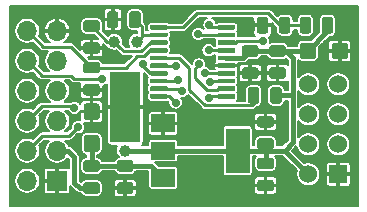
<source format=gtl>
G04 #@! TF.GenerationSoftware,KiCad,Pcbnew,(5.1.5)-3*
G04 #@! TF.CreationDate,2020-03-15T16:40:32+08:00*
G04 #@! TF.ProjectId,InHub_Sub,496e4875-625f-4537-9562-2e6b69636164,rev?*
G04 #@! TF.SameCoordinates,Original*
G04 #@! TF.FileFunction,Copper,L1,Top*
G04 #@! TF.FilePolarity,Positive*
%FSLAX46Y46*%
G04 Gerber Fmt 4.6, Leading zero omitted, Abs format (unit mm)*
G04 Created by KiCad (PCBNEW (5.1.5)-3) date 2020-03-15 16:40:32*
%MOMM*%
%LPD*%
G04 APERTURE LIST*
%ADD10C,1.524000*%
%ADD11R,1.524000X1.524000*%
%ADD12C,0.100000*%
%ADD13R,1.700000X1.700000*%
%ADD14O,1.700000X1.700000*%
%ADD15R,2.000000X3.800000*%
%ADD16R,2.000000X1.500000*%
%ADD17C,1.000000*%
%ADD18R,2.500000X6.000000*%
%ADD19C,0.700000*%
%ADD20C,0.381000*%
%ADD21C,0.254000*%
%ADD22C,0.160000*%
G04 APERTURE END LIST*
D10*
X73723500Y-81356200D03*
X76263500Y-81356200D03*
X73723500Y-83896200D03*
X76263500Y-83896200D03*
X73723500Y-86436200D03*
X76263500Y-86436200D03*
X73723500Y-88976200D03*
D11*
X76263500Y-88976200D03*
G04 #@! TA.AperFunction,SMDPad,CuDef*
D12*
G36*
X61716602Y-76326682D02*
G01*
X61726309Y-76328121D01*
X61735828Y-76330506D01*
X61745068Y-76333812D01*
X61753940Y-76338008D01*
X61762357Y-76343053D01*
X61770239Y-76348899D01*
X61777511Y-76355489D01*
X61784101Y-76362761D01*
X61789947Y-76370643D01*
X61794992Y-76379060D01*
X61799188Y-76387932D01*
X61802494Y-76397172D01*
X61804879Y-76406691D01*
X61806318Y-76416398D01*
X61806800Y-76426200D01*
X61806800Y-76626200D01*
X61806318Y-76636002D01*
X61804879Y-76645709D01*
X61802494Y-76655228D01*
X61799188Y-76664468D01*
X61794992Y-76673340D01*
X61789947Y-76681757D01*
X61784101Y-76689639D01*
X61777511Y-76696911D01*
X61770239Y-76703501D01*
X61762357Y-76709347D01*
X61753940Y-76714392D01*
X61745068Y-76718588D01*
X61735828Y-76721894D01*
X61726309Y-76724279D01*
X61716602Y-76725718D01*
X61706800Y-76726200D01*
X60431800Y-76726200D01*
X60421998Y-76725718D01*
X60412291Y-76724279D01*
X60402772Y-76721894D01*
X60393532Y-76718588D01*
X60384660Y-76714392D01*
X60376243Y-76709347D01*
X60368361Y-76703501D01*
X60361089Y-76696911D01*
X60354499Y-76689639D01*
X60348653Y-76681757D01*
X60343608Y-76673340D01*
X60339412Y-76664468D01*
X60336106Y-76655228D01*
X60333721Y-76645709D01*
X60332282Y-76636002D01*
X60331800Y-76626200D01*
X60331800Y-76426200D01*
X60332282Y-76416398D01*
X60333721Y-76406691D01*
X60336106Y-76397172D01*
X60339412Y-76387932D01*
X60343608Y-76379060D01*
X60348653Y-76370643D01*
X60354499Y-76362761D01*
X60361089Y-76355489D01*
X60368361Y-76348899D01*
X60376243Y-76343053D01*
X60384660Y-76338008D01*
X60393532Y-76333812D01*
X60402772Y-76330506D01*
X60412291Y-76328121D01*
X60421998Y-76326682D01*
X60431800Y-76326200D01*
X61706800Y-76326200D01*
X61716602Y-76326682D01*
G37*
G04 #@! TD.AperFunction*
G04 #@! TA.AperFunction,SMDPad,CuDef*
G36*
X61716602Y-76976682D02*
G01*
X61726309Y-76978121D01*
X61735828Y-76980506D01*
X61745068Y-76983812D01*
X61753940Y-76988008D01*
X61762357Y-76993053D01*
X61770239Y-76998899D01*
X61777511Y-77005489D01*
X61784101Y-77012761D01*
X61789947Y-77020643D01*
X61794992Y-77029060D01*
X61799188Y-77037932D01*
X61802494Y-77047172D01*
X61804879Y-77056691D01*
X61806318Y-77066398D01*
X61806800Y-77076200D01*
X61806800Y-77276200D01*
X61806318Y-77286002D01*
X61804879Y-77295709D01*
X61802494Y-77305228D01*
X61799188Y-77314468D01*
X61794992Y-77323340D01*
X61789947Y-77331757D01*
X61784101Y-77339639D01*
X61777511Y-77346911D01*
X61770239Y-77353501D01*
X61762357Y-77359347D01*
X61753940Y-77364392D01*
X61745068Y-77368588D01*
X61735828Y-77371894D01*
X61726309Y-77374279D01*
X61716602Y-77375718D01*
X61706800Y-77376200D01*
X60431800Y-77376200D01*
X60421998Y-77375718D01*
X60412291Y-77374279D01*
X60402772Y-77371894D01*
X60393532Y-77368588D01*
X60384660Y-77364392D01*
X60376243Y-77359347D01*
X60368361Y-77353501D01*
X60361089Y-77346911D01*
X60354499Y-77339639D01*
X60348653Y-77331757D01*
X60343608Y-77323340D01*
X60339412Y-77314468D01*
X60336106Y-77305228D01*
X60333721Y-77295709D01*
X60332282Y-77286002D01*
X60331800Y-77276200D01*
X60331800Y-77076200D01*
X60332282Y-77066398D01*
X60333721Y-77056691D01*
X60336106Y-77047172D01*
X60339412Y-77037932D01*
X60343608Y-77029060D01*
X60348653Y-77020643D01*
X60354499Y-77012761D01*
X60361089Y-77005489D01*
X60368361Y-76998899D01*
X60376243Y-76993053D01*
X60384660Y-76988008D01*
X60393532Y-76983812D01*
X60402772Y-76980506D01*
X60412291Y-76978121D01*
X60421998Y-76976682D01*
X60431800Y-76976200D01*
X61706800Y-76976200D01*
X61716602Y-76976682D01*
G37*
G04 #@! TD.AperFunction*
G04 #@! TA.AperFunction,SMDPad,CuDef*
G36*
X61716602Y-77626682D02*
G01*
X61726309Y-77628121D01*
X61735828Y-77630506D01*
X61745068Y-77633812D01*
X61753940Y-77638008D01*
X61762357Y-77643053D01*
X61770239Y-77648899D01*
X61777511Y-77655489D01*
X61784101Y-77662761D01*
X61789947Y-77670643D01*
X61794992Y-77679060D01*
X61799188Y-77687932D01*
X61802494Y-77697172D01*
X61804879Y-77706691D01*
X61806318Y-77716398D01*
X61806800Y-77726200D01*
X61806800Y-77926200D01*
X61806318Y-77936002D01*
X61804879Y-77945709D01*
X61802494Y-77955228D01*
X61799188Y-77964468D01*
X61794992Y-77973340D01*
X61789947Y-77981757D01*
X61784101Y-77989639D01*
X61777511Y-77996911D01*
X61770239Y-78003501D01*
X61762357Y-78009347D01*
X61753940Y-78014392D01*
X61745068Y-78018588D01*
X61735828Y-78021894D01*
X61726309Y-78024279D01*
X61716602Y-78025718D01*
X61706800Y-78026200D01*
X60431800Y-78026200D01*
X60421998Y-78025718D01*
X60412291Y-78024279D01*
X60402772Y-78021894D01*
X60393532Y-78018588D01*
X60384660Y-78014392D01*
X60376243Y-78009347D01*
X60368361Y-78003501D01*
X60361089Y-77996911D01*
X60354499Y-77989639D01*
X60348653Y-77981757D01*
X60343608Y-77973340D01*
X60339412Y-77964468D01*
X60336106Y-77955228D01*
X60333721Y-77945709D01*
X60332282Y-77936002D01*
X60331800Y-77926200D01*
X60331800Y-77726200D01*
X60332282Y-77716398D01*
X60333721Y-77706691D01*
X60336106Y-77697172D01*
X60339412Y-77687932D01*
X60343608Y-77679060D01*
X60348653Y-77670643D01*
X60354499Y-77662761D01*
X60361089Y-77655489D01*
X60368361Y-77648899D01*
X60376243Y-77643053D01*
X60384660Y-77638008D01*
X60393532Y-77633812D01*
X60402772Y-77630506D01*
X60412291Y-77628121D01*
X60421998Y-77626682D01*
X60431800Y-77626200D01*
X61706800Y-77626200D01*
X61716602Y-77626682D01*
G37*
G04 #@! TD.AperFunction*
G04 #@! TA.AperFunction,SMDPad,CuDef*
G36*
X61716602Y-78276682D02*
G01*
X61726309Y-78278121D01*
X61735828Y-78280506D01*
X61745068Y-78283812D01*
X61753940Y-78288008D01*
X61762357Y-78293053D01*
X61770239Y-78298899D01*
X61777511Y-78305489D01*
X61784101Y-78312761D01*
X61789947Y-78320643D01*
X61794992Y-78329060D01*
X61799188Y-78337932D01*
X61802494Y-78347172D01*
X61804879Y-78356691D01*
X61806318Y-78366398D01*
X61806800Y-78376200D01*
X61806800Y-78576200D01*
X61806318Y-78586002D01*
X61804879Y-78595709D01*
X61802494Y-78605228D01*
X61799188Y-78614468D01*
X61794992Y-78623340D01*
X61789947Y-78631757D01*
X61784101Y-78639639D01*
X61777511Y-78646911D01*
X61770239Y-78653501D01*
X61762357Y-78659347D01*
X61753940Y-78664392D01*
X61745068Y-78668588D01*
X61735828Y-78671894D01*
X61726309Y-78674279D01*
X61716602Y-78675718D01*
X61706800Y-78676200D01*
X60431800Y-78676200D01*
X60421998Y-78675718D01*
X60412291Y-78674279D01*
X60402772Y-78671894D01*
X60393532Y-78668588D01*
X60384660Y-78664392D01*
X60376243Y-78659347D01*
X60368361Y-78653501D01*
X60361089Y-78646911D01*
X60354499Y-78639639D01*
X60348653Y-78631757D01*
X60343608Y-78623340D01*
X60339412Y-78614468D01*
X60336106Y-78605228D01*
X60333721Y-78595709D01*
X60332282Y-78586002D01*
X60331800Y-78576200D01*
X60331800Y-78376200D01*
X60332282Y-78366398D01*
X60333721Y-78356691D01*
X60336106Y-78347172D01*
X60339412Y-78337932D01*
X60343608Y-78329060D01*
X60348653Y-78320643D01*
X60354499Y-78312761D01*
X60361089Y-78305489D01*
X60368361Y-78298899D01*
X60376243Y-78293053D01*
X60384660Y-78288008D01*
X60393532Y-78283812D01*
X60402772Y-78280506D01*
X60412291Y-78278121D01*
X60421998Y-78276682D01*
X60431800Y-78276200D01*
X61706800Y-78276200D01*
X61716602Y-78276682D01*
G37*
G04 #@! TD.AperFunction*
G04 #@! TA.AperFunction,SMDPad,CuDef*
G36*
X61716602Y-78926682D02*
G01*
X61726309Y-78928121D01*
X61735828Y-78930506D01*
X61745068Y-78933812D01*
X61753940Y-78938008D01*
X61762357Y-78943053D01*
X61770239Y-78948899D01*
X61777511Y-78955489D01*
X61784101Y-78962761D01*
X61789947Y-78970643D01*
X61794992Y-78979060D01*
X61799188Y-78987932D01*
X61802494Y-78997172D01*
X61804879Y-79006691D01*
X61806318Y-79016398D01*
X61806800Y-79026200D01*
X61806800Y-79226200D01*
X61806318Y-79236002D01*
X61804879Y-79245709D01*
X61802494Y-79255228D01*
X61799188Y-79264468D01*
X61794992Y-79273340D01*
X61789947Y-79281757D01*
X61784101Y-79289639D01*
X61777511Y-79296911D01*
X61770239Y-79303501D01*
X61762357Y-79309347D01*
X61753940Y-79314392D01*
X61745068Y-79318588D01*
X61735828Y-79321894D01*
X61726309Y-79324279D01*
X61716602Y-79325718D01*
X61706800Y-79326200D01*
X60431800Y-79326200D01*
X60421998Y-79325718D01*
X60412291Y-79324279D01*
X60402772Y-79321894D01*
X60393532Y-79318588D01*
X60384660Y-79314392D01*
X60376243Y-79309347D01*
X60368361Y-79303501D01*
X60361089Y-79296911D01*
X60354499Y-79289639D01*
X60348653Y-79281757D01*
X60343608Y-79273340D01*
X60339412Y-79264468D01*
X60336106Y-79255228D01*
X60333721Y-79245709D01*
X60332282Y-79236002D01*
X60331800Y-79226200D01*
X60331800Y-79026200D01*
X60332282Y-79016398D01*
X60333721Y-79006691D01*
X60336106Y-78997172D01*
X60339412Y-78987932D01*
X60343608Y-78979060D01*
X60348653Y-78970643D01*
X60354499Y-78962761D01*
X60361089Y-78955489D01*
X60368361Y-78948899D01*
X60376243Y-78943053D01*
X60384660Y-78938008D01*
X60393532Y-78933812D01*
X60402772Y-78930506D01*
X60412291Y-78928121D01*
X60421998Y-78926682D01*
X60431800Y-78926200D01*
X61706800Y-78926200D01*
X61716602Y-78926682D01*
G37*
G04 #@! TD.AperFunction*
G04 #@! TA.AperFunction,SMDPad,CuDef*
G36*
X61716602Y-79576682D02*
G01*
X61726309Y-79578121D01*
X61735828Y-79580506D01*
X61745068Y-79583812D01*
X61753940Y-79588008D01*
X61762357Y-79593053D01*
X61770239Y-79598899D01*
X61777511Y-79605489D01*
X61784101Y-79612761D01*
X61789947Y-79620643D01*
X61794992Y-79629060D01*
X61799188Y-79637932D01*
X61802494Y-79647172D01*
X61804879Y-79656691D01*
X61806318Y-79666398D01*
X61806800Y-79676200D01*
X61806800Y-79876200D01*
X61806318Y-79886002D01*
X61804879Y-79895709D01*
X61802494Y-79905228D01*
X61799188Y-79914468D01*
X61794992Y-79923340D01*
X61789947Y-79931757D01*
X61784101Y-79939639D01*
X61777511Y-79946911D01*
X61770239Y-79953501D01*
X61762357Y-79959347D01*
X61753940Y-79964392D01*
X61745068Y-79968588D01*
X61735828Y-79971894D01*
X61726309Y-79974279D01*
X61716602Y-79975718D01*
X61706800Y-79976200D01*
X60431800Y-79976200D01*
X60421998Y-79975718D01*
X60412291Y-79974279D01*
X60402772Y-79971894D01*
X60393532Y-79968588D01*
X60384660Y-79964392D01*
X60376243Y-79959347D01*
X60368361Y-79953501D01*
X60361089Y-79946911D01*
X60354499Y-79939639D01*
X60348653Y-79931757D01*
X60343608Y-79923340D01*
X60339412Y-79914468D01*
X60336106Y-79905228D01*
X60333721Y-79895709D01*
X60332282Y-79886002D01*
X60331800Y-79876200D01*
X60331800Y-79676200D01*
X60332282Y-79666398D01*
X60333721Y-79656691D01*
X60336106Y-79647172D01*
X60339412Y-79637932D01*
X60343608Y-79629060D01*
X60348653Y-79620643D01*
X60354499Y-79612761D01*
X60361089Y-79605489D01*
X60368361Y-79598899D01*
X60376243Y-79593053D01*
X60384660Y-79588008D01*
X60393532Y-79583812D01*
X60402772Y-79580506D01*
X60412291Y-79578121D01*
X60421998Y-79576682D01*
X60431800Y-79576200D01*
X61706800Y-79576200D01*
X61716602Y-79576682D01*
G37*
G04 #@! TD.AperFunction*
G04 #@! TA.AperFunction,SMDPad,CuDef*
G36*
X61716602Y-80226682D02*
G01*
X61726309Y-80228121D01*
X61735828Y-80230506D01*
X61745068Y-80233812D01*
X61753940Y-80238008D01*
X61762357Y-80243053D01*
X61770239Y-80248899D01*
X61777511Y-80255489D01*
X61784101Y-80262761D01*
X61789947Y-80270643D01*
X61794992Y-80279060D01*
X61799188Y-80287932D01*
X61802494Y-80297172D01*
X61804879Y-80306691D01*
X61806318Y-80316398D01*
X61806800Y-80326200D01*
X61806800Y-80526200D01*
X61806318Y-80536002D01*
X61804879Y-80545709D01*
X61802494Y-80555228D01*
X61799188Y-80564468D01*
X61794992Y-80573340D01*
X61789947Y-80581757D01*
X61784101Y-80589639D01*
X61777511Y-80596911D01*
X61770239Y-80603501D01*
X61762357Y-80609347D01*
X61753940Y-80614392D01*
X61745068Y-80618588D01*
X61735828Y-80621894D01*
X61726309Y-80624279D01*
X61716602Y-80625718D01*
X61706800Y-80626200D01*
X60431800Y-80626200D01*
X60421998Y-80625718D01*
X60412291Y-80624279D01*
X60402772Y-80621894D01*
X60393532Y-80618588D01*
X60384660Y-80614392D01*
X60376243Y-80609347D01*
X60368361Y-80603501D01*
X60361089Y-80596911D01*
X60354499Y-80589639D01*
X60348653Y-80581757D01*
X60343608Y-80573340D01*
X60339412Y-80564468D01*
X60336106Y-80555228D01*
X60333721Y-80545709D01*
X60332282Y-80536002D01*
X60331800Y-80526200D01*
X60331800Y-80326200D01*
X60332282Y-80316398D01*
X60333721Y-80306691D01*
X60336106Y-80297172D01*
X60339412Y-80287932D01*
X60343608Y-80279060D01*
X60348653Y-80270643D01*
X60354499Y-80262761D01*
X60361089Y-80255489D01*
X60368361Y-80248899D01*
X60376243Y-80243053D01*
X60384660Y-80238008D01*
X60393532Y-80233812D01*
X60402772Y-80230506D01*
X60412291Y-80228121D01*
X60421998Y-80226682D01*
X60431800Y-80226200D01*
X61706800Y-80226200D01*
X61716602Y-80226682D01*
G37*
G04 #@! TD.AperFunction*
G04 #@! TA.AperFunction,SMDPad,CuDef*
G36*
X61716602Y-80876682D02*
G01*
X61726309Y-80878121D01*
X61735828Y-80880506D01*
X61745068Y-80883812D01*
X61753940Y-80888008D01*
X61762357Y-80893053D01*
X61770239Y-80898899D01*
X61777511Y-80905489D01*
X61784101Y-80912761D01*
X61789947Y-80920643D01*
X61794992Y-80929060D01*
X61799188Y-80937932D01*
X61802494Y-80947172D01*
X61804879Y-80956691D01*
X61806318Y-80966398D01*
X61806800Y-80976200D01*
X61806800Y-81176200D01*
X61806318Y-81186002D01*
X61804879Y-81195709D01*
X61802494Y-81205228D01*
X61799188Y-81214468D01*
X61794992Y-81223340D01*
X61789947Y-81231757D01*
X61784101Y-81239639D01*
X61777511Y-81246911D01*
X61770239Y-81253501D01*
X61762357Y-81259347D01*
X61753940Y-81264392D01*
X61745068Y-81268588D01*
X61735828Y-81271894D01*
X61726309Y-81274279D01*
X61716602Y-81275718D01*
X61706800Y-81276200D01*
X60431800Y-81276200D01*
X60421998Y-81275718D01*
X60412291Y-81274279D01*
X60402772Y-81271894D01*
X60393532Y-81268588D01*
X60384660Y-81264392D01*
X60376243Y-81259347D01*
X60368361Y-81253501D01*
X60361089Y-81246911D01*
X60354499Y-81239639D01*
X60348653Y-81231757D01*
X60343608Y-81223340D01*
X60339412Y-81214468D01*
X60336106Y-81205228D01*
X60333721Y-81195709D01*
X60332282Y-81186002D01*
X60331800Y-81176200D01*
X60331800Y-80976200D01*
X60332282Y-80966398D01*
X60333721Y-80956691D01*
X60336106Y-80947172D01*
X60339412Y-80937932D01*
X60343608Y-80929060D01*
X60348653Y-80920643D01*
X60354499Y-80912761D01*
X60361089Y-80905489D01*
X60368361Y-80898899D01*
X60376243Y-80893053D01*
X60384660Y-80888008D01*
X60393532Y-80883812D01*
X60402772Y-80880506D01*
X60412291Y-80878121D01*
X60421998Y-80876682D01*
X60431800Y-80876200D01*
X61706800Y-80876200D01*
X61716602Y-80876682D01*
G37*
G04 #@! TD.AperFunction*
G04 #@! TA.AperFunction,SMDPad,CuDef*
G36*
X61716602Y-81526682D02*
G01*
X61726309Y-81528121D01*
X61735828Y-81530506D01*
X61745068Y-81533812D01*
X61753940Y-81538008D01*
X61762357Y-81543053D01*
X61770239Y-81548899D01*
X61777511Y-81555489D01*
X61784101Y-81562761D01*
X61789947Y-81570643D01*
X61794992Y-81579060D01*
X61799188Y-81587932D01*
X61802494Y-81597172D01*
X61804879Y-81606691D01*
X61806318Y-81616398D01*
X61806800Y-81626200D01*
X61806800Y-81826200D01*
X61806318Y-81836002D01*
X61804879Y-81845709D01*
X61802494Y-81855228D01*
X61799188Y-81864468D01*
X61794992Y-81873340D01*
X61789947Y-81881757D01*
X61784101Y-81889639D01*
X61777511Y-81896911D01*
X61770239Y-81903501D01*
X61762357Y-81909347D01*
X61753940Y-81914392D01*
X61745068Y-81918588D01*
X61735828Y-81921894D01*
X61726309Y-81924279D01*
X61716602Y-81925718D01*
X61706800Y-81926200D01*
X60431800Y-81926200D01*
X60421998Y-81925718D01*
X60412291Y-81924279D01*
X60402772Y-81921894D01*
X60393532Y-81918588D01*
X60384660Y-81914392D01*
X60376243Y-81909347D01*
X60368361Y-81903501D01*
X60361089Y-81896911D01*
X60354499Y-81889639D01*
X60348653Y-81881757D01*
X60343608Y-81873340D01*
X60339412Y-81864468D01*
X60336106Y-81855228D01*
X60333721Y-81845709D01*
X60332282Y-81836002D01*
X60331800Y-81826200D01*
X60331800Y-81626200D01*
X60332282Y-81616398D01*
X60333721Y-81606691D01*
X60336106Y-81597172D01*
X60339412Y-81587932D01*
X60343608Y-81579060D01*
X60348653Y-81570643D01*
X60354499Y-81562761D01*
X60361089Y-81555489D01*
X60368361Y-81548899D01*
X60376243Y-81543053D01*
X60384660Y-81538008D01*
X60393532Y-81533812D01*
X60402772Y-81530506D01*
X60412291Y-81528121D01*
X60421998Y-81526682D01*
X60431800Y-81526200D01*
X61706800Y-81526200D01*
X61716602Y-81526682D01*
G37*
G04 #@! TD.AperFunction*
G04 #@! TA.AperFunction,SMDPad,CuDef*
G36*
X61716602Y-82176682D02*
G01*
X61726309Y-82178121D01*
X61735828Y-82180506D01*
X61745068Y-82183812D01*
X61753940Y-82188008D01*
X61762357Y-82193053D01*
X61770239Y-82198899D01*
X61777511Y-82205489D01*
X61784101Y-82212761D01*
X61789947Y-82220643D01*
X61794992Y-82229060D01*
X61799188Y-82237932D01*
X61802494Y-82247172D01*
X61804879Y-82256691D01*
X61806318Y-82266398D01*
X61806800Y-82276200D01*
X61806800Y-82476200D01*
X61806318Y-82486002D01*
X61804879Y-82495709D01*
X61802494Y-82505228D01*
X61799188Y-82514468D01*
X61794992Y-82523340D01*
X61789947Y-82531757D01*
X61784101Y-82539639D01*
X61777511Y-82546911D01*
X61770239Y-82553501D01*
X61762357Y-82559347D01*
X61753940Y-82564392D01*
X61745068Y-82568588D01*
X61735828Y-82571894D01*
X61726309Y-82574279D01*
X61716602Y-82575718D01*
X61706800Y-82576200D01*
X60431800Y-82576200D01*
X60421998Y-82575718D01*
X60412291Y-82574279D01*
X60402772Y-82571894D01*
X60393532Y-82568588D01*
X60384660Y-82564392D01*
X60376243Y-82559347D01*
X60368361Y-82553501D01*
X60361089Y-82546911D01*
X60354499Y-82539639D01*
X60348653Y-82531757D01*
X60343608Y-82523340D01*
X60339412Y-82514468D01*
X60336106Y-82505228D01*
X60333721Y-82495709D01*
X60332282Y-82486002D01*
X60331800Y-82476200D01*
X60331800Y-82276200D01*
X60332282Y-82266398D01*
X60333721Y-82256691D01*
X60336106Y-82247172D01*
X60339412Y-82237932D01*
X60343608Y-82229060D01*
X60348653Y-82220643D01*
X60354499Y-82212761D01*
X60361089Y-82205489D01*
X60368361Y-82198899D01*
X60376243Y-82193053D01*
X60384660Y-82188008D01*
X60393532Y-82183812D01*
X60402772Y-82180506D01*
X60412291Y-82178121D01*
X60421998Y-82176682D01*
X60431800Y-82176200D01*
X61706800Y-82176200D01*
X61716602Y-82176682D01*
G37*
G04 #@! TD.AperFunction*
G04 #@! TA.AperFunction,SMDPad,CuDef*
G36*
X67441602Y-82176682D02*
G01*
X67451309Y-82178121D01*
X67460828Y-82180506D01*
X67470068Y-82183812D01*
X67478940Y-82188008D01*
X67487357Y-82193053D01*
X67495239Y-82198899D01*
X67502511Y-82205489D01*
X67509101Y-82212761D01*
X67514947Y-82220643D01*
X67519992Y-82229060D01*
X67524188Y-82237932D01*
X67527494Y-82247172D01*
X67529879Y-82256691D01*
X67531318Y-82266398D01*
X67531800Y-82276200D01*
X67531800Y-82476200D01*
X67531318Y-82486002D01*
X67529879Y-82495709D01*
X67527494Y-82505228D01*
X67524188Y-82514468D01*
X67519992Y-82523340D01*
X67514947Y-82531757D01*
X67509101Y-82539639D01*
X67502511Y-82546911D01*
X67495239Y-82553501D01*
X67487357Y-82559347D01*
X67478940Y-82564392D01*
X67470068Y-82568588D01*
X67460828Y-82571894D01*
X67451309Y-82574279D01*
X67441602Y-82575718D01*
X67431800Y-82576200D01*
X66156800Y-82576200D01*
X66146998Y-82575718D01*
X66137291Y-82574279D01*
X66127772Y-82571894D01*
X66118532Y-82568588D01*
X66109660Y-82564392D01*
X66101243Y-82559347D01*
X66093361Y-82553501D01*
X66086089Y-82546911D01*
X66079499Y-82539639D01*
X66073653Y-82531757D01*
X66068608Y-82523340D01*
X66064412Y-82514468D01*
X66061106Y-82505228D01*
X66058721Y-82495709D01*
X66057282Y-82486002D01*
X66056800Y-82476200D01*
X66056800Y-82276200D01*
X66057282Y-82266398D01*
X66058721Y-82256691D01*
X66061106Y-82247172D01*
X66064412Y-82237932D01*
X66068608Y-82229060D01*
X66073653Y-82220643D01*
X66079499Y-82212761D01*
X66086089Y-82205489D01*
X66093361Y-82198899D01*
X66101243Y-82193053D01*
X66109660Y-82188008D01*
X66118532Y-82183812D01*
X66127772Y-82180506D01*
X66137291Y-82178121D01*
X66146998Y-82176682D01*
X66156800Y-82176200D01*
X67431800Y-82176200D01*
X67441602Y-82176682D01*
G37*
G04 #@! TD.AperFunction*
G04 #@! TA.AperFunction,SMDPad,CuDef*
G36*
X67441602Y-81526682D02*
G01*
X67451309Y-81528121D01*
X67460828Y-81530506D01*
X67470068Y-81533812D01*
X67478940Y-81538008D01*
X67487357Y-81543053D01*
X67495239Y-81548899D01*
X67502511Y-81555489D01*
X67509101Y-81562761D01*
X67514947Y-81570643D01*
X67519992Y-81579060D01*
X67524188Y-81587932D01*
X67527494Y-81597172D01*
X67529879Y-81606691D01*
X67531318Y-81616398D01*
X67531800Y-81626200D01*
X67531800Y-81826200D01*
X67531318Y-81836002D01*
X67529879Y-81845709D01*
X67527494Y-81855228D01*
X67524188Y-81864468D01*
X67519992Y-81873340D01*
X67514947Y-81881757D01*
X67509101Y-81889639D01*
X67502511Y-81896911D01*
X67495239Y-81903501D01*
X67487357Y-81909347D01*
X67478940Y-81914392D01*
X67470068Y-81918588D01*
X67460828Y-81921894D01*
X67451309Y-81924279D01*
X67441602Y-81925718D01*
X67431800Y-81926200D01*
X66156800Y-81926200D01*
X66146998Y-81925718D01*
X66137291Y-81924279D01*
X66127772Y-81921894D01*
X66118532Y-81918588D01*
X66109660Y-81914392D01*
X66101243Y-81909347D01*
X66093361Y-81903501D01*
X66086089Y-81896911D01*
X66079499Y-81889639D01*
X66073653Y-81881757D01*
X66068608Y-81873340D01*
X66064412Y-81864468D01*
X66061106Y-81855228D01*
X66058721Y-81845709D01*
X66057282Y-81836002D01*
X66056800Y-81826200D01*
X66056800Y-81626200D01*
X66057282Y-81616398D01*
X66058721Y-81606691D01*
X66061106Y-81597172D01*
X66064412Y-81587932D01*
X66068608Y-81579060D01*
X66073653Y-81570643D01*
X66079499Y-81562761D01*
X66086089Y-81555489D01*
X66093361Y-81548899D01*
X66101243Y-81543053D01*
X66109660Y-81538008D01*
X66118532Y-81533812D01*
X66127772Y-81530506D01*
X66137291Y-81528121D01*
X66146998Y-81526682D01*
X66156800Y-81526200D01*
X67431800Y-81526200D01*
X67441602Y-81526682D01*
G37*
G04 #@! TD.AperFunction*
G04 #@! TA.AperFunction,SMDPad,CuDef*
G36*
X67441602Y-80876682D02*
G01*
X67451309Y-80878121D01*
X67460828Y-80880506D01*
X67470068Y-80883812D01*
X67478940Y-80888008D01*
X67487357Y-80893053D01*
X67495239Y-80898899D01*
X67502511Y-80905489D01*
X67509101Y-80912761D01*
X67514947Y-80920643D01*
X67519992Y-80929060D01*
X67524188Y-80937932D01*
X67527494Y-80947172D01*
X67529879Y-80956691D01*
X67531318Y-80966398D01*
X67531800Y-80976200D01*
X67531800Y-81176200D01*
X67531318Y-81186002D01*
X67529879Y-81195709D01*
X67527494Y-81205228D01*
X67524188Y-81214468D01*
X67519992Y-81223340D01*
X67514947Y-81231757D01*
X67509101Y-81239639D01*
X67502511Y-81246911D01*
X67495239Y-81253501D01*
X67487357Y-81259347D01*
X67478940Y-81264392D01*
X67470068Y-81268588D01*
X67460828Y-81271894D01*
X67451309Y-81274279D01*
X67441602Y-81275718D01*
X67431800Y-81276200D01*
X66156800Y-81276200D01*
X66146998Y-81275718D01*
X66137291Y-81274279D01*
X66127772Y-81271894D01*
X66118532Y-81268588D01*
X66109660Y-81264392D01*
X66101243Y-81259347D01*
X66093361Y-81253501D01*
X66086089Y-81246911D01*
X66079499Y-81239639D01*
X66073653Y-81231757D01*
X66068608Y-81223340D01*
X66064412Y-81214468D01*
X66061106Y-81205228D01*
X66058721Y-81195709D01*
X66057282Y-81186002D01*
X66056800Y-81176200D01*
X66056800Y-80976200D01*
X66057282Y-80966398D01*
X66058721Y-80956691D01*
X66061106Y-80947172D01*
X66064412Y-80937932D01*
X66068608Y-80929060D01*
X66073653Y-80920643D01*
X66079499Y-80912761D01*
X66086089Y-80905489D01*
X66093361Y-80898899D01*
X66101243Y-80893053D01*
X66109660Y-80888008D01*
X66118532Y-80883812D01*
X66127772Y-80880506D01*
X66137291Y-80878121D01*
X66146998Y-80876682D01*
X66156800Y-80876200D01*
X67431800Y-80876200D01*
X67441602Y-80876682D01*
G37*
G04 #@! TD.AperFunction*
G04 #@! TA.AperFunction,SMDPad,CuDef*
G36*
X67441602Y-80226682D02*
G01*
X67451309Y-80228121D01*
X67460828Y-80230506D01*
X67470068Y-80233812D01*
X67478940Y-80238008D01*
X67487357Y-80243053D01*
X67495239Y-80248899D01*
X67502511Y-80255489D01*
X67509101Y-80262761D01*
X67514947Y-80270643D01*
X67519992Y-80279060D01*
X67524188Y-80287932D01*
X67527494Y-80297172D01*
X67529879Y-80306691D01*
X67531318Y-80316398D01*
X67531800Y-80326200D01*
X67531800Y-80526200D01*
X67531318Y-80536002D01*
X67529879Y-80545709D01*
X67527494Y-80555228D01*
X67524188Y-80564468D01*
X67519992Y-80573340D01*
X67514947Y-80581757D01*
X67509101Y-80589639D01*
X67502511Y-80596911D01*
X67495239Y-80603501D01*
X67487357Y-80609347D01*
X67478940Y-80614392D01*
X67470068Y-80618588D01*
X67460828Y-80621894D01*
X67451309Y-80624279D01*
X67441602Y-80625718D01*
X67431800Y-80626200D01*
X66156800Y-80626200D01*
X66146998Y-80625718D01*
X66137291Y-80624279D01*
X66127772Y-80621894D01*
X66118532Y-80618588D01*
X66109660Y-80614392D01*
X66101243Y-80609347D01*
X66093361Y-80603501D01*
X66086089Y-80596911D01*
X66079499Y-80589639D01*
X66073653Y-80581757D01*
X66068608Y-80573340D01*
X66064412Y-80564468D01*
X66061106Y-80555228D01*
X66058721Y-80545709D01*
X66057282Y-80536002D01*
X66056800Y-80526200D01*
X66056800Y-80326200D01*
X66057282Y-80316398D01*
X66058721Y-80306691D01*
X66061106Y-80297172D01*
X66064412Y-80287932D01*
X66068608Y-80279060D01*
X66073653Y-80270643D01*
X66079499Y-80262761D01*
X66086089Y-80255489D01*
X66093361Y-80248899D01*
X66101243Y-80243053D01*
X66109660Y-80238008D01*
X66118532Y-80233812D01*
X66127772Y-80230506D01*
X66137291Y-80228121D01*
X66146998Y-80226682D01*
X66156800Y-80226200D01*
X67431800Y-80226200D01*
X67441602Y-80226682D01*
G37*
G04 #@! TD.AperFunction*
G04 #@! TA.AperFunction,SMDPad,CuDef*
G36*
X67441602Y-79576682D02*
G01*
X67451309Y-79578121D01*
X67460828Y-79580506D01*
X67470068Y-79583812D01*
X67478940Y-79588008D01*
X67487357Y-79593053D01*
X67495239Y-79598899D01*
X67502511Y-79605489D01*
X67509101Y-79612761D01*
X67514947Y-79620643D01*
X67519992Y-79629060D01*
X67524188Y-79637932D01*
X67527494Y-79647172D01*
X67529879Y-79656691D01*
X67531318Y-79666398D01*
X67531800Y-79676200D01*
X67531800Y-79876200D01*
X67531318Y-79886002D01*
X67529879Y-79895709D01*
X67527494Y-79905228D01*
X67524188Y-79914468D01*
X67519992Y-79923340D01*
X67514947Y-79931757D01*
X67509101Y-79939639D01*
X67502511Y-79946911D01*
X67495239Y-79953501D01*
X67487357Y-79959347D01*
X67478940Y-79964392D01*
X67470068Y-79968588D01*
X67460828Y-79971894D01*
X67451309Y-79974279D01*
X67441602Y-79975718D01*
X67431800Y-79976200D01*
X66156800Y-79976200D01*
X66146998Y-79975718D01*
X66137291Y-79974279D01*
X66127772Y-79971894D01*
X66118532Y-79968588D01*
X66109660Y-79964392D01*
X66101243Y-79959347D01*
X66093361Y-79953501D01*
X66086089Y-79946911D01*
X66079499Y-79939639D01*
X66073653Y-79931757D01*
X66068608Y-79923340D01*
X66064412Y-79914468D01*
X66061106Y-79905228D01*
X66058721Y-79895709D01*
X66057282Y-79886002D01*
X66056800Y-79876200D01*
X66056800Y-79676200D01*
X66057282Y-79666398D01*
X66058721Y-79656691D01*
X66061106Y-79647172D01*
X66064412Y-79637932D01*
X66068608Y-79629060D01*
X66073653Y-79620643D01*
X66079499Y-79612761D01*
X66086089Y-79605489D01*
X66093361Y-79598899D01*
X66101243Y-79593053D01*
X66109660Y-79588008D01*
X66118532Y-79583812D01*
X66127772Y-79580506D01*
X66137291Y-79578121D01*
X66146998Y-79576682D01*
X66156800Y-79576200D01*
X67431800Y-79576200D01*
X67441602Y-79576682D01*
G37*
G04 #@! TD.AperFunction*
G04 #@! TA.AperFunction,SMDPad,CuDef*
G36*
X67441602Y-78926682D02*
G01*
X67451309Y-78928121D01*
X67460828Y-78930506D01*
X67470068Y-78933812D01*
X67478940Y-78938008D01*
X67487357Y-78943053D01*
X67495239Y-78948899D01*
X67502511Y-78955489D01*
X67509101Y-78962761D01*
X67514947Y-78970643D01*
X67519992Y-78979060D01*
X67524188Y-78987932D01*
X67527494Y-78997172D01*
X67529879Y-79006691D01*
X67531318Y-79016398D01*
X67531800Y-79026200D01*
X67531800Y-79226200D01*
X67531318Y-79236002D01*
X67529879Y-79245709D01*
X67527494Y-79255228D01*
X67524188Y-79264468D01*
X67519992Y-79273340D01*
X67514947Y-79281757D01*
X67509101Y-79289639D01*
X67502511Y-79296911D01*
X67495239Y-79303501D01*
X67487357Y-79309347D01*
X67478940Y-79314392D01*
X67470068Y-79318588D01*
X67460828Y-79321894D01*
X67451309Y-79324279D01*
X67441602Y-79325718D01*
X67431800Y-79326200D01*
X66156800Y-79326200D01*
X66146998Y-79325718D01*
X66137291Y-79324279D01*
X66127772Y-79321894D01*
X66118532Y-79318588D01*
X66109660Y-79314392D01*
X66101243Y-79309347D01*
X66093361Y-79303501D01*
X66086089Y-79296911D01*
X66079499Y-79289639D01*
X66073653Y-79281757D01*
X66068608Y-79273340D01*
X66064412Y-79264468D01*
X66061106Y-79255228D01*
X66058721Y-79245709D01*
X66057282Y-79236002D01*
X66056800Y-79226200D01*
X66056800Y-79026200D01*
X66057282Y-79016398D01*
X66058721Y-79006691D01*
X66061106Y-78997172D01*
X66064412Y-78987932D01*
X66068608Y-78979060D01*
X66073653Y-78970643D01*
X66079499Y-78962761D01*
X66086089Y-78955489D01*
X66093361Y-78948899D01*
X66101243Y-78943053D01*
X66109660Y-78938008D01*
X66118532Y-78933812D01*
X66127772Y-78930506D01*
X66137291Y-78928121D01*
X66146998Y-78926682D01*
X66156800Y-78926200D01*
X67431800Y-78926200D01*
X67441602Y-78926682D01*
G37*
G04 #@! TD.AperFunction*
G04 #@! TA.AperFunction,SMDPad,CuDef*
G36*
X67441602Y-78276682D02*
G01*
X67451309Y-78278121D01*
X67460828Y-78280506D01*
X67470068Y-78283812D01*
X67478940Y-78288008D01*
X67487357Y-78293053D01*
X67495239Y-78298899D01*
X67502511Y-78305489D01*
X67509101Y-78312761D01*
X67514947Y-78320643D01*
X67519992Y-78329060D01*
X67524188Y-78337932D01*
X67527494Y-78347172D01*
X67529879Y-78356691D01*
X67531318Y-78366398D01*
X67531800Y-78376200D01*
X67531800Y-78576200D01*
X67531318Y-78586002D01*
X67529879Y-78595709D01*
X67527494Y-78605228D01*
X67524188Y-78614468D01*
X67519992Y-78623340D01*
X67514947Y-78631757D01*
X67509101Y-78639639D01*
X67502511Y-78646911D01*
X67495239Y-78653501D01*
X67487357Y-78659347D01*
X67478940Y-78664392D01*
X67470068Y-78668588D01*
X67460828Y-78671894D01*
X67451309Y-78674279D01*
X67441602Y-78675718D01*
X67431800Y-78676200D01*
X66156800Y-78676200D01*
X66146998Y-78675718D01*
X66137291Y-78674279D01*
X66127772Y-78671894D01*
X66118532Y-78668588D01*
X66109660Y-78664392D01*
X66101243Y-78659347D01*
X66093361Y-78653501D01*
X66086089Y-78646911D01*
X66079499Y-78639639D01*
X66073653Y-78631757D01*
X66068608Y-78623340D01*
X66064412Y-78614468D01*
X66061106Y-78605228D01*
X66058721Y-78595709D01*
X66057282Y-78586002D01*
X66056800Y-78576200D01*
X66056800Y-78376200D01*
X66057282Y-78366398D01*
X66058721Y-78356691D01*
X66061106Y-78347172D01*
X66064412Y-78337932D01*
X66068608Y-78329060D01*
X66073653Y-78320643D01*
X66079499Y-78312761D01*
X66086089Y-78305489D01*
X66093361Y-78298899D01*
X66101243Y-78293053D01*
X66109660Y-78288008D01*
X66118532Y-78283812D01*
X66127772Y-78280506D01*
X66137291Y-78278121D01*
X66146998Y-78276682D01*
X66156800Y-78276200D01*
X67431800Y-78276200D01*
X67441602Y-78276682D01*
G37*
G04 #@! TD.AperFunction*
G04 #@! TA.AperFunction,SMDPad,CuDef*
G36*
X67441602Y-77626682D02*
G01*
X67451309Y-77628121D01*
X67460828Y-77630506D01*
X67470068Y-77633812D01*
X67478940Y-77638008D01*
X67487357Y-77643053D01*
X67495239Y-77648899D01*
X67502511Y-77655489D01*
X67509101Y-77662761D01*
X67514947Y-77670643D01*
X67519992Y-77679060D01*
X67524188Y-77687932D01*
X67527494Y-77697172D01*
X67529879Y-77706691D01*
X67531318Y-77716398D01*
X67531800Y-77726200D01*
X67531800Y-77926200D01*
X67531318Y-77936002D01*
X67529879Y-77945709D01*
X67527494Y-77955228D01*
X67524188Y-77964468D01*
X67519992Y-77973340D01*
X67514947Y-77981757D01*
X67509101Y-77989639D01*
X67502511Y-77996911D01*
X67495239Y-78003501D01*
X67487357Y-78009347D01*
X67478940Y-78014392D01*
X67470068Y-78018588D01*
X67460828Y-78021894D01*
X67451309Y-78024279D01*
X67441602Y-78025718D01*
X67431800Y-78026200D01*
X66156800Y-78026200D01*
X66146998Y-78025718D01*
X66137291Y-78024279D01*
X66127772Y-78021894D01*
X66118532Y-78018588D01*
X66109660Y-78014392D01*
X66101243Y-78009347D01*
X66093361Y-78003501D01*
X66086089Y-77996911D01*
X66079499Y-77989639D01*
X66073653Y-77981757D01*
X66068608Y-77973340D01*
X66064412Y-77964468D01*
X66061106Y-77955228D01*
X66058721Y-77945709D01*
X66057282Y-77936002D01*
X66056800Y-77926200D01*
X66056800Y-77726200D01*
X66057282Y-77716398D01*
X66058721Y-77706691D01*
X66061106Y-77697172D01*
X66064412Y-77687932D01*
X66068608Y-77679060D01*
X66073653Y-77670643D01*
X66079499Y-77662761D01*
X66086089Y-77655489D01*
X66093361Y-77648899D01*
X66101243Y-77643053D01*
X66109660Y-77638008D01*
X66118532Y-77633812D01*
X66127772Y-77630506D01*
X66137291Y-77628121D01*
X66146998Y-77626682D01*
X66156800Y-77626200D01*
X67431800Y-77626200D01*
X67441602Y-77626682D01*
G37*
G04 #@! TD.AperFunction*
G04 #@! TA.AperFunction,SMDPad,CuDef*
G36*
X67441602Y-76976682D02*
G01*
X67451309Y-76978121D01*
X67460828Y-76980506D01*
X67470068Y-76983812D01*
X67478940Y-76988008D01*
X67487357Y-76993053D01*
X67495239Y-76998899D01*
X67502511Y-77005489D01*
X67509101Y-77012761D01*
X67514947Y-77020643D01*
X67519992Y-77029060D01*
X67524188Y-77037932D01*
X67527494Y-77047172D01*
X67529879Y-77056691D01*
X67531318Y-77066398D01*
X67531800Y-77076200D01*
X67531800Y-77276200D01*
X67531318Y-77286002D01*
X67529879Y-77295709D01*
X67527494Y-77305228D01*
X67524188Y-77314468D01*
X67519992Y-77323340D01*
X67514947Y-77331757D01*
X67509101Y-77339639D01*
X67502511Y-77346911D01*
X67495239Y-77353501D01*
X67487357Y-77359347D01*
X67478940Y-77364392D01*
X67470068Y-77368588D01*
X67460828Y-77371894D01*
X67451309Y-77374279D01*
X67441602Y-77375718D01*
X67431800Y-77376200D01*
X66156800Y-77376200D01*
X66146998Y-77375718D01*
X66137291Y-77374279D01*
X66127772Y-77371894D01*
X66118532Y-77368588D01*
X66109660Y-77364392D01*
X66101243Y-77359347D01*
X66093361Y-77353501D01*
X66086089Y-77346911D01*
X66079499Y-77339639D01*
X66073653Y-77331757D01*
X66068608Y-77323340D01*
X66064412Y-77314468D01*
X66061106Y-77305228D01*
X66058721Y-77295709D01*
X66057282Y-77286002D01*
X66056800Y-77276200D01*
X66056800Y-77076200D01*
X66057282Y-77066398D01*
X66058721Y-77056691D01*
X66061106Y-77047172D01*
X66064412Y-77037932D01*
X66068608Y-77029060D01*
X66073653Y-77020643D01*
X66079499Y-77012761D01*
X66086089Y-77005489D01*
X66093361Y-76998899D01*
X66101243Y-76993053D01*
X66109660Y-76988008D01*
X66118532Y-76983812D01*
X66127772Y-76980506D01*
X66137291Y-76978121D01*
X66146998Y-76976682D01*
X66156800Y-76976200D01*
X67431800Y-76976200D01*
X67441602Y-76976682D01*
G37*
G04 #@! TD.AperFunction*
G04 #@! TA.AperFunction,SMDPad,CuDef*
G36*
X67441602Y-76326682D02*
G01*
X67451309Y-76328121D01*
X67460828Y-76330506D01*
X67470068Y-76333812D01*
X67478940Y-76338008D01*
X67487357Y-76343053D01*
X67495239Y-76348899D01*
X67502511Y-76355489D01*
X67509101Y-76362761D01*
X67514947Y-76370643D01*
X67519992Y-76379060D01*
X67524188Y-76387932D01*
X67527494Y-76397172D01*
X67529879Y-76406691D01*
X67531318Y-76416398D01*
X67531800Y-76426200D01*
X67531800Y-76626200D01*
X67531318Y-76636002D01*
X67529879Y-76645709D01*
X67527494Y-76655228D01*
X67524188Y-76664468D01*
X67519992Y-76673340D01*
X67514947Y-76681757D01*
X67509101Y-76689639D01*
X67502511Y-76696911D01*
X67495239Y-76703501D01*
X67487357Y-76709347D01*
X67478940Y-76714392D01*
X67470068Y-76718588D01*
X67460828Y-76721894D01*
X67451309Y-76724279D01*
X67441602Y-76725718D01*
X67431800Y-76726200D01*
X66156800Y-76726200D01*
X66146998Y-76725718D01*
X66137291Y-76724279D01*
X66127772Y-76721894D01*
X66118532Y-76718588D01*
X66109660Y-76714392D01*
X66101243Y-76709347D01*
X66093361Y-76703501D01*
X66086089Y-76696911D01*
X66079499Y-76689639D01*
X66073653Y-76681757D01*
X66068608Y-76673340D01*
X66064412Y-76664468D01*
X66061106Y-76655228D01*
X66058721Y-76645709D01*
X66057282Y-76636002D01*
X66056800Y-76626200D01*
X66056800Y-76426200D01*
X66057282Y-76416398D01*
X66058721Y-76406691D01*
X66061106Y-76397172D01*
X66064412Y-76387932D01*
X66068608Y-76379060D01*
X66073653Y-76370643D01*
X66079499Y-76362761D01*
X66086089Y-76355489D01*
X66093361Y-76348899D01*
X66101243Y-76343053D01*
X66109660Y-76338008D01*
X66118532Y-76333812D01*
X66127772Y-76330506D01*
X66137291Y-76328121D01*
X66146998Y-76326682D01*
X66156800Y-76326200D01*
X67431800Y-76326200D01*
X67441602Y-76326682D01*
G37*
G04 #@! TD.AperFunction*
D13*
X52457700Y-89536800D03*
D14*
X49917700Y-89536800D03*
X52457700Y-86996800D03*
X49917700Y-86996800D03*
X52457700Y-84456800D03*
X49917700Y-84456800D03*
X52457700Y-81916800D03*
X49917700Y-81916800D03*
X52457700Y-79376800D03*
X49917700Y-79376800D03*
X52457700Y-76836800D03*
X49917700Y-76836800D03*
G04 #@! TA.AperFunction,SMDPad,CuDef*
D12*
G36*
X74165345Y-77859724D02*
G01*
X74189613Y-77863324D01*
X74213412Y-77869285D01*
X74236511Y-77877550D01*
X74258690Y-77888040D01*
X74279733Y-77900652D01*
X74299439Y-77915267D01*
X74317617Y-77931743D01*
X74334093Y-77949921D01*
X74348708Y-77969627D01*
X74361320Y-77990670D01*
X74371810Y-78012849D01*
X74380075Y-78035948D01*
X74386036Y-78059747D01*
X74389636Y-78084015D01*
X74390840Y-78108519D01*
X74390840Y-78958521D01*
X74389636Y-78983025D01*
X74386036Y-79007293D01*
X74380075Y-79031092D01*
X74371810Y-79054191D01*
X74361320Y-79076370D01*
X74348708Y-79097413D01*
X74334093Y-79117119D01*
X74317617Y-79135297D01*
X74299439Y-79151773D01*
X74279733Y-79166388D01*
X74258690Y-79179000D01*
X74236511Y-79189490D01*
X74213412Y-79197755D01*
X74189613Y-79203716D01*
X74165345Y-79207316D01*
X74140841Y-79208520D01*
X73240839Y-79208520D01*
X73216335Y-79207316D01*
X73192067Y-79203716D01*
X73168268Y-79197755D01*
X73145169Y-79189490D01*
X73122990Y-79179000D01*
X73101947Y-79166388D01*
X73082241Y-79151773D01*
X73064063Y-79135297D01*
X73047587Y-79117119D01*
X73032972Y-79097413D01*
X73020360Y-79076370D01*
X73009870Y-79054191D01*
X73001605Y-79031092D01*
X72995644Y-79007293D01*
X72992044Y-78983025D01*
X72990840Y-78958521D01*
X72990840Y-78108519D01*
X72992044Y-78084015D01*
X72995644Y-78059747D01*
X73001605Y-78035948D01*
X73009870Y-78012849D01*
X73020360Y-77990670D01*
X73032972Y-77969627D01*
X73047587Y-77949921D01*
X73064063Y-77931743D01*
X73082241Y-77915267D01*
X73101947Y-77900652D01*
X73122990Y-77888040D01*
X73145169Y-77877550D01*
X73168268Y-77869285D01*
X73192067Y-77863324D01*
X73216335Y-77859724D01*
X73240839Y-77858520D01*
X74140841Y-77858520D01*
X74165345Y-77859724D01*
G37*
G04 #@! TD.AperFunction*
G04 #@! TA.AperFunction,SMDPad,CuDef*
G36*
X76865345Y-77859724D02*
G01*
X76889613Y-77863324D01*
X76913412Y-77869285D01*
X76936511Y-77877550D01*
X76958690Y-77888040D01*
X76979733Y-77900652D01*
X76999439Y-77915267D01*
X77017617Y-77931743D01*
X77034093Y-77949921D01*
X77048708Y-77969627D01*
X77061320Y-77990670D01*
X77071810Y-78012849D01*
X77080075Y-78035948D01*
X77086036Y-78059747D01*
X77089636Y-78084015D01*
X77090840Y-78108519D01*
X77090840Y-78958521D01*
X77089636Y-78983025D01*
X77086036Y-79007293D01*
X77080075Y-79031092D01*
X77071810Y-79054191D01*
X77061320Y-79076370D01*
X77048708Y-79097413D01*
X77034093Y-79117119D01*
X77017617Y-79135297D01*
X76999439Y-79151773D01*
X76979733Y-79166388D01*
X76958690Y-79179000D01*
X76936511Y-79189490D01*
X76913412Y-79197755D01*
X76889613Y-79203716D01*
X76865345Y-79207316D01*
X76840841Y-79208520D01*
X75940839Y-79208520D01*
X75916335Y-79207316D01*
X75892067Y-79203716D01*
X75868268Y-79197755D01*
X75845169Y-79189490D01*
X75822990Y-79179000D01*
X75801947Y-79166388D01*
X75782241Y-79151773D01*
X75764063Y-79135297D01*
X75747587Y-79117119D01*
X75732972Y-79097413D01*
X75720360Y-79076370D01*
X75709870Y-79054191D01*
X75701605Y-79031092D01*
X75695644Y-79007293D01*
X75692044Y-78983025D01*
X75690840Y-78958521D01*
X75690840Y-78108519D01*
X75692044Y-78084015D01*
X75695644Y-78059747D01*
X75701605Y-78035948D01*
X75709870Y-78012849D01*
X75720360Y-77990670D01*
X75732972Y-77969627D01*
X75747587Y-77949921D01*
X75764063Y-77931743D01*
X75782241Y-77915267D01*
X75801947Y-77900652D01*
X75822990Y-77888040D01*
X75845169Y-77877550D01*
X75868268Y-77869285D01*
X75892067Y-77863324D01*
X75916335Y-77859724D01*
X75940839Y-77858520D01*
X76840841Y-77858520D01*
X76865345Y-77859724D01*
G37*
G04 #@! TD.AperFunction*
D15*
X67742200Y-86969600D03*
D16*
X61442200Y-86969600D03*
X61442200Y-89269600D03*
X61442200Y-84669600D03*
D17*
X57294600Y-77762100D03*
X59194600Y-77762100D03*
D18*
X58244600Y-83262100D03*
G04 #@! TA.AperFunction,SMDPad,CuDef*
D12*
G36*
X70119942Y-75666274D02*
G01*
X70143603Y-75669784D01*
X70166807Y-75675596D01*
X70189329Y-75683654D01*
X70210953Y-75693882D01*
X70231470Y-75706179D01*
X70250683Y-75720429D01*
X70268407Y-75736493D01*
X70284471Y-75754217D01*
X70298721Y-75773430D01*
X70311018Y-75793947D01*
X70321246Y-75815571D01*
X70329304Y-75838093D01*
X70335116Y-75861297D01*
X70338626Y-75884958D01*
X70339800Y-75908850D01*
X70339800Y-76821350D01*
X70338626Y-76845242D01*
X70335116Y-76868903D01*
X70329304Y-76892107D01*
X70321246Y-76914629D01*
X70311018Y-76936253D01*
X70298721Y-76956770D01*
X70284471Y-76975983D01*
X70268407Y-76993707D01*
X70250683Y-77009771D01*
X70231470Y-77024021D01*
X70210953Y-77036318D01*
X70189329Y-77046546D01*
X70166807Y-77054604D01*
X70143603Y-77060416D01*
X70119942Y-77063926D01*
X70096050Y-77065100D01*
X69608550Y-77065100D01*
X69584658Y-77063926D01*
X69560997Y-77060416D01*
X69537793Y-77054604D01*
X69515271Y-77046546D01*
X69493647Y-77036318D01*
X69473130Y-77024021D01*
X69453917Y-77009771D01*
X69436193Y-76993707D01*
X69420129Y-76975983D01*
X69405879Y-76956770D01*
X69393582Y-76936253D01*
X69383354Y-76914629D01*
X69375296Y-76892107D01*
X69369484Y-76868903D01*
X69365974Y-76845242D01*
X69364800Y-76821350D01*
X69364800Y-75908850D01*
X69365974Y-75884958D01*
X69369484Y-75861297D01*
X69375296Y-75838093D01*
X69383354Y-75815571D01*
X69393582Y-75793947D01*
X69405879Y-75773430D01*
X69420129Y-75754217D01*
X69436193Y-75736493D01*
X69453917Y-75720429D01*
X69473130Y-75706179D01*
X69493647Y-75693882D01*
X69515271Y-75683654D01*
X69537793Y-75675596D01*
X69560997Y-75669784D01*
X69584658Y-75666274D01*
X69608550Y-75665100D01*
X70096050Y-75665100D01*
X70119942Y-75666274D01*
G37*
G04 #@! TD.AperFunction*
G04 #@! TA.AperFunction,SMDPad,CuDef*
G36*
X71994942Y-75666274D02*
G01*
X72018603Y-75669784D01*
X72041807Y-75675596D01*
X72064329Y-75683654D01*
X72085953Y-75693882D01*
X72106470Y-75706179D01*
X72125683Y-75720429D01*
X72143407Y-75736493D01*
X72159471Y-75754217D01*
X72173721Y-75773430D01*
X72186018Y-75793947D01*
X72196246Y-75815571D01*
X72204304Y-75838093D01*
X72210116Y-75861297D01*
X72213626Y-75884958D01*
X72214800Y-75908850D01*
X72214800Y-76821350D01*
X72213626Y-76845242D01*
X72210116Y-76868903D01*
X72204304Y-76892107D01*
X72196246Y-76914629D01*
X72186018Y-76936253D01*
X72173721Y-76956770D01*
X72159471Y-76975983D01*
X72143407Y-76993707D01*
X72125683Y-77009771D01*
X72106470Y-77024021D01*
X72085953Y-77036318D01*
X72064329Y-77046546D01*
X72041807Y-77054604D01*
X72018603Y-77060416D01*
X71994942Y-77063926D01*
X71971050Y-77065100D01*
X71483550Y-77065100D01*
X71459658Y-77063926D01*
X71435997Y-77060416D01*
X71412793Y-77054604D01*
X71390271Y-77046546D01*
X71368647Y-77036318D01*
X71348130Y-77024021D01*
X71328917Y-77009771D01*
X71311193Y-76993707D01*
X71295129Y-76975983D01*
X71280879Y-76956770D01*
X71268582Y-76936253D01*
X71258354Y-76914629D01*
X71250296Y-76892107D01*
X71244484Y-76868903D01*
X71240974Y-76845242D01*
X71239800Y-76821350D01*
X71239800Y-75908850D01*
X71240974Y-75884958D01*
X71244484Y-75861297D01*
X71250296Y-75838093D01*
X71258354Y-75815571D01*
X71268582Y-75793947D01*
X71280879Y-75773430D01*
X71295129Y-75754217D01*
X71311193Y-75736493D01*
X71328917Y-75720429D01*
X71348130Y-75706179D01*
X71368647Y-75693882D01*
X71390271Y-75683654D01*
X71412793Y-75675596D01*
X71435997Y-75669784D01*
X71459658Y-75666274D01*
X71483550Y-75665100D01*
X71971050Y-75665100D01*
X71994942Y-75666274D01*
G37*
G04 #@! TD.AperFunction*
G04 #@! TA.AperFunction,SMDPad,CuDef*
G36*
X73739442Y-75666274D02*
G01*
X73763103Y-75669784D01*
X73786307Y-75675596D01*
X73808829Y-75683654D01*
X73830453Y-75693882D01*
X73850970Y-75706179D01*
X73870183Y-75720429D01*
X73887907Y-75736493D01*
X73903971Y-75754217D01*
X73918221Y-75773430D01*
X73930518Y-75793947D01*
X73940746Y-75815571D01*
X73948804Y-75838093D01*
X73954616Y-75861297D01*
X73958126Y-75884958D01*
X73959300Y-75908850D01*
X73959300Y-76821350D01*
X73958126Y-76845242D01*
X73954616Y-76868903D01*
X73948804Y-76892107D01*
X73940746Y-76914629D01*
X73930518Y-76936253D01*
X73918221Y-76956770D01*
X73903971Y-76975983D01*
X73887907Y-76993707D01*
X73870183Y-77009771D01*
X73850970Y-77024021D01*
X73830453Y-77036318D01*
X73808829Y-77046546D01*
X73786307Y-77054604D01*
X73763103Y-77060416D01*
X73739442Y-77063926D01*
X73715550Y-77065100D01*
X73228050Y-77065100D01*
X73204158Y-77063926D01*
X73180497Y-77060416D01*
X73157293Y-77054604D01*
X73134771Y-77046546D01*
X73113147Y-77036318D01*
X73092630Y-77024021D01*
X73073417Y-77009771D01*
X73055693Y-76993707D01*
X73039629Y-76975983D01*
X73025379Y-76956770D01*
X73013082Y-76936253D01*
X73002854Y-76914629D01*
X72994796Y-76892107D01*
X72988984Y-76868903D01*
X72985474Y-76845242D01*
X72984300Y-76821350D01*
X72984300Y-75908850D01*
X72985474Y-75884958D01*
X72988984Y-75861297D01*
X72994796Y-75838093D01*
X73002854Y-75815571D01*
X73013082Y-75793947D01*
X73025379Y-75773430D01*
X73039629Y-75754217D01*
X73055693Y-75736493D01*
X73073417Y-75720429D01*
X73092630Y-75706179D01*
X73113147Y-75693882D01*
X73134771Y-75683654D01*
X73157293Y-75675596D01*
X73180497Y-75669784D01*
X73204158Y-75666274D01*
X73228050Y-75665100D01*
X73715550Y-75665100D01*
X73739442Y-75666274D01*
G37*
G04 #@! TD.AperFunction*
G04 #@! TA.AperFunction,SMDPad,CuDef*
G36*
X75614442Y-75666274D02*
G01*
X75638103Y-75669784D01*
X75661307Y-75675596D01*
X75683829Y-75683654D01*
X75705453Y-75693882D01*
X75725970Y-75706179D01*
X75745183Y-75720429D01*
X75762907Y-75736493D01*
X75778971Y-75754217D01*
X75793221Y-75773430D01*
X75805518Y-75793947D01*
X75815746Y-75815571D01*
X75823804Y-75838093D01*
X75829616Y-75861297D01*
X75833126Y-75884958D01*
X75834300Y-75908850D01*
X75834300Y-76821350D01*
X75833126Y-76845242D01*
X75829616Y-76868903D01*
X75823804Y-76892107D01*
X75815746Y-76914629D01*
X75805518Y-76936253D01*
X75793221Y-76956770D01*
X75778971Y-76975983D01*
X75762907Y-76993707D01*
X75745183Y-77009771D01*
X75725970Y-77024021D01*
X75705453Y-77036318D01*
X75683829Y-77046546D01*
X75661307Y-77054604D01*
X75638103Y-77060416D01*
X75614442Y-77063926D01*
X75590550Y-77065100D01*
X75103050Y-77065100D01*
X75079158Y-77063926D01*
X75055497Y-77060416D01*
X75032293Y-77054604D01*
X75009771Y-77046546D01*
X74988147Y-77036318D01*
X74967630Y-77024021D01*
X74948417Y-77009771D01*
X74930693Y-76993707D01*
X74914629Y-76975983D01*
X74900379Y-76956770D01*
X74888082Y-76936253D01*
X74877854Y-76914629D01*
X74869796Y-76892107D01*
X74863984Y-76868903D01*
X74860474Y-76845242D01*
X74859300Y-76821350D01*
X74859300Y-75908850D01*
X74860474Y-75884958D01*
X74863984Y-75861297D01*
X74869796Y-75838093D01*
X74877854Y-75815571D01*
X74888082Y-75793947D01*
X74900379Y-75773430D01*
X74914629Y-75754217D01*
X74930693Y-75736493D01*
X74948417Y-75720429D01*
X74967630Y-75706179D01*
X74988147Y-75693882D01*
X75009771Y-75683654D01*
X75032293Y-75675596D01*
X75055497Y-75669784D01*
X75079158Y-75666274D01*
X75103050Y-75665100D01*
X75590550Y-75665100D01*
X75614442Y-75666274D01*
G37*
G04 #@! TD.AperFunction*
G04 #@! TA.AperFunction,SMDPad,CuDef*
G36*
X71239642Y-81598974D02*
G01*
X71263303Y-81602484D01*
X71286507Y-81608296D01*
X71309029Y-81616354D01*
X71330653Y-81626582D01*
X71351170Y-81638879D01*
X71370383Y-81653129D01*
X71388107Y-81669193D01*
X71404171Y-81686917D01*
X71418421Y-81706130D01*
X71430718Y-81726647D01*
X71440946Y-81748271D01*
X71449004Y-81770793D01*
X71454816Y-81793997D01*
X71458326Y-81817658D01*
X71459500Y-81841550D01*
X71459500Y-82754050D01*
X71458326Y-82777942D01*
X71454816Y-82801603D01*
X71449004Y-82824807D01*
X71440946Y-82847329D01*
X71430718Y-82868953D01*
X71418421Y-82889470D01*
X71404171Y-82908683D01*
X71388107Y-82926407D01*
X71370383Y-82942471D01*
X71351170Y-82956721D01*
X71330653Y-82969018D01*
X71309029Y-82979246D01*
X71286507Y-82987304D01*
X71263303Y-82993116D01*
X71239642Y-82996626D01*
X71215750Y-82997800D01*
X70728250Y-82997800D01*
X70704358Y-82996626D01*
X70680697Y-82993116D01*
X70657493Y-82987304D01*
X70634971Y-82979246D01*
X70613347Y-82969018D01*
X70592830Y-82956721D01*
X70573617Y-82942471D01*
X70555893Y-82926407D01*
X70539829Y-82908683D01*
X70525579Y-82889470D01*
X70513282Y-82868953D01*
X70503054Y-82847329D01*
X70494996Y-82824807D01*
X70489184Y-82801603D01*
X70485674Y-82777942D01*
X70484500Y-82754050D01*
X70484500Y-81841550D01*
X70485674Y-81817658D01*
X70489184Y-81793997D01*
X70494996Y-81770793D01*
X70503054Y-81748271D01*
X70513282Y-81726647D01*
X70525579Y-81706130D01*
X70539829Y-81686917D01*
X70555893Y-81669193D01*
X70573617Y-81653129D01*
X70592830Y-81638879D01*
X70613347Y-81626582D01*
X70634971Y-81616354D01*
X70657493Y-81608296D01*
X70680697Y-81602484D01*
X70704358Y-81598974D01*
X70728250Y-81597800D01*
X71215750Y-81597800D01*
X71239642Y-81598974D01*
G37*
G04 #@! TD.AperFunction*
G04 #@! TA.AperFunction,SMDPad,CuDef*
G36*
X69364642Y-81598974D02*
G01*
X69388303Y-81602484D01*
X69411507Y-81608296D01*
X69434029Y-81616354D01*
X69455653Y-81626582D01*
X69476170Y-81638879D01*
X69495383Y-81653129D01*
X69513107Y-81669193D01*
X69529171Y-81686917D01*
X69543421Y-81706130D01*
X69555718Y-81726647D01*
X69565946Y-81748271D01*
X69574004Y-81770793D01*
X69579816Y-81793997D01*
X69583326Y-81817658D01*
X69584500Y-81841550D01*
X69584500Y-82754050D01*
X69583326Y-82777942D01*
X69579816Y-82801603D01*
X69574004Y-82824807D01*
X69565946Y-82847329D01*
X69555718Y-82868953D01*
X69543421Y-82889470D01*
X69529171Y-82908683D01*
X69513107Y-82926407D01*
X69495383Y-82942471D01*
X69476170Y-82956721D01*
X69455653Y-82969018D01*
X69434029Y-82979246D01*
X69411507Y-82987304D01*
X69388303Y-82993116D01*
X69364642Y-82996626D01*
X69340750Y-82997800D01*
X68853250Y-82997800D01*
X68829358Y-82996626D01*
X68805697Y-82993116D01*
X68782493Y-82987304D01*
X68759971Y-82979246D01*
X68738347Y-82969018D01*
X68717830Y-82956721D01*
X68698617Y-82942471D01*
X68680893Y-82926407D01*
X68664829Y-82908683D01*
X68650579Y-82889470D01*
X68638282Y-82868953D01*
X68628054Y-82847329D01*
X68619996Y-82824807D01*
X68614184Y-82801603D01*
X68610674Y-82777942D01*
X68609500Y-82754050D01*
X68609500Y-81841550D01*
X68610674Y-81817658D01*
X68614184Y-81793997D01*
X68619996Y-81770793D01*
X68628054Y-81748271D01*
X68638282Y-81726647D01*
X68650579Y-81706130D01*
X68664829Y-81686917D01*
X68680893Y-81669193D01*
X68698617Y-81653129D01*
X68717830Y-81638879D01*
X68738347Y-81626582D01*
X68759971Y-81616354D01*
X68782493Y-81608296D01*
X68805697Y-81602484D01*
X68829358Y-81598974D01*
X68853250Y-81597800D01*
X69340750Y-81597800D01*
X69364642Y-81598974D01*
G37*
G04 #@! TD.AperFunction*
G04 #@! TA.AperFunction,SMDPad,CuDef*
G36*
X55858642Y-89655974D02*
G01*
X55882303Y-89659484D01*
X55905507Y-89665296D01*
X55928029Y-89673354D01*
X55949653Y-89683582D01*
X55970170Y-89695879D01*
X55989383Y-89710129D01*
X56007107Y-89726193D01*
X56023171Y-89743917D01*
X56037421Y-89763130D01*
X56049718Y-89783647D01*
X56059946Y-89805271D01*
X56068004Y-89827793D01*
X56073816Y-89850997D01*
X56077326Y-89874658D01*
X56078500Y-89898550D01*
X56078500Y-90386050D01*
X56077326Y-90409942D01*
X56073816Y-90433603D01*
X56068004Y-90456807D01*
X56059946Y-90479329D01*
X56049718Y-90500953D01*
X56037421Y-90521470D01*
X56023171Y-90540683D01*
X56007107Y-90558407D01*
X55989383Y-90574471D01*
X55970170Y-90588721D01*
X55949653Y-90601018D01*
X55928029Y-90611246D01*
X55905507Y-90619304D01*
X55882303Y-90625116D01*
X55858642Y-90628626D01*
X55834750Y-90629800D01*
X54922250Y-90629800D01*
X54898358Y-90628626D01*
X54874697Y-90625116D01*
X54851493Y-90619304D01*
X54828971Y-90611246D01*
X54807347Y-90601018D01*
X54786830Y-90588721D01*
X54767617Y-90574471D01*
X54749893Y-90558407D01*
X54733829Y-90540683D01*
X54719579Y-90521470D01*
X54707282Y-90500953D01*
X54697054Y-90479329D01*
X54688996Y-90456807D01*
X54683184Y-90433603D01*
X54679674Y-90409942D01*
X54678500Y-90386050D01*
X54678500Y-89898550D01*
X54679674Y-89874658D01*
X54683184Y-89850997D01*
X54688996Y-89827793D01*
X54697054Y-89805271D01*
X54707282Y-89783647D01*
X54719579Y-89763130D01*
X54733829Y-89743917D01*
X54749893Y-89726193D01*
X54767617Y-89710129D01*
X54786830Y-89695879D01*
X54807347Y-89683582D01*
X54828971Y-89673354D01*
X54851493Y-89665296D01*
X54874697Y-89659484D01*
X54898358Y-89655974D01*
X54922250Y-89654800D01*
X55834750Y-89654800D01*
X55858642Y-89655974D01*
G37*
G04 #@! TD.AperFunction*
G04 #@! TA.AperFunction,SMDPad,CuDef*
G36*
X55858642Y-87780974D02*
G01*
X55882303Y-87784484D01*
X55905507Y-87790296D01*
X55928029Y-87798354D01*
X55949653Y-87808582D01*
X55970170Y-87820879D01*
X55989383Y-87835129D01*
X56007107Y-87851193D01*
X56023171Y-87868917D01*
X56037421Y-87888130D01*
X56049718Y-87908647D01*
X56059946Y-87930271D01*
X56068004Y-87952793D01*
X56073816Y-87975997D01*
X56077326Y-87999658D01*
X56078500Y-88023550D01*
X56078500Y-88511050D01*
X56077326Y-88534942D01*
X56073816Y-88558603D01*
X56068004Y-88581807D01*
X56059946Y-88604329D01*
X56049718Y-88625953D01*
X56037421Y-88646470D01*
X56023171Y-88665683D01*
X56007107Y-88683407D01*
X55989383Y-88699471D01*
X55970170Y-88713721D01*
X55949653Y-88726018D01*
X55928029Y-88736246D01*
X55905507Y-88744304D01*
X55882303Y-88750116D01*
X55858642Y-88753626D01*
X55834750Y-88754800D01*
X54922250Y-88754800D01*
X54898358Y-88753626D01*
X54874697Y-88750116D01*
X54851493Y-88744304D01*
X54828971Y-88736246D01*
X54807347Y-88726018D01*
X54786830Y-88713721D01*
X54767617Y-88699471D01*
X54749893Y-88683407D01*
X54733829Y-88665683D01*
X54719579Y-88646470D01*
X54707282Y-88625953D01*
X54697054Y-88604329D01*
X54688996Y-88581807D01*
X54683184Y-88558603D01*
X54679674Y-88534942D01*
X54678500Y-88511050D01*
X54678500Y-88023550D01*
X54679674Y-87999658D01*
X54683184Y-87975997D01*
X54688996Y-87952793D01*
X54697054Y-87930271D01*
X54707282Y-87908647D01*
X54719579Y-87888130D01*
X54733829Y-87868917D01*
X54749893Y-87851193D01*
X54767617Y-87835129D01*
X54786830Y-87820879D01*
X54807347Y-87808582D01*
X54828971Y-87798354D01*
X54851493Y-87790296D01*
X54874697Y-87784484D01*
X54898358Y-87780974D01*
X54922250Y-87779800D01*
X55834750Y-87779800D01*
X55858642Y-87780974D01*
G37*
G04 #@! TD.AperFunction*
G04 #@! TA.AperFunction,SMDPad,CuDef*
G36*
X69288742Y-78050474D02*
G01*
X69312403Y-78053984D01*
X69335607Y-78059796D01*
X69358129Y-78067854D01*
X69379753Y-78078082D01*
X69400270Y-78090379D01*
X69419483Y-78104629D01*
X69437207Y-78120693D01*
X69453271Y-78138417D01*
X69467521Y-78157630D01*
X69479818Y-78178147D01*
X69490046Y-78199771D01*
X69498104Y-78222293D01*
X69503916Y-78245497D01*
X69507426Y-78269158D01*
X69508600Y-78293050D01*
X69508600Y-78780550D01*
X69507426Y-78804442D01*
X69503916Y-78828103D01*
X69498104Y-78851307D01*
X69490046Y-78873829D01*
X69479818Y-78895453D01*
X69467521Y-78915970D01*
X69453271Y-78935183D01*
X69437207Y-78952907D01*
X69419483Y-78968971D01*
X69400270Y-78983221D01*
X69379753Y-78995518D01*
X69358129Y-79005746D01*
X69335607Y-79013804D01*
X69312403Y-79019616D01*
X69288742Y-79023126D01*
X69264850Y-79024300D01*
X68352350Y-79024300D01*
X68328458Y-79023126D01*
X68304797Y-79019616D01*
X68281593Y-79013804D01*
X68259071Y-79005746D01*
X68237447Y-78995518D01*
X68216930Y-78983221D01*
X68197717Y-78968971D01*
X68179993Y-78952907D01*
X68163929Y-78935183D01*
X68149679Y-78915970D01*
X68137382Y-78895453D01*
X68127154Y-78873829D01*
X68119096Y-78851307D01*
X68113284Y-78828103D01*
X68109774Y-78804442D01*
X68108600Y-78780550D01*
X68108600Y-78293050D01*
X68109774Y-78269158D01*
X68113284Y-78245497D01*
X68119096Y-78222293D01*
X68127154Y-78199771D01*
X68137382Y-78178147D01*
X68149679Y-78157630D01*
X68163929Y-78138417D01*
X68179993Y-78120693D01*
X68197717Y-78104629D01*
X68216930Y-78090379D01*
X68237447Y-78078082D01*
X68259071Y-78067854D01*
X68281593Y-78059796D01*
X68304797Y-78053984D01*
X68328458Y-78050474D01*
X68352350Y-78049300D01*
X69264850Y-78049300D01*
X69288742Y-78050474D01*
G37*
G04 #@! TD.AperFunction*
G04 #@! TA.AperFunction,SMDPad,CuDef*
G36*
X69288742Y-79925474D02*
G01*
X69312403Y-79928984D01*
X69335607Y-79934796D01*
X69358129Y-79942854D01*
X69379753Y-79953082D01*
X69400270Y-79965379D01*
X69419483Y-79979629D01*
X69437207Y-79995693D01*
X69453271Y-80013417D01*
X69467521Y-80032630D01*
X69479818Y-80053147D01*
X69490046Y-80074771D01*
X69498104Y-80097293D01*
X69503916Y-80120497D01*
X69507426Y-80144158D01*
X69508600Y-80168050D01*
X69508600Y-80655550D01*
X69507426Y-80679442D01*
X69503916Y-80703103D01*
X69498104Y-80726307D01*
X69490046Y-80748829D01*
X69479818Y-80770453D01*
X69467521Y-80790970D01*
X69453271Y-80810183D01*
X69437207Y-80827907D01*
X69419483Y-80843971D01*
X69400270Y-80858221D01*
X69379753Y-80870518D01*
X69358129Y-80880746D01*
X69335607Y-80888804D01*
X69312403Y-80894616D01*
X69288742Y-80898126D01*
X69264850Y-80899300D01*
X68352350Y-80899300D01*
X68328458Y-80898126D01*
X68304797Y-80894616D01*
X68281593Y-80888804D01*
X68259071Y-80880746D01*
X68237447Y-80870518D01*
X68216930Y-80858221D01*
X68197717Y-80843971D01*
X68179993Y-80827907D01*
X68163929Y-80810183D01*
X68149679Y-80790970D01*
X68137382Y-80770453D01*
X68127154Y-80748829D01*
X68119096Y-80726307D01*
X68113284Y-80703103D01*
X68109774Y-80679442D01*
X68108600Y-80655550D01*
X68108600Y-80168050D01*
X68109774Y-80144158D01*
X68113284Y-80120497D01*
X68119096Y-80097293D01*
X68127154Y-80074771D01*
X68137382Y-80053147D01*
X68149679Y-80032630D01*
X68163929Y-80013417D01*
X68179993Y-79995693D01*
X68197717Y-79979629D01*
X68216930Y-79965379D01*
X68237447Y-79953082D01*
X68259071Y-79942854D01*
X68281593Y-79934796D01*
X68304797Y-79928984D01*
X68328458Y-79925474D01*
X68352350Y-79924300D01*
X69264850Y-79924300D01*
X69288742Y-79925474D01*
G37*
G04 #@! TD.AperFunction*
G04 #@! TA.AperFunction,SMDPad,CuDef*
G36*
X71604302Y-78039334D02*
G01*
X71627963Y-78042844D01*
X71651167Y-78048656D01*
X71673689Y-78056714D01*
X71695313Y-78066942D01*
X71715830Y-78079239D01*
X71735043Y-78093489D01*
X71752767Y-78109553D01*
X71768831Y-78127277D01*
X71783081Y-78146490D01*
X71795378Y-78167007D01*
X71805606Y-78188631D01*
X71813664Y-78211153D01*
X71819476Y-78234357D01*
X71822986Y-78258018D01*
X71824160Y-78281910D01*
X71824160Y-78769410D01*
X71822986Y-78793302D01*
X71819476Y-78816963D01*
X71813664Y-78840167D01*
X71805606Y-78862689D01*
X71795378Y-78884313D01*
X71783081Y-78904830D01*
X71768831Y-78924043D01*
X71752767Y-78941767D01*
X71735043Y-78957831D01*
X71715830Y-78972081D01*
X71695313Y-78984378D01*
X71673689Y-78994606D01*
X71651167Y-79002664D01*
X71627963Y-79008476D01*
X71604302Y-79011986D01*
X71580410Y-79013160D01*
X70667910Y-79013160D01*
X70644018Y-79011986D01*
X70620357Y-79008476D01*
X70597153Y-79002664D01*
X70574631Y-78994606D01*
X70553007Y-78984378D01*
X70532490Y-78972081D01*
X70513277Y-78957831D01*
X70495553Y-78941767D01*
X70479489Y-78924043D01*
X70465239Y-78904830D01*
X70452942Y-78884313D01*
X70442714Y-78862689D01*
X70434656Y-78840167D01*
X70428844Y-78816963D01*
X70425334Y-78793302D01*
X70424160Y-78769410D01*
X70424160Y-78281910D01*
X70425334Y-78258018D01*
X70428844Y-78234357D01*
X70434656Y-78211153D01*
X70442714Y-78188631D01*
X70452942Y-78167007D01*
X70465239Y-78146490D01*
X70479489Y-78127277D01*
X70495553Y-78109553D01*
X70513277Y-78093489D01*
X70532490Y-78079239D01*
X70553007Y-78066942D01*
X70574631Y-78056714D01*
X70597153Y-78048656D01*
X70620357Y-78042844D01*
X70644018Y-78039334D01*
X70667910Y-78038160D01*
X71580410Y-78038160D01*
X71604302Y-78039334D01*
G37*
G04 #@! TD.AperFunction*
G04 #@! TA.AperFunction,SMDPad,CuDef*
G36*
X71604302Y-79914334D02*
G01*
X71627963Y-79917844D01*
X71651167Y-79923656D01*
X71673689Y-79931714D01*
X71695313Y-79941942D01*
X71715830Y-79954239D01*
X71735043Y-79968489D01*
X71752767Y-79984553D01*
X71768831Y-80002277D01*
X71783081Y-80021490D01*
X71795378Y-80042007D01*
X71805606Y-80063631D01*
X71813664Y-80086153D01*
X71819476Y-80109357D01*
X71822986Y-80133018D01*
X71824160Y-80156910D01*
X71824160Y-80644410D01*
X71822986Y-80668302D01*
X71819476Y-80691963D01*
X71813664Y-80715167D01*
X71805606Y-80737689D01*
X71795378Y-80759313D01*
X71783081Y-80779830D01*
X71768831Y-80799043D01*
X71752767Y-80816767D01*
X71735043Y-80832831D01*
X71715830Y-80847081D01*
X71695313Y-80859378D01*
X71673689Y-80869606D01*
X71651167Y-80877664D01*
X71627963Y-80883476D01*
X71604302Y-80886986D01*
X71580410Y-80888160D01*
X70667910Y-80888160D01*
X70644018Y-80886986D01*
X70620357Y-80883476D01*
X70597153Y-80877664D01*
X70574631Y-80869606D01*
X70553007Y-80859378D01*
X70532490Y-80847081D01*
X70513277Y-80832831D01*
X70495553Y-80816767D01*
X70479489Y-80799043D01*
X70465239Y-80779830D01*
X70452942Y-80759313D01*
X70442714Y-80737689D01*
X70434656Y-80715167D01*
X70428844Y-80691963D01*
X70425334Y-80668302D01*
X70424160Y-80644410D01*
X70424160Y-80156910D01*
X70425334Y-80133018D01*
X70428844Y-80109357D01*
X70434656Y-80086153D01*
X70442714Y-80063631D01*
X70452942Y-80042007D01*
X70465239Y-80021490D01*
X70479489Y-80002277D01*
X70495553Y-79984553D01*
X70513277Y-79968489D01*
X70532490Y-79954239D01*
X70553007Y-79941942D01*
X70574631Y-79931714D01*
X70597153Y-79923656D01*
X70620357Y-79917844D01*
X70644018Y-79914334D01*
X70667910Y-79913160D01*
X71580410Y-79913160D01*
X71604302Y-79914334D01*
G37*
G04 #@! TD.AperFunction*
G04 #@! TA.AperFunction,SMDPad,CuDef*
G36*
X55858642Y-79461707D02*
G01*
X55882303Y-79465217D01*
X55905507Y-79471029D01*
X55928029Y-79479087D01*
X55949653Y-79489315D01*
X55970170Y-79501612D01*
X55989383Y-79515862D01*
X56007107Y-79531926D01*
X56023171Y-79549650D01*
X56037421Y-79568863D01*
X56049718Y-79589380D01*
X56059946Y-79611004D01*
X56068004Y-79633526D01*
X56073816Y-79656730D01*
X56077326Y-79680391D01*
X56078500Y-79704283D01*
X56078500Y-80191783D01*
X56077326Y-80215675D01*
X56073816Y-80239336D01*
X56068004Y-80262540D01*
X56059946Y-80285062D01*
X56049718Y-80306686D01*
X56037421Y-80327203D01*
X56023171Y-80346416D01*
X56007107Y-80364140D01*
X55989383Y-80380204D01*
X55970170Y-80394454D01*
X55949653Y-80406751D01*
X55928029Y-80416979D01*
X55905507Y-80425037D01*
X55882303Y-80430849D01*
X55858642Y-80434359D01*
X55834750Y-80435533D01*
X54922250Y-80435533D01*
X54898358Y-80434359D01*
X54874697Y-80430849D01*
X54851493Y-80425037D01*
X54828971Y-80416979D01*
X54807347Y-80406751D01*
X54786830Y-80394454D01*
X54767617Y-80380204D01*
X54749893Y-80364140D01*
X54733829Y-80346416D01*
X54719579Y-80327203D01*
X54707282Y-80306686D01*
X54697054Y-80285062D01*
X54688996Y-80262540D01*
X54683184Y-80239336D01*
X54679674Y-80215675D01*
X54678500Y-80191783D01*
X54678500Y-79704283D01*
X54679674Y-79680391D01*
X54683184Y-79656730D01*
X54688996Y-79633526D01*
X54697054Y-79611004D01*
X54707282Y-79589380D01*
X54719579Y-79568863D01*
X54733829Y-79549650D01*
X54749893Y-79531926D01*
X54767617Y-79515862D01*
X54786830Y-79501612D01*
X54807347Y-79489315D01*
X54828971Y-79479087D01*
X54851493Y-79471029D01*
X54874697Y-79465217D01*
X54898358Y-79461707D01*
X54922250Y-79460533D01*
X55834750Y-79460533D01*
X55858642Y-79461707D01*
G37*
G04 #@! TD.AperFunction*
G04 #@! TA.AperFunction,SMDPad,CuDef*
G36*
X55858642Y-81336707D02*
G01*
X55882303Y-81340217D01*
X55905507Y-81346029D01*
X55928029Y-81354087D01*
X55949653Y-81364315D01*
X55970170Y-81376612D01*
X55989383Y-81390862D01*
X56007107Y-81406926D01*
X56023171Y-81424650D01*
X56037421Y-81443863D01*
X56049718Y-81464380D01*
X56059946Y-81486004D01*
X56068004Y-81508526D01*
X56073816Y-81531730D01*
X56077326Y-81555391D01*
X56078500Y-81579283D01*
X56078500Y-82066783D01*
X56077326Y-82090675D01*
X56073816Y-82114336D01*
X56068004Y-82137540D01*
X56059946Y-82160062D01*
X56049718Y-82181686D01*
X56037421Y-82202203D01*
X56023171Y-82221416D01*
X56007107Y-82239140D01*
X55989383Y-82255204D01*
X55970170Y-82269454D01*
X55949653Y-82281751D01*
X55928029Y-82291979D01*
X55905507Y-82300037D01*
X55882303Y-82305849D01*
X55858642Y-82309359D01*
X55834750Y-82310533D01*
X54922250Y-82310533D01*
X54898358Y-82309359D01*
X54874697Y-82305849D01*
X54851493Y-82300037D01*
X54828971Y-82291979D01*
X54807347Y-82281751D01*
X54786830Y-82269454D01*
X54767617Y-82255204D01*
X54749893Y-82239140D01*
X54733829Y-82221416D01*
X54719579Y-82202203D01*
X54707282Y-82181686D01*
X54697054Y-82160062D01*
X54688996Y-82137540D01*
X54683184Y-82114336D01*
X54679674Y-82090675D01*
X54678500Y-82066783D01*
X54678500Y-81579283D01*
X54679674Y-81555391D01*
X54683184Y-81531730D01*
X54688996Y-81508526D01*
X54697054Y-81486004D01*
X54707282Y-81464380D01*
X54719579Y-81443863D01*
X54733829Y-81424650D01*
X54749893Y-81406926D01*
X54767617Y-81390862D01*
X54786830Y-81376612D01*
X54807347Y-81364315D01*
X54828971Y-81354087D01*
X54851493Y-81346029D01*
X54874697Y-81340217D01*
X54898358Y-81336707D01*
X54922250Y-81335533D01*
X55834750Y-81335533D01*
X55858642Y-81336707D01*
G37*
G04 #@! TD.AperFunction*
G04 #@! TA.AperFunction,SMDPad,CuDef*
G36*
X70584142Y-87565074D02*
G01*
X70607803Y-87568584D01*
X70631007Y-87574396D01*
X70653529Y-87582454D01*
X70675153Y-87592682D01*
X70695670Y-87604979D01*
X70714883Y-87619229D01*
X70732607Y-87635293D01*
X70748671Y-87653017D01*
X70762921Y-87672230D01*
X70775218Y-87692747D01*
X70785446Y-87714371D01*
X70793504Y-87736893D01*
X70799316Y-87760097D01*
X70802826Y-87783758D01*
X70804000Y-87807650D01*
X70804000Y-88295150D01*
X70802826Y-88319042D01*
X70799316Y-88342703D01*
X70793504Y-88365907D01*
X70785446Y-88388429D01*
X70775218Y-88410053D01*
X70762921Y-88430570D01*
X70748671Y-88449783D01*
X70732607Y-88467507D01*
X70714883Y-88483571D01*
X70695670Y-88497821D01*
X70675153Y-88510118D01*
X70653529Y-88520346D01*
X70631007Y-88528404D01*
X70607803Y-88534216D01*
X70584142Y-88537726D01*
X70560250Y-88538900D01*
X69647750Y-88538900D01*
X69623858Y-88537726D01*
X69600197Y-88534216D01*
X69576993Y-88528404D01*
X69554471Y-88520346D01*
X69532847Y-88510118D01*
X69512330Y-88497821D01*
X69493117Y-88483571D01*
X69475393Y-88467507D01*
X69459329Y-88449783D01*
X69445079Y-88430570D01*
X69432782Y-88410053D01*
X69422554Y-88388429D01*
X69414496Y-88365907D01*
X69408684Y-88342703D01*
X69405174Y-88319042D01*
X69404000Y-88295150D01*
X69404000Y-87807650D01*
X69405174Y-87783758D01*
X69408684Y-87760097D01*
X69414496Y-87736893D01*
X69422554Y-87714371D01*
X69432782Y-87692747D01*
X69445079Y-87672230D01*
X69459329Y-87653017D01*
X69475393Y-87635293D01*
X69493117Y-87619229D01*
X69512330Y-87604979D01*
X69532847Y-87592682D01*
X69554471Y-87582454D01*
X69576993Y-87574396D01*
X69600197Y-87568584D01*
X69623858Y-87565074D01*
X69647750Y-87563900D01*
X70560250Y-87563900D01*
X70584142Y-87565074D01*
G37*
G04 #@! TD.AperFunction*
G04 #@! TA.AperFunction,SMDPad,CuDef*
G36*
X70584142Y-89440074D02*
G01*
X70607803Y-89443584D01*
X70631007Y-89449396D01*
X70653529Y-89457454D01*
X70675153Y-89467682D01*
X70695670Y-89479979D01*
X70714883Y-89494229D01*
X70732607Y-89510293D01*
X70748671Y-89528017D01*
X70762921Y-89547230D01*
X70775218Y-89567747D01*
X70785446Y-89589371D01*
X70793504Y-89611893D01*
X70799316Y-89635097D01*
X70802826Y-89658758D01*
X70804000Y-89682650D01*
X70804000Y-90170150D01*
X70802826Y-90194042D01*
X70799316Y-90217703D01*
X70793504Y-90240907D01*
X70785446Y-90263429D01*
X70775218Y-90285053D01*
X70762921Y-90305570D01*
X70748671Y-90324783D01*
X70732607Y-90342507D01*
X70714883Y-90358571D01*
X70695670Y-90372821D01*
X70675153Y-90385118D01*
X70653529Y-90395346D01*
X70631007Y-90403404D01*
X70607803Y-90409216D01*
X70584142Y-90412726D01*
X70560250Y-90413900D01*
X69647750Y-90413900D01*
X69623858Y-90412726D01*
X69600197Y-90409216D01*
X69576993Y-90403404D01*
X69554471Y-90395346D01*
X69532847Y-90385118D01*
X69512330Y-90372821D01*
X69493117Y-90358571D01*
X69475393Y-90342507D01*
X69459329Y-90324783D01*
X69445079Y-90305570D01*
X69432782Y-90285053D01*
X69422554Y-90263429D01*
X69414496Y-90240907D01*
X69408684Y-90217703D01*
X69405174Y-90194042D01*
X69404000Y-90170150D01*
X69404000Y-89682650D01*
X69405174Y-89658758D01*
X69408684Y-89635097D01*
X69414496Y-89611893D01*
X69422554Y-89589371D01*
X69432782Y-89567747D01*
X69445079Y-89547230D01*
X69459329Y-89528017D01*
X69475393Y-89510293D01*
X69493117Y-89494229D01*
X69512330Y-89479979D01*
X69532847Y-89467682D01*
X69554471Y-89457454D01*
X69576993Y-89449396D01*
X69600197Y-89443584D01*
X69623858Y-89440074D01*
X69647750Y-89438900D01*
X70560250Y-89438900D01*
X70584142Y-89440074D01*
G37*
G04 #@! TD.AperFunction*
G04 #@! TA.AperFunction,SMDPad,CuDef*
G36*
X70584142Y-85922174D02*
G01*
X70607803Y-85925684D01*
X70631007Y-85931496D01*
X70653529Y-85939554D01*
X70675153Y-85949782D01*
X70695670Y-85962079D01*
X70714883Y-85976329D01*
X70732607Y-85992393D01*
X70748671Y-86010117D01*
X70762921Y-86029330D01*
X70775218Y-86049847D01*
X70785446Y-86071471D01*
X70793504Y-86093993D01*
X70799316Y-86117197D01*
X70802826Y-86140858D01*
X70804000Y-86164750D01*
X70804000Y-86652250D01*
X70802826Y-86676142D01*
X70799316Y-86699803D01*
X70793504Y-86723007D01*
X70785446Y-86745529D01*
X70775218Y-86767153D01*
X70762921Y-86787670D01*
X70748671Y-86806883D01*
X70732607Y-86824607D01*
X70714883Y-86840671D01*
X70695670Y-86854921D01*
X70675153Y-86867218D01*
X70653529Y-86877446D01*
X70631007Y-86885504D01*
X70607803Y-86891316D01*
X70584142Y-86894826D01*
X70560250Y-86896000D01*
X69647750Y-86896000D01*
X69623858Y-86894826D01*
X69600197Y-86891316D01*
X69576993Y-86885504D01*
X69554471Y-86877446D01*
X69532847Y-86867218D01*
X69512330Y-86854921D01*
X69493117Y-86840671D01*
X69475393Y-86824607D01*
X69459329Y-86806883D01*
X69445079Y-86787670D01*
X69432782Y-86767153D01*
X69422554Y-86745529D01*
X69414496Y-86723007D01*
X69408684Y-86699803D01*
X69405174Y-86676142D01*
X69404000Y-86652250D01*
X69404000Y-86164750D01*
X69405174Y-86140858D01*
X69408684Y-86117197D01*
X69414496Y-86093993D01*
X69422554Y-86071471D01*
X69432782Y-86049847D01*
X69445079Y-86029330D01*
X69459329Y-86010117D01*
X69475393Y-85992393D01*
X69493117Y-85976329D01*
X69512330Y-85962079D01*
X69532847Y-85949782D01*
X69554471Y-85939554D01*
X69576993Y-85931496D01*
X69600197Y-85925684D01*
X69623858Y-85922174D01*
X69647750Y-85921000D01*
X70560250Y-85921000D01*
X70584142Y-85922174D01*
G37*
G04 #@! TD.AperFunction*
G04 #@! TA.AperFunction,SMDPad,CuDef*
G36*
X70584142Y-84047174D02*
G01*
X70607803Y-84050684D01*
X70631007Y-84056496D01*
X70653529Y-84064554D01*
X70675153Y-84074782D01*
X70695670Y-84087079D01*
X70714883Y-84101329D01*
X70732607Y-84117393D01*
X70748671Y-84135117D01*
X70762921Y-84154330D01*
X70775218Y-84174847D01*
X70785446Y-84196471D01*
X70793504Y-84218993D01*
X70799316Y-84242197D01*
X70802826Y-84265858D01*
X70804000Y-84289750D01*
X70804000Y-84777250D01*
X70802826Y-84801142D01*
X70799316Y-84824803D01*
X70793504Y-84848007D01*
X70785446Y-84870529D01*
X70775218Y-84892153D01*
X70762921Y-84912670D01*
X70748671Y-84931883D01*
X70732607Y-84949607D01*
X70714883Y-84965671D01*
X70695670Y-84979921D01*
X70675153Y-84992218D01*
X70653529Y-85002446D01*
X70631007Y-85010504D01*
X70607803Y-85016316D01*
X70584142Y-85019826D01*
X70560250Y-85021000D01*
X69647750Y-85021000D01*
X69623858Y-85019826D01*
X69600197Y-85016316D01*
X69576993Y-85010504D01*
X69554471Y-85002446D01*
X69532847Y-84992218D01*
X69512330Y-84979921D01*
X69493117Y-84965671D01*
X69475393Y-84949607D01*
X69459329Y-84931883D01*
X69445079Y-84912670D01*
X69432782Y-84892153D01*
X69422554Y-84870529D01*
X69414496Y-84848007D01*
X69408684Y-84824803D01*
X69405174Y-84801142D01*
X69404000Y-84777250D01*
X69404000Y-84289750D01*
X69405174Y-84265858D01*
X69408684Y-84242197D01*
X69414496Y-84218993D01*
X69422554Y-84196471D01*
X69432782Y-84174847D01*
X69445079Y-84154330D01*
X69459329Y-84135117D01*
X69475393Y-84117393D01*
X69493117Y-84101329D01*
X69512330Y-84087079D01*
X69532847Y-84074782D01*
X69554471Y-84064554D01*
X69576993Y-84056496D01*
X69600197Y-84050684D01*
X69623858Y-84047174D01*
X69647750Y-84046000D01*
X70560250Y-84046000D01*
X70584142Y-84047174D01*
G37*
G04 #@! TD.AperFunction*
G04 #@! TA.AperFunction,SMDPad,CuDef*
G36*
X55858642Y-75931874D02*
G01*
X55882303Y-75935384D01*
X55905507Y-75941196D01*
X55928029Y-75949254D01*
X55949653Y-75959482D01*
X55970170Y-75971779D01*
X55989383Y-75986029D01*
X56007107Y-76002093D01*
X56023171Y-76019817D01*
X56037421Y-76039030D01*
X56049718Y-76059547D01*
X56059946Y-76081171D01*
X56068004Y-76103693D01*
X56073816Y-76126897D01*
X56077326Y-76150558D01*
X56078500Y-76174450D01*
X56078500Y-76661950D01*
X56077326Y-76685842D01*
X56073816Y-76709503D01*
X56068004Y-76732707D01*
X56059946Y-76755229D01*
X56049718Y-76776853D01*
X56037421Y-76797370D01*
X56023171Y-76816583D01*
X56007107Y-76834307D01*
X55989383Y-76850371D01*
X55970170Y-76864621D01*
X55949653Y-76876918D01*
X55928029Y-76887146D01*
X55905507Y-76895204D01*
X55882303Y-76901016D01*
X55858642Y-76904526D01*
X55834750Y-76905700D01*
X54922250Y-76905700D01*
X54898358Y-76904526D01*
X54874697Y-76901016D01*
X54851493Y-76895204D01*
X54828971Y-76887146D01*
X54807347Y-76876918D01*
X54786830Y-76864621D01*
X54767617Y-76850371D01*
X54749893Y-76834307D01*
X54733829Y-76816583D01*
X54719579Y-76797370D01*
X54707282Y-76776853D01*
X54697054Y-76755229D01*
X54688996Y-76732707D01*
X54683184Y-76709503D01*
X54679674Y-76685842D01*
X54678500Y-76661950D01*
X54678500Y-76174450D01*
X54679674Y-76150558D01*
X54683184Y-76126897D01*
X54688996Y-76103693D01*
X54697054Y-76081171D01*
X54707282Y-76059547D01*
X54719579Y-76039030D01*
X54733829Y-76019817D01*
X54749893Y-76002093D01*
X54767617Y-75986029D01*
X54786830Y-75971779D01*
X54807347Y-75959482D01*
X54828971Y-75949254D01*
X54851493Y-75941196D01*
X54874697Y-75935384D01*
X54898358Y-75931874D01*
X54922250Y-75930700D01*
X55834750Y-75930700D01*
X55858642Y-75931874D01*
G37*
G04 #@! TD.AperFunction*
G04 #@! TA.AperFunction,SMDPad,CuDef*
G36*
X55858642Y-77806874D02*
G01*
X55882303Y-77810384D01*
X55905507Y-77816196D01*
X55928029Y-77824254D01*
X55949653Y-77834482D01*
X55970170Y-77846779D01*
X55989383Y-77861029D01*
X56007107Y-77877093D01*
X56023171Y-77894817D01*
X56037421Y-77914030D01*
X56049718Y-77934547D01*
X56059946Y-77956171D01*
X56068004Y-77978693D01*
X56073816Y-78001897D01*
X56077326Y-78025558D01*
X56078500Y-78049450D01*
X56078500Y-78536950D01*
X56077326Y-78560842D01*
X56073816Y-78584503D01*
X56068004Y-78607707D01*
X56059946Y-78630229D01*
X56049718Y-78651853D01*
X56037421Y-78672370D01*
X56023171Y-78691583D01*
X56007107Y-78709307D01*
X55989383Y-78725371D01*
X55970170Y-78739621D01*
X55949653Y-78751918D01*
X55928029Y-78762146D01*
X55905507Y-78770204D01*
X55882303Y-78776016D01*
X55858642Y-78779526D01*
X55834750Y-78780700D01*
X54922250Y-78780700D01*
X54898358Y-78779526D01*
X54874697Y-78776016D01*
X54851493Y-78770204D01*
X54828971Y-78762146D01*
X54807347Y-78751918D01*
X54786830Y-78739621D01*
X54767617Y-78725371D01*
X54749893Y-78709307D01*
X54733829Y-78691583D01*
X54719579Y-78672370D01*
X54707282Y-78651853D01*
X54697054Y-78630229D01*
X54688996Y-78607707D01*
X54683184Y-78584503D01*
X54679674Y-78560842D01*
X54678500Y-78536950D01*
X54678500Y-78049450D01*
X54679674Y-78025558D01*
X54683184Y-78001897D01*
X54688996Y-77978693D01*
X54697054Y-77956171D01*
X54707282Y-77934547D01*
X54719579Y-77914030D01*
X54733829Y-77894817D01*
X54749893Y-77877093D01*
X54767617Y-77861029D01*
X54786830Y-77846779D01*
X54807347Y-77834482D01*
X54828971Y-77824254D01*
X54851493Y-77816196D01*
X54874697Y-77810384D01*
X54898358Y-77806874D01*
X54922250Y-77805700D01*
X55834750Y-77805700D01*
X55858642Y-77806874D01*
G37*
G04 #@! TD.AperFunction*
G04 #@! TA.AperFunction,SMDPad,CuDef*
G36*
X59307642Y-75183674D02*
G01*
X59331303Y-75187184D01*
X59354507Y-75192996D01*
X59377029Y-75201054D01*
X59398653Y-75211282D01*
X59419170Y-75223579D01*
X59438383Y-75237829D01*
X59456107Y-75253893D01*
X59472171Y-75271617D01*
X59486421Y-75290830D01*
X59498718Y-75311347D01*
X59508946Y-75332971D01*
X59517004Y-75355493D01*
X59522816Y-75378697D01*
X59526326Y-75402358D01*
X59527500Y-75426250D01*
X59527500Y-76338750D01*
X59526326Y-76362642D01*
X59522816Y-76386303D01*
X59517004Y-76409507D01*
X59508946Y-76432029D01*
X59498718Y-76453653D01*
X59486421Y-76474170D01*
X59472171Y-76493383D01*
X59456107Y-76511107D01*
X59438383Y-76527171D01*
X59419170Y-76541421D01*
X59398653Y-76553718D01*
X59377029Y-76563946D01*
X59354507Y-76572004D01*
X59331303Y-76577816D01*
X59307642Y-76581326D01*
X59283750Y-76582500D01*
X58796250Y-76582500D01*
X58772358Y-76581326D01*
X58748697Y-76577816D01*
X58725493Y-76572004D01*
X58702971Y-76563946D01*
X58681347Y-76553718D01*
X58660830Y-76541421D01*
X58641617Y-76527171D01*
X58623893Y-76511107D01*
X58607829Y-76493383D01*
X58593579Y-76474170D01*
X58581282Y-76453653D01*
X58571054Y-76432029D01*
X58562996Y-76409507D01*
X58557184Y-76386303D01*
X58553674Y-76362642D01*
X58552500Y-76338750D01*
X58552500Y-75426250D01*
X58553674Y-75402358D01*
X58557184Y-75378697D01*
X58562996Y-75355493D01*
X58571054Y-75332971D01*
X58581282Y-75311347D01*
X58593579Y-75290830D01*
X58607829Y-75271617D01*
X58623893Y-75253893D01*
X58641617Y-75237829D01*
X58660830Y-75223579D01*
X58681347Y-75211282D01*
X58702971Y-75201054D01*
X58725493Y-75192996D01*
X58748697Y-75187184D01*
X58772358Y-75183674D01*
X58796250Y-75182500D01*
X59283750Y-75182500D01*
X59307642Y-75183674D01*
G37*
G04 #@! TD.AperFunction*
G04 #@! TA.AperFunction,SMDPad,CuDef*
G36*
X57432642Y-75183674D02*
G01*
X57456303Y-75187184D01*
X57479507Y-75192996D01*
X57502029Y-75201054D01*
X57523653Y-75211282D01*
X57544170Y-75223579D01*
X57563383Y-75237829D01*
X57581107Y-75253893D01*
X57597171Y-75271617D01*
X57611421Y-75290830D01*
X57623718Y-75311347D01*
X57633946Y-75332971D01*
X57642004Y-75355493D01*
X57647816Y-75378697D01*
X57651326Y-75402358D01*
X57652500Y-75426250D01*
X57652500Y-76338750D01*
X57651326Y-76362642D01*
X57647816Y-76386303D01*
X57642004Y-76409507D01*
X57633946Y-76432029D01*
X57623718Y-76453653D01*
X57611421Y-76474170D01*
X57597171Y-76493383D01*
X57581107Y-76511107D01*
X57563383Y-76527171D01*
X57544170Y-76541421D01*
X57523653Y-76553718D01*
X57502029Y-76563946D01*
X57479507Y-76572004D01*
X57456303Y-76577816D01*
X57432642Y-76581326D01*
X57408750Y-76582500D01*
X56921250Y-76582500D01*
X56897358Y-76581326D01*
X56873697Y-76577816D01*
X56850493Y-76572004D01*
X56827971Y-76563946D01*
X56806347Y-76553718D01*
X56785830Y-76541421D01*
X56766617Y-76527171D01*
X56748893Y-76511107D01*
X56732829Y-76493383D01*
X56718579Y-76474170D01*
X56706282Y-76453653D01*
X56696054Y-76432029D01*
X56687996Y-76409507D01*
X56682184Y-76386303D01*
X56678674Y-76362642D01*
X56677500Y-76338750D01*
X56677500Y-75426250D01*
X56678674Y-75402358D01*
X56682184Y-75378697D01*
X56687996Y-75355493D01*
X56696054Y-75332971D01*
X56706282Y-75311347D01*
X56718579Y-75290830D01*
X56732829Y-75271617D01*
X56748893Y-75253893D01*
X56766617Y-75237829D01*
X56785830Y-75223579D01*
X56806347Y-75211282D01*
X56827971Y-75201054D01*
X56850493Y-75192996D01*
X56873697Y-75187184D01*
X56897358Y-75183674D01*
X56921250Y-75182500D01*
X57408750Y-75182500D01*
X57432642Y-75183674D01*
G37*
G04 #@! TD.AperFunction*
G04 #@! TA.AperFunction,SMDPad,CuDef*
G36*
X55828005Y-85673870D02*
G01*
X55852273Y-85677470D01*
X55876072Y-85683431D01*
X55899171Y-85691696D01*
X55921350Y-85702186D01*
X55942393Y-85714798D01*
X55962099Y-85729413D01*
X55980277Y-85745889D01*
X55996753Y-85764067D01*
X56011368Y-85783773D01*
X56023980Y-85804816D01*
X56034470Y-85826995D01*
X56042735Y-85850094D01*
X56048696Y-85873893D01*
X56052296Y-85898161D01*
X56053500Y-85922665D01*
X56053500Y-86822667D01*
X56052296Y-86847171D01*
X56048696Y-86871439D01*
X56042735Y-86895238D01*
X56034470Y-86918337D01*
X56023980Y-86940516D01*
X56011368Y-86961559D01*
X55996753Y-86981265D01*
X55980277Y-86999443D01*
X55962099Y-87015919D01*
X55942393Y-87030534D01*
X55921350Y-87043146D01*
X55899171Y-87053636D01*
X55876072Y-87061901D01*
X55852273Y-87067862D01*
X55828005Y-87071462D01*
X55803501Y-87072666D01*
X54953499Y-87072666D01*
X54928995Y-87071462D01*
X54904727Y-87067862D01*
X54880928Y-87061901D01*
X54857829Y-87053636D01*
X54835650Y-87043146D01*
X54814607Y-87030534D01*
X54794901Y-87015919D01*
X54776723Y-86999443D01*
X54760247Y-86981265D01*
X54745632Y-86961559D01*
X54733020Y-86940516D01*
X54722530Y-86918337D01*
X54714265Y-86895238D01*
X54708304Y-86871439D01*
X54704704Y-86847171D01*
X54703500Y-86822667D01*
X54703500Y-85922665D01*
X54704704Y-85898161D01*
X54708304Y-85873893D01*
X54714265Y-85850094D01*
X54722530Y-85826995D01*
X54733020Y-85804816D01*
X54745632Y-85783773D01*
X54760247Y-85764067D01*
X54776723Y-85745889D01*
X54794901Y-85729413D01*
X54814607Y-85714798D01*
X54835650Y-85702186D01*
X54857829Y-85691696D01*
X54880928Y-85683431D01*
X54904727Y-85677470D01*
X54928995Y-85673870D01*
X54953499Y-85672666D01*
X55803501Y-85672666D01*
X55828005Y-85673870D01*
G37*
G04 #@! TD.AperFunction*
G04 #@! TA.AperFunction,SMDPad,CuDef*
G36*
X55828005Y-82973870D02*
G01*
X55852273Y-82977470D01*
X55876072Y-82983431D01*
X55899171Y-82991696D01*
X55921350Y-83002186D01*
X55942393Y-83014798D01*
X55962099Y-83029413D01*
X55980277Y-83045889D01*
X55996753Y-83064067D01*
X56011368Y-83083773D01*
X56023980Y-83104816D01*
X56034470Y-83126995D01*
X56042735Y-83150094D01*
X56048696Y-83173893D01*
X56052296Y-83198161D01*
X56053500Y-83222665D01*
X56053500Y-84122667D01*
X56052296Y-84147171D01*
X56048696Y-84171439D01*
X56042735Y-84195238D01*
X56034470Y-84218337D01*
X56023980Y-84240516D01*
X56011368Y-84261559D01*
X55996753Y-84281265D01*
X55980277Y-84299443D01*
X55962099Y-84315919D01*
X55942393Y-84330534D01*
X55921350Y-84343146D01*
X55899171Y-84353636D01*
X55876072Y-84361901D01*
X55852273Y-84367862D01*
X55828005Y-84371462D01*
X55803501Y-84372666D01*
X54953499Y-84372666D01*
X54928995Y-84371462D01*
X54904727Y-84367862D01*
X54880928Y-84361901D01*
X54857829Y-84353636D01*
X54835650Y-84343146D01*
X54814607Y-84330534D01*
X54794901Y-84315919D01*
X54776723Y-84299443D01*
X54760247Y-84281265D01*
X54745632Y-84261559D01*
X54733020Y-84240516D01*
X54722530Y-84218337D01*
X54714265Y-84195238D01*
X54708304Y-84171439D01*
X54704704Y-84147171D01*
X54703500Y-84122667D01*
X54703500Y-83222665D01*
X54704704Y-83198161D01*
X54708304Y-83173893D01*
X54714265Y-83150094D01*
X54722530Y-83126995D01*
X54733020Y-83104816D01*
X54745632Y-83083773D01*
X54760247Y-83064067D01*
X54776723Y-83045889D01*
X54794901Y-83029413D01*
X54814607Y-83014798D01*
X54835650Y-83002186D01*
X54857829Y-82991696D01*
X54880928Y-82983431D01*
X54904727Y-82977470D01*
X54928995Y-82973870D01*
X54953499Y-82972666D01*
X55803501Y-82972666D01*
X55828005Y-82973870D01*
G37*
G04 #@! TD.AperFunction*
G04 #@! TA.AperFunction,SMDPad,CuDef*
G36*
X58696942Y-87780974D02*
G01*
X58720603Y-87784484D01*
X58743807Y-87790296D01*
X58766329Y-87798354D01*
X58787953Y-87808582D01*
X58808470Y-87820879D01*
X58827683Y-87835129D01*
X58845407Y-87851193D01*
X58861471Y-87868917D01*
X58875721Y-87888130D01*
X58888018Y-87908647D01*
X58898246Y-87930271D01*
X58906304Y-87952793D01*
X58912116Y-87975997D01*
X58915626Y-87999658D01*
X58916800Y-88023550D01*
X58916800Y-88511050D01*
X58915626Y-88534942D01*
X58912116Y-88558603D01*
X58906304Y-88581807D01*
X58898246Y-88604329D01*
X58888018Y-88625953D01*
X58875721Y-88646470D01*
X58861471Y-88665683D01*
X58845407Y-88683407D01*
X58827683Y-88699471D01*
X58808470Y-88713721D01*
X58787953Y-88726018D01*
X58766329Y-88736246D01*
X58743807Y-88744304D01*
X58720603Y-88750116D01*
X58696942Y-88753626D01*
X58673050Y-88754800D01*
X57760550Y-88754800D01*
X57736658Y-88753626D01*
X57712997Y-88750116D01*
X57689793Y-88744304D01*
X57667271Y-88736246D01*
X57645647Y-88726018D01*
X57625130Y-88713721D01*
X57605917Y-88699471D01*
X57588193Y-88683407D01*
X57572129Y-88665683D01*
X57557879Y-88646470D01*
X57545582Y-88625953D01*
X57535354Y-88604329D01*
X57527296Y-88581807D01*
X57521484Y-88558603D01*
X57517974Y-88534942D01*
X57516800Y-88511050D01*
X57516800Y-88023550D01*
X57517974Y-87999658D01*
X57521484Y-87975997D01*
X57527296Y-87952793D01*
X57535354Y-87930271D01*
X57545582Y-87908647D01*
X57557879Y-87888130D01*
X57572129Y-87868917D01*
X57588193Y-87851193D01*
X57605917Y-87835129D01*
X57625130Y-87820879D01*
X57645647Y-87808582D01*
X57667271Y-87798354D01*
X57689793Y-87790296D01*
X57712997Y-87784484D01*
X57736658Y-87780974D01*
X57760550Y-87779800D01*
X58673050Y-87779800D01*
X58696942Y-87780974D01*
G37*
G04 #@! TD.AperFunction*
G04 #@! TA.AperFunction,SMDPad,CuDef*
G36*
X58696942Y-89655974D02*
G01*
X58720603Y-89659484D01*
X58743807Y-89665296D01*
X58766329Y-89673354D01*
X58787953Y-89683582D01*
X58808470Y-89695879D01*
X58827683Y-89710129D01*
X58845407Y-89726193D01*
X58861471Y-89743917D01*
X58875721Y-89763130D01*
X58888018Y-89783647D01*
X58898246Y-89805271D01*
X58906304Y-89827793D01*
X58912116Y-89850997D01*
X58915626Y-89874658D01*
X58916800Y-89898550D01*
X58916800Y-90386050D01*
X58915626Y-90409942D01*
X58912116Y-90433603D01*
X58906304Y-90456807D01*
X58898246Y-90479329D01*
X58888018Y-90500953D01*
X58875721Y-90521470D01*
X58861471Y-90540683D01*
X58845407Y-90558407D01*
X58827683Y-90574471D01*
X58808470Y-90588721D01*
X58787953Y-90601018D01*
X58766329Y-90611246D01*
X58743807Y-90619304D01*
X58720603Y-90625116D01*
X58696942Y-90628626D01*
X58673050Y-90629800D01*
X57760550Y-90629800D01*
X57736658Y-90628626D01*
X57712997Y-90625116D01*
X57689793Y-90619304D01*
X57667271Y-90611246D01*
X57645647Y-90601018D01*
X57625130Y-90588721D01*
X57605917Y-90574471D01*
X57588193Y-90558407D01*
X57572129Y-90540683D01*
X57557879Y-90521470D01*
X57545582Y-90500953D01*
X57535354Y-90479329D01*
X57527296Y-90456807D01*
X57521484Y-90433603D01*
X57517974Y-90409942D01*
X57516800Y-90386050D01*
X57516800Y-89898550D01*
X57517974Y-89874658D01*
X57521484Y-89850997D01*
X57527296Y-89827793D01*
X57535354Y-89805271D01*
X57545582Y-89783647D01*
X57557879Y-89763130D01*
X57572129Y-89743917D01*
X57588193Y-89726193D01*
X57605917Y-89710129D01*
X57625130Y-89695879D01*
X57645647Y-89683582D01*
X57667271Y-89673354D01*
X57689793Y-89665296D01*
X57712997Y-89659484D01*
X57736658Y-89655974D01*
X57760550Y-89654800D01*
X58673050Y-89654800D01*
X58696942Y-89655974D01*
G37*
G04 #@! TD.AperFunction*
D19*
X56690500Y-79177800D03*
X63079980Y-77771520D03*
X58116820Y-85264520D03*
X61449300Y-75287400D03*
X74962100Y-82653400D03*
X68510500Y-84050400D03*
X65818100Y-84279000D03*
X64090900Y-78487800D03*
X51009900Y-91010000D03*
X51289300Y-75668400D03*
X49686719Y-75230600D03*
X54075719Y-75230600D03*
X56709119Y-89275400D03*
X56709119Y-91031000D03*
X60220319Y-91031000D03*
X61975919Y-91031000D03*
X63731519Y-84008600D03*
X63731519Y-85764200D03*
X63731519Y-88397600D03*
X63731519Y-90153200D03*
X64609319Y-89275400D03*
X64609319Y-91031000D03*
X65487119Y-85764200D03*
X65487119Y-88397600D03*
X65487119Y-90153200D03*
X66364919Y-91031000D03*
X67242719Y-90153200D03*
X68120519Y-76108400D03*
X68120519Y-91031000D03*
X69876119Y-91031000D03*
X71631719Y-84008600D03*
X71631719Y-88397600D03*
X71631719Y-90153200D03*
X72509519Y-91031000D03*
X74265119Y-91031000D03*
X76020719Y-91031000D03*
X76898519Y-75427800D03*
X76898519Y-76986200D03*
D17*
X58166000Y-86969600D03*
D19*
X65354200Y-76327000D03*
X64409895Y-77098723D03*
X69862698Y-77685898D03*
X65278000Y-78473304D03*
X64940500Y-80427808D03*
X65404706Y-81172828D03*
X64468055Y-79677798D03*
X65310100Y-82482430D03*
X62725321Y-80975234D03*
X53900373Y-83354775D03*
X59722100Y-79653538D03*
X62496700Y-79775810D03*
X56296798Y-80875400D03*
X62490700Y-82907398D03*
X63004700Y-81927700D03*
X54229000Y-84988400D03*
D20*
X60439900Y-88267300D02*
X61442200Y-89269600D01*
X58216800Y-88267300D02*
X60439900Y-88267300D01*
X55378500Y-88267300D02*
X58216800Y-88267300D01*
X55378500Y-86372666D02*
X55378500Y-88267300D01*
X68219200Y-79126200D02*
X68808600Y-78536800D01*
X66794300Y-79126200D02*
X68219200Y-79126200D01*
X70104000Y-86408500D02*
X70104000Y-88051400D01*
X67742200Y-86969600D02*
X70104000Y-86969600D01*
X71716900Y-86969600D02*
X73723500Y-88976200D01*
X70104000Y-86969600D02*
X71716900Y-86969600D01*
X58166000Y-86969600D02*
X67742200Y-86969600D01*
X75346800Y-76877560D02*
X75346800Y-76365100D01*
X73690840Y-78533520D02*
X75346800Y-76877560D01*
X71824160Y-78525660D02*
X72440500Y-79142000D01*
X71124160Y-78525660D02*
X71824160Y-78525660D01*
X72440500Y-86246000D02*
X71716900Y-86969600D01*
X72440500Y-79142000D02*
X72440500Y-86246000D01*
X68808600Y-78536800D02*
X73699500Y-78536800D01*
X72433500Y-82297800D02*
X72440500Y-82290800D01*
X70972000Y-82297800D02*
X72433500Y-82297800D01*
D21*
X59610500Y-77176200D02*
X61069300Y-77176200D01*
X59610500Y-76453000D02*
X59040000Y-75882500D01*
X59610500Y-77176200D02*
X59610500Y-76453000D01*
X59610500Y-77346200D02*
X59610500Y-77176200D01*
X59194600Y-77762100D02*
X59610500Y-77346200D01*
X56722400Y-77762100D02*
X55378500Y-76418200D01*
X57294600Y-77762100D02*
X56722400Y-77762100D01*
X60321606Y-77826200D02*
X59580905Y-78566901D01*
X57794599Y-78262099D02*
X57294600Y-77762100D01*
X58099401Y-78566901D02*
X57794599Y-78262099D01*
X61069300Y-77826200D02*
X60321606Y-77826200D01*
X59580905Y-78566901D02*
X58099401Y-78566901D01*
D20*
X53924200Y-89707900D02*
X54358600Y-90142300D01*
X53924200Y-87548900D02*
X53924200Y-89707900D01*
X52457700Y-86996800D02*
X53372100Y-86996800D01*
X54358600Y-90142300D02*
X55378500Y-90142300D01*
X53372100Y-86996800D02*
X53924200Y-87548900D01*
D21*
X61806800Y-79126200D02*
X61069300Y-79126200D01*
X61811991Y-79121009D02*
X61806800Y-79126200D01*
X62811005Y-79121009D02*
X61811991Y-79121009D01*
X63659501Y-79969505D02*
X62811005Y-79121009D01*
X68957569Y-83137231D02*
X64995795Y-83137231D01*
X63659501Y-81800937D02*
X63659501Y-79969505D01*
X64995795Y-83137231D02*
X63659501Y-81800937D01*
X69097000Y-82997800D02*
X68957569Y-83137231D01*
X69097000Y-82297800D02*
X69097000Y-82997800D01*
X71727300Y-76365100D02*
X73471800Y-76365100D01*
X70323272Y-75360290D02*
X64322810Y-75360290D01*
X71727300Y-76365100D02*
X71328082Y-76365100D01*
X71328082Y-76365100D02*
X70323272Y-75360290D01*
X63156900Y-76526200D02*
X61069300Y-76526200D01*
X64322810Y-75360290D02*
X63156900Y-76526200D01*
X65553400Y-76526200D02*
X65354200Y-76327000D01*
X66794300Y-76526200D02*
X65553400Y-76526200D01*
X66794300Y-77176200D02*
X64487372Y-77176200D01*
X64487372Y-77176200D02*
X64409895Y-77098723D01*
X67672102Y-77685898D02*
X69862698Y-77685898D01*
X66794300Y-77826200D02*
X67531800Y-77826200D01*
X67531800Y-77826200D02*
X67672102Y-77685898D01*
X65280896Y-78476200D02*
X65278000Y-78473304D01*
X66794300Y-78476200D02*
X65280896Y-78476200D01*
X64942108Y-80426200D02*
X64940500Y-80427808D01*
X66794300Y-80426200D02*
X64942108Y-80426200D01*
X66794300Y-81076200D02*
X65501334Y-81076200D01*
X65501334Y-81076200D02*
X65404706Y-81172828D01*
X66794300Y-81726200D02*
X66056800Y-81726200D01*
X64118056Y-80027797D02*
X64468055Y-79677798D01*
X65110526Y-81827630D02*
X64118056Y-80835160D01*
X65955370Y-81827630D02*
X65110526Y-81827630D01*
X64118056Y-80835160D02*
X64118056Y-80027797D01*
X66056800Y-81726200D02*
X65955370Y-81827630D01*
X66794300Y-82376200D02*
X65416330Y-82376200D01*
X65416330Y-82376200D02*
X65310100Y-82482430D01*
X51253800Y-78177800D02*
X53608267Y-78177800D01*
X50038000Y-76962000D02*
X51253800Y-78177800D01*
X53608267Y-78177800D02*
X55378500Y-79948033D01*
X58308757Y-79948033D02*
X59258078Y-78998712D01*
X60331800Y-78476200D02*
X61069300Y-78476200D01*
X59809288Y-78998712D02*
X60331800Y-78476200D01*
X55378500Y-79948033D02*
X58308757Y-79948033D01*
X59258078Y-78998712D02*
X59809288Y-78998712D01*
X62624355Y-81076200D02*
X62725321Y-80975234D01*
X61069300Y-81076200D02*
X62624355Y-81076200D01*
X53757798Y-83212200D02*
X53900373Y-83354775D01*
X49917700Y-84456800D02*
X51162300Y-83212200D01*
X51162300Y-83212200D02*
X53757798Y-83212200D01*
X59722100Y-79816500D02*
X59722100Y-79653538D01*
X60331800Y-80426200D02*
X59722100Y-79816500D01*
X61069300Y-80426200D02*
X60331800Y-80426200D01*
X62496310Y-79776200D02*
X62496700Y-79775810D01*
X61069300Y-79776200D02*
X62496310Y-79776200D01*
X51157400Y-80621400D02*
X50038000Y-79502000D01*
X53651500Y-80621400D02*
X51157400Y-80621400D01*
X53905500Y-80875400D02*
X56296798Y-80875400D01*
X53651500Y-80621400D02*
X53905500Y-80875400D01*
X61959502Y-82376200D02*
X62490700Y-82907398D01*
X61069300Y-82376200D02*
X61959502Y-82376200D01*
X61069300Y-81726200D02*
X62803200Y-81726200D01*
X62803200Y-81726200D02*
X63004700Y-81927700D01*
X51177699Y-85736801D02*
X49917700Y-86996800D01*
X54229000Y-84988400D02*
X53480599Y-85736801D01*
X53480599Y-85736801D02*
X51177699Y-85736801D01*
D22*
G36*
X77925501Y-91662800D02*
G01*
X48442800Y-91662800D01*
X48442800Y-89427691D01*
X48809900Y-89427691D01*
X48809900Y-89645909D01*
X48852472Y-89859933D01*
X48935981Y-90061540D01*
X49057216Y-90242981D01*
X49211519Y-90397284D01*
X49392960Y-90518519D01*
X49594567Y-90602028D01*
X49808591Y-90644600D01*
X50026809Y-90644600D01*
X50240833Y-90602028D01*
X50442440Y-90518519D01*
X50623881Y-90397284D01*
X50634365Y-90386800D01*
X51326345Y-90386800D01*
X51331751Y-90441690D01*
X51347762Y-90494470D01*
X51373762Y-90543112D01*
X51408752Y-90585748D01*
X51451388Y-90620738D01*
X51500030Y-90646738D01*
X51552810Y-90662749D01*
X51607700Y-90668155D01*
X52317700Y-90666800D01*
X52387700Y-90596800D01*
X52387700Y-89606800D01*
X51397700Y-89606800D01*
X51327700Y-89676800D01*
X51326345Y-90386800D01*
X50634365Y-90386800D01*
X50778184Y-90242981D01*
X50899419Y-90061540D01*
X50982928Y-89859933D01*
X51025500Y-89645909D01*
X51025500Y-89427691D01*
X50982928Y-89213667D01*
X50899419Y-89012060D01*
X50778184Y-88830619D01*
X50634365Y-88686800D01*
X51326345Y-88686800D01*
X51327700Y-89396800D01*
X51397700Y-89466800D01*
X52387700Y-89466800D01*
X52387700Y-88476800D01*
X52317700Y-88406800D01*
X51607700Y-88405445D01*
X51552810Y-88410851D01*
X51500030Y-88426862D01*
X51451388Y-88452862D01*
X51408752Y-88487852D01*
X51373762Y-88530488D01*
X51347762Y-88579130D01*
X51331751Y-88631910D01*
X51326345Y-88686800D01*
X50634365Y-88686800D01*
X50623881Y-88676316D01*
X50442440Y-88555081D01*
X50240833Y-88471572D01*
X50026809Y-88429000D01*
X49808591Y-88429000D01*
X49594567Y-88471572D01*
X49392960Y-88555081D01*
X49211519Y-88676316D01*
X49057216Y-88830619D01*
X48935981Y-89012060D01*
X48852472Y-89213667D01*
X48809900Y-89427691D01*
X48442800Y-89427691D01*
X48442800Y-81807691D01*
X48809900Y-81807691D01*
X48809900Y-82025909D01*
X48852472Y-82239933D01*
X48935981Y-82441540D01*
X49057216Y-82622981D01*
X49211519Y-82777284D01*
X49392960Y-82898519D01*
X49594567Y-82982028D01*
X49808591Y-83024600D01*
X50026809Y-83024600D01*
X50240833Y-82982028D01*
X50442440Y-82898519D01*
X50623881Y-82777284D01*
X50778184Y-82622981D01*
X50899419Y-82441540D01*
X50982928Y-82239933D01*
X51025500Y-82025909D01*
X51025500Y-81807691D01*
X50982928Y-81593667D01*
X50899419Y-81392060D01*
X50778184Y-81210619D01*
X50623881Y-81056316D01*
X50442440Y-80935081D01*
X50240833Y-80851572D01*
X50026809Y-80809000D01*
X49808591Y-80809000D01*
X49594567Y-80851572D01*
X49392960Y-80935081D01*
X49211519Y-81056316D01*
X49057216Y-81210619D01*
X48935981Y-81392060D01*
X48852472Y-81593667D01*
X48809900Y-81807691D01*
X48442800Y-81807691D01*
X48442800Y-76727691D01*
X48809900Y-76727691D01*
X48809900Y-76945909D01*
X48852472Y-77159933D01*
X48935981Y-77361540D01*
X49057216Y-77542981D01*
X49211519Y-77697284D01*
X49392960Y-77818519D01*
X49594567Y-77902028D01*
X49808591Y-77944600D01*
X50026809Y-77944600D01*
X50240833Y-77902028D01*
X50377309Y-77845497D01*
X50968340Y-78436529D01*
X50980389Y-78451211D01*
X51038983Y-78499297D01*
X51088305Y-78525660D01*
X51105831Y-78535028D01*
X51178365Y-78557031D01*
X51253800Y-78564461D01*
X51272694Y-78562600D01*
X51705235Y-78562600D01*
X51597216Y-78670619D01*
X51475981Y-78852060D01*
X51392472Y-79053667D01*
X51349900Y-79267691D01*
X51349900Y-79485909D01*
X51392472Y-79699933D01*
X51475981Y-79901540D01*
X51597216Y-80082981D01*
X51750835Y-80236600D01*
X51316790Y-80236600D01*
X50923527Y-79843338D01*
X50982928Y-79699933D01*
X51025500Y-79485909D01*
X51025500Y-79267691D01*
X50982928Y-79053667D01*
X50899419Y-78852060D01*
X50778184Y-78670619D01*
X50623881Y-78516316D01*
X50442440Y-78395081D01*
X50240833Y-78311572D01*
X50026809Y-78269000D01*
X49808591Y-78269000D01*
X49594567Y-78311572D01*
X49392960Y-78395081D01*
X49211519Y-78516316D01*
X49057216Y-78670619D01*
X48935981Y-78852060D01*
X48852472Y-79053667D01*
X48809900Y-79267691D01*
X48809900Y-79485909D01*
X48852472Y-79699933D01*
X48935981Y-79901540D01*
X49057216Y-80082981D01*
X49211519Y-80237284D01*
X49392960Y-80358519D01*
X49594567Y-80442028D01*
X49808591Y-80484600D01*
X50026809Y-80484600D01*
X50240833Y-80442028D01*
X50377308Y-80385498D01*
X50871944Y-80880134D01*
X50883989Y-80894811D01*
X50942583Y-80942897D01*
X50986616Y-80966433D01*
X51009431Y-80978628D01*
X51081966Y-81000631D01*
X51157400Y-81008061D01*
X51176294Y-81006200D01*
X51826523Y-81006200D01*
X51751519Y-81056316D01*
X51597216Y-81210619D01*
X51475981Y-81392060D01*
X51392472Y-81593667D01*
X51349900Y-81807691D01*
X51349900Y-82025909D01*
X51392472Y-82239933D01*
X51475981Y-82441540D01*
X51597216Y-82622981D01*
X51751519Y-82777284D01*
X51826523Y-82827400D01*
X51181193Y-82827400D01*
X51162299Y-82825539D01*
X51086865Y-82832969D01*
X51023664Y-82852141D01*
X51014331Y-82854972D01*
X50947483Y-82890703D01*
X50888889Y-82938789D01*
X50876840Y-82953471D01*
X50380774Y-83449538D01*
X50240833Y-83391572D01*
X50026809Y-83349000D01*
X49808591Y-83349000D01*
X49594567Y-83391572D01*
X49392960Y-83475081D01*
X49211519Y-83596316D01*
X49057216Y-83750619D01*
X48935981Y-83932060D01*
X48852472Y-84133667D01*
X48809900Y-84347691D01*
X48809900Y-84565909D01*
X48852472Y-84779933D01*
X48935981Y-84981540D01*
X49057216Y-85162981D01*
X49211519Y-85317284D01*
X49392960Y-85438519D01*
X49594567Y-85522028D01*
X49808591Y-85564600D01*
X50026809Y-85564600D01*
X50240833Y-85522028D01*
X50442440Y-85438519D01*
X50623881Y-85317284D01*
X50778184Y-85162981D01*
X50899419Y-84981540D01*
X50982928Y-84779933D01*
X51025500Y-84565909D01*
X51025500Y-84347691D01*
X50982928Y-84133667D01*
X50924962Y-83993726D01*
X51321689Y-83597000D01*
X51750835Y-83597000D01*
X51597216Y-83750619D01*
X51475981Y-83932060D01*
X51392472Y-84133667D01*
X51349900Y-84347691D01*
X51349900Y-84565909D01*
X51392472Y-84779933D01*
X51475981Y-84981540D01*
X51597216Y-85162981D01*
X51751519Y-85317284D01*
X51803477Y-85352001D01*
X51196593Y-85352001D01*
X51177699Y-85350140D01*
X51158805Y-85352001D01*
X51102265Y-85357570D01*
X51029730Y-85379573D01*
X50962882Y-85415304D01*
X50904288Y-85463390D01*
X50892239Y-85478072D01*
X50380774Y-85989538D01*
X50240833Y-85931572D01*
X50026809Y-85889000D01*
X49808591Y-85889000D01*
X49594567Y-85931572D01*
X49392960Y-86015081D01*
X49211519Y-86136316D01*
X49057216Y-86290619D01*
X48935981Y-86472060D01*
X48852472Y-86673667D01*
X48809900Y-86887691D01*
X48809900Y-87105909D01*
X48852472Y-87319933D01*
X48935981Y-87521540D01*
X49057216Y-87702981D01*
X49211519Y-87857284D01*
X49392960Y-87978519D01*
X49594567Y-88062028D01*
X49808591Y-88104600D01*
X50026809Y-88104600D01*
X50240833Y-88062028D01*
X50442440Y-87978519D01*
X50623881Y-87857284D01*
X50778184Y-87702981D01*
X50899419Y-87521540D01*
X50982928Y-87319933D01*
X51025500Y-87105909D01*
X51025500Y-86887691D01*
X50982928Y-86673667D01*
X50924962Y-86533726D01*
X51337088Y-86121601D01*
X51773542Y-86121601D01*
X51751519Y-86136316D01*
X51597216Y-86290619D01*
X51475981Y-86472060D01*
X51392472Y-86673667D01*
X51349900Y-86887691D01*
X51349900Y-87105909D01*
X51392472Y-87319933D01*
X51475981Y-87521540D01*
X51597216Y-87702981D01*
X51751519Y-87857284D01*
X51932960Y-87978519D01*
X52134567Y-88062028D01*
X52348591Y-88104600D01*
X52566809Y-88104600D01*
X52780833Y-88062028D01*
X52982440Y-87978519D01*
X53163881Y-87857284D01*
X53318184Y-87702981D01*
X53368695Y-87627386D01*
X53475900Y-87734591D01*
X53475900Y-88462618D01*
X53464012Y-88452862D01*
X53415370Y-88426862D01*
X53362590Y-88410851D01*
X53307700Y-88405445D01*
X52597700Y-88406800D01*
X52527700Y-88476800D01*
X52527700Y-89466800D01*
X52547700Y-89466800D01*
X52547700Y-89606800D01*
X52527700Y-89606800D01*
X52527700Y-90596800D01*
X52597700Y-90666800D01*
X53307700Y-90668155D01*
X53362590Y-90662749D01*
X53415370Y-90646738D01*
X53464012Y-90620738D01*
X53506648Y-90585748D01*
X53541638Y-90543112D01*
X53567638Y-90494470D01*
X53583649Y-90441690D01*
X53589055Y-90386800D01*
X53588327Y-90005296D01*
X53605671Y-90026430D01*
X53622778Y-90040469D01*
X54026030Y-90443722D01*
X54040070Y-90460830D01*
X54108333Y-90516851D01*
X54186213Y-90558479D01*
X54270718Y-90584113D01*
X54336579Y-90590600D01*
X54336580Y-90590600D01*
X54358599Y-90592769D01*
X54380618Y-90590600D01*
X54464214Y-90590600D01*
X54504190Y-90665389D01*
X54566719Y-90741581D01*
X54642911Y-90804110D01*
X54729838Y-90850574D01*
X54824159Y-90879186D01*
X54922250Y-90888847D01*
X55834750Y-90888847D01*
X55932841Y-90879186D01*
X56027162Y-90850574D01*
X56114089Y-90804110D01*
X56190281Y-90741581D01*
X56252810Y-90665389D01*
X56271832Y-90629800D01*
X57235445Y-90629800D01*
X57240851Y-90684690D01*
X57256862Y-90737470D01*
X57282862Y-90786112D01*
X57317852Y-90828748D01*
X57360488Y-90863738D01*
X57409130Y-90889738D01*
X57461910Y-90905749D01*
X57516800Y-90911155D01*
X58076800Y-90909800D01*
X58146800Y-90839800D01*
X58146800Y-90212300D01*
X58286800Y-90212300D01*
X58286800Y-90839800D01*
X58356800Y-90909800D01*
X58916800Y-90911155D01*
X58971690Y-90905749D01*
X59024470Y-90889738D01*
X59073112Y-90863738D01*
X59115748Y-90828748D01*
X59150738Y-90786112D01*
X59176738Y-90737470D01*
X59192749Y-90684690D01*
X59198155Y-90629800D01*
X59197314Y-90413900D01*
X69122645Y-90413900D01*
X69128051Y-90468790D01*
X69144062Y-90521570D01*
X69170062Y-90570212D01*
X69205052Y-90612848D01*
X69247688Y-90647838D01*
X69296330Y-90673838D01*
X69349110Y-90689849D01*
X69404000Y-90695255D01*
X69964000Y-90693900D01*
X70034000Y-90623900D01*
X70034000Y-89996400D01*
X70174000Y-89996400D01*
X70174000Y-90623900D01*
X70244000Y-90693900D01*
X70804000Y-90695255D01*
X70858890Y-90689849D01*
X70911670Y-90673838D01*
X70960312Y-90647838D01*
X71002948Y-90612848D01*
X71037938Y-90570212D01*
X71063938Y-90521570D01*
X71079949Y-90468790D01*
X71085355Y-90413900D01*
X71084000Y-90066400D01*
X71014000Y-89996400D01*
X70174000Y-89996400D01*
X70034000Y-89996400D01*
X69194000Y-89996400D01*
X69124000Y-90066400D01*
X69122645Y-90413900D01*
X59197314Y-90413900D01*
X59196800Y-90282300D01*
X59126800Y-90212300D01*
X58286800Y-90212300D01*
X58146800Y-90212300D01*
X57306800Y-90212300D01*
X57236800Y-90282300D01*
X57235445Y-90629800D01*
X56271832Y-90629800D01*
X56299274Y-90578462D01*
X56327886Y-90484141D01*
X56337547Y-90386050D01*
X56337547Y-89898550D01*
X56327886Y-89800459D01*
X56299274Y-89706138D01*
X56271833Y-89654800D01*
X57235445Y-89654800D01*
X57236800Y-90002300D01*
X57306800Y-90072300D01*
X58146800Y-90072300D01*
X58146800Y-89444800D01*
X58286800Y-89444800D01*
X58286800Y-90072300D01*
X59126800Y-90072300D01*
X59196800Y-90002300D01*
X59198155Y-89654800D01*
X59192749Y-89599910D01*
X59176738Y-89547130D01*
X59150738Y-89498488D01*
X59115748Y-89455852D01*
X59073112Y-89420862D01*
X59024470Y-89394862D01*
X58971690Y-89378851D01*
X58916800Y-89373445D01*
X58356800Y-89374800D01*
X58286800Y-89444800D01*
X58146800Y-89444800D01*
X58076800Y-89374800D01*
X57516800Y-89373445D01*
X57461910Y-89378851D01*
X57409130Y-89394862D01*
X57360488Y-89420862D01*
X57317852Y-89455852D01*
X57282862Y-89498488D01*
X57256862Y-89547130D01*
X57240851Y-89599910D01*
X57235445Y-89654800D01*
X56271833Y-89654800D01*
X56252810Y-89619211D01*
X56190281Y-89543019D01*
X56114089Y-89480490D01*
X56027162Y-89434026D01*
X55932841Y-89405414D01*
X55834750Y-89395753D01*
X54922250Y-89395753D01*
X54824159Y-89405414D01*
X54729838Y-89434026D01*
X54642911Y-89480490D01*
X54566719Y-89543019D01*
X54504190Y-89619211D01*
X54492107Y-89641816D01*
X54372500Y-89522209D01*
X54372500Y-87570918D01*
X54374669Y-87548899D01*
X54371974Y-87521540D01*
X54366013Y-87461018D01*
X54340379Y-87376513D01*
X54298751Y-87298633D01*
X54242730Y-87230370D01*
X54225618Y-87216327D01*
X53704674Y-86695383D01*
X53690630Y-86678270D01*
X53622367Y-86622249D01*
X53544487Y-86580621D01*
X53475750Y-86559770D01*
X53439419Y-86472060D01*
X53318184Y-86290619D01*
X53163881Y-86136316D01*
X53141858Y-86121601D01*
X53461705Y-86121601D01*
X53480599Y-86123462D01*
X53499493Y-86121601D01*
X53556033Y-86116032D01*
X53628568Y-86094029D01*
X53695416Y-86058298D01*
X53754010Y-86010212D01*
X53766063Y-85995525D01*
X54166010Y-85595578D01*
X54169137Y-85596200D01*
X54288863Y-85596200D01*
X54406289Y-85572843D01*
X54516901Y-85527025D01*
X54616450Y-85460509D01*
X54701109Y-85375850D01*
X54767625Y-85276301D01*
X54813443Y-85165689D01*
X54836800Y-85048263D01*
X54836800Y-84928537D01*
X54813443Y-84811111D01*
X54767625Y-84700499D01*
X54736514Y-84653937D01*
X55238500Y-84652666D01*
X55308500Y-84582666D01*
X55308500Y-83742666D01*
X55448500Y-83742666D01*
X55448500Y-84582666D01*
X55518500Y-84652666D01*
X56053500Y-84654021D01*
X56108390Y-84648615D01*
X56161170Y-84632604D01*
X56209812Y-84606604D01*
X56252448Y-84571614D01*
X56287438Y-84528978D01*
X56313438Y-84480336D01*
X56329449Y-84427556D01*
X56334855Y-84372666D01*
X56333500Y-83812666D01*
X56263500Y-83742666D01*
X55448500Y-83742666D01*
X55308500Y-83742666D01*
X54493500Y-83742666D01*
X54423500Y-83812666D01*
X54422145Y-84372666D01*
X54426032Y-84412135D01*
X54406289Y-84403957D01*
X54288863Y-84380600D01*
X54169137Y-84380600D01*
X54051711Y-84403957D01*
X53941099Y-84449775D01*
X53841550Y-84516291D01*
X53756891Y-84600950D01*
X53690375Y-84700499D01*
X53644557Y-84811111D01*
X53621200Y-84928537D01*
X53621200Y-85048263D01*
X53621822Y-85051390D01*
X53321211Y-85352001D01*
X53111923Y-85352001D01*
X53163881Y-85317284D01*
X53318184Y-85162981D01*
X53439419Y-84981540D01*
X53522928Y-84779933D01*
X53565500Y-84565909D01*
X53565500Y-84347691D01*
X53522928Y-84133667D01*
X53439419Y-83932060D01*
X53318184Y-83750619D01*
X53164565Y-83597000D01*
X53342828Y-83597000D01*
X53361748Y-83642676D01*
X53428264Y-83742225D01*
X53512923Y-83826884D01*
X53612472Y-83893400D01*
X53723084Y-83939218D01*
X53840510Y-83962575D01*
X53960236Y-83962575D01*
X54077662Y-83939218D01*
X54188274Y-83893400D01*
X54287823Y-83826884D01*
X54372482Y-83742225D01*
X54438998Y-83642676D01*
X54466680Y-83575846D01*
X54493500Y-83602666D01*
X55308500Y-83602666D01*
X55308500Y-82762666D01*
X55448500Y-82762666D01*
X55448500Y-83602666D01*
X56263500Y-83602666D01*
X56333500Y-83532666D01*
X56334855Y-82972666D01*
X56329449Y-82917776D01*
X56313438Y-82864996D01*
X56287438Y-82816354D01*
X56252448Y-82773718D01*
X56209812Y-82738728D01*
X56161170Y-82712728D01*
X56108390Y-82696717D01*
X56053500Y-82691311D01*
X55518500Y-82692666D01*
X55448500Y-82762666D01*
X55308500Y-82762666D01*
X55238500Y-82692666D01*
X54703500Y-82691311D01*
X54648610Y-82696717D01*
X54595830Y-82712728D01*
X54547188Y-82738728D01*
X54504552Y-82773718D01*
X54469562Y-82816354D01*
X54443562Y-82864996D01*
X54427551Y-82917776D01*
X54422145Y-82972666D01*
X54422313Y-83041902D01*
X54372482Y-82967325D01*
X54287823Y-82882666D01*
X54188274Y-82816150D01*
X54077662Y-82770332D01*
X53960236Y-82746975D01*
X53840510Y-82746975D01*
X53723084Y-82770332D01*
X53612472Y-82816150D01*
X53595635Y-82827400D01*
X53088877Y-82827400D01*
X53163881Y-82777284D01*
X53318184Y-82622981D01*
X53439419Y-82441540D01*
X53493684Y-82310533D01*
X54397145Y-82310533D01*
X54402551Y-82365423D01*
X54418562Y-82418203D01*
X54444562Y-82466845D01*
X54479552Y-82509481D01*
X54522188Y-82544471D01*
X54570830Y-82570471D01*
X54623610Y-82586482D01*
X54678500Y-82591888D01*
X55238500Y-82590533D01*
X55308500Y-82520533D01*
X55308500Y-81893033D01*
X55448500Y-81893033D01*
X55448500Y-82520533D01*
X55518500Y-82590533D01*
X56078500Y-82591888D01*
X56133390Y-82586482D01*
X56186170Y-82570471D01*
X56234812Y-82544471D01*
X56277448Y-82509481D01*
X56312438Y-82466845D01*
X56338438Y-82418203D01*
X56354449Y-82365423D01*
X56359855Y-82310533D01*
X56358500Y-81963033D01*
X56288500Y-81893033D01*
X55448500Y-81893033D01*
X55308500Y-81893033D01*
X54468500Y-81893033D01*
X54398500Y-81963033D01*
X54397145Y-82310533D01*
X53493684Y-82310533D01*
X53522928Y-82239933D01*
X53565500Y-82025909D01*
X53565500Y-81807691D01*
X53522928Y-81593667D01*
X53439419Y-81392060D01*
X53318184Y-81210619D01*
X53163881Y-81056316D01*
X53088877Y-81006200D01*
X53492112Y-81006200D01*
X53620035Y-81134123D01*
X53632089Y-81148811D01*
X53690683Y-81196897D01*
X53748616Y-81227863D01*
X53757531Y-81232628D01*
X53830065Y-81254631D01*
X53905499Y-81262061D01*
X53924393Y-81260200D01*
X54408752Y-81260200D01*
X54402551Y-81280643D01*
X54397145Y-81335533D01*
X54398500Y-81683033D01*
X54468500Y-81753033D01*
X55308500Y-81753033D01*
X55308500Y-81733033D01*
X55448500Y-81733033D01*
X55448500Y-81753033D01*
X56288500Y-81753033D01*
X56358500Y-81683033D01*
X56359281Y-81482679D01*
X56474087Y-81459843D01*
X56584699Y-81414025D01*
X56684248Y-81347509D01*
X56713745Y-81318012D01*
X56714600Y-83122100D01*
X56784600Y-83192100D01*
X58174600Y-83192100D01*
X58174600Y-83172100D01*
X58314600Y-83172100D01*
X58314600Y-83192100D01*
X59704600Y-83192100D01*
X59774600Y-83122100D01*
X59775883Y-80414471D01*
X60046340Y-80684929D01*
X60058389Y-80699611D01*
X60116983Y-80747697D01*
X60144857Y-80762596D01*
X60133263Y-80776724D01*
X60100084Y-80838799D01*
X60079652Y-80906153D01*
X60072753Y-80976200D01*
X60072753Y-81176200D01*
X60079652Y-81246247D01*
X60100084Y-81313601D01*
X60133263Y-81375676D01*
X60154210Y-81401200D01*
X60133263Y-81426724D01*
X60100084Y-81488799D01*
X60079652Y-81556153D01*
X60072753Y-81626200D01*
X60072753Y-81826200D01*
X60079652Y-81896247D01*
X60100084Y-81963601D01*
X60133263Y-82025676D01*
X60154210Y-82051200D01*
X60133263Y-82076724D01*
X60100084Y-82138799D01*
X60079652Y-82206153D01*
X60072753Y-82276200D01*
X60072753Y-82476200D01*
X60079652Y-82546247D01*
X60100084Y-82613601D01*
X60133263Y-82675676D01*
X60177915Y-82730085D01*
X60232324Y-82774737D01*
X60294399Y-82807916D01*
X60361753Y-82828348D01*
X60431800Y-82835247D01*
X61706800Y-82835247D01*
X61776847Y-82828348D01*
X61844201Y-82807916D01*
X61846044Y-82806931D01*
X61883522Y-82844408D01*
X61882900Y-82847535D01*
X61882900Y-82967261D01*
X61906257Y-83084687D01*
X61952075Y-83195299D01*
X62018591Y-83294848D01*
X62103250Y-83379507D01*
X62202799Y-83446023D01*
X62313411Y-83491841D01*
X62430837Y-83515198D01*
X62550563Y-83515198D01*
X62667989Y-83491841D01*
X62778601Y-83446023D01*
X62878150Y-83379507D01*
X62962809Y-83294848D01*
X63029325Y-83195299D01*
X63075143Y-83084687D01*
X63098500Y-82967261D01*
X63098500Y-82847535D01*
X63075143Y-82730109D01*
X63029325Y-82619497D01*
X62973200Y-82535500D01*
X63064563Y-82535500D01*
X63181989Y-82512143D01*
X63292601Y-82466325D01*
X63392150Y-82399809D01*
X63476809Y-82315150D01*
X63537979Y-82223603D01*
X64710335Y-83395960D01*
X64722384Y-83410642D01*
X64780978Y-83458728D01*
X64831273Y-83485611D01*
X64847826Y-83494459D01*
X64920360Y-83516462D01*
X64995794Y-83523892D01*
X65014688Y-83522031D01*
X68938675Y-83522031D01*
X68957569Y-83523892D01*
X68976463Y-83522031D01*
X69033003Y-83516462D01*
X69105538Y-83494459D01*
X69172386Y-83458728D01*
X69230980Y-83410642D01*
X69243034Y-83395954D01*
X69355723Y-83283265D01*
X69370411Y-83271211D01*
X69385844Y-83252406D01*
X69438841Y-83247186D01*
X69533162Y-83218574D01*
X69620089Y-83172110D01*
X69696281Y-83109581D01*
X69758810Y-83033389D01*
X69805274Y-82946462D01*
X69833886Y-82852141D01*
X69843547Y-82754050D01*
X69843547Y-81841550D01*
X69833886Y-81743459D01*
X69805274Y-81649138D01*
X69758810Y-81562211D01*
X69696281Y-81486019D01*
X69620089Y-81423490D01*
X69533162Y-81377026D01*
X69438841Y-81348414D01*
X69340750Y-81338753D01*
X68853250Y-81338753D01*
X68755159Y-81348414D01*
X68660838Y-81377026D01*
X68573911Y-81423490D01*
X68497719Y-81486019D01*
X68435190Y-81562211D01*
X68388726Y-81649138D01*
X68360114Y-81743459D01*
X68350453Y-81841550D01*
X68350453Y-82752431D01*
X67658456Y-82752431D01*
X67685685Y-82730085D01*
X67730337Y-82675676D01*
X67763516Y-82613601D01*
X67783948Y-82546247D01*
X67790847Y-82476200D01*
X67790847Y-82276200D01*
X67783948Y-82206153D01*
X67763516Y-82138799D01*
X67730337Y-82076724D01*
X67709390Y-82051200D01*
X67730337Y-82025676D01*
X67763516Y-81963601D01*
X67783948Y-81896247D01*
X67790847Y-81826200D01*
X67790847Y-81626200D01*
X67783948Y-81556153D01*
X67763516Y-81488799D01*
X67730337Y-81426724D01*
X67709390Y-81401200D01*
X67730337Y-81375676D01*
X67763516Y-81313601D01*
X67783948Y-81246247D01*
X67790847Y-81176200D01*
X67790847Y-80976200D01*
X67783948Y-80906153D01*
X67781870Y-80899300D01*
X67827245Y-80899300D01*
X67832651Y-80954190D01*
X67848662Y-81006970D01*
X67874662Y-81055612D01*
X67909652Y-81098248D01*
X67952288Y-81133238D01*
X68000930Y-81159238D01*
X68053710Y-81175249D01*
X68108600Y-81180655D01*
X68668600Y-81179300D01*
X68738600Y-81109300D01*
X68738600Y-80481800D01*
X68878600Y-80481800D01*
X68878600Y-81109300D01*
X68948600Y-81179300D01*
X69508600Y-81180655D01*
X69563490Y-81175249D01*
X69616270Y-81159238D01*
X69664912Y-81133238D01*
X69707548Y-81098248D01*
X69742538Y-81055612D01*
X69768538Y-81006970D01*
X69784549Y-80954190D01*
X69789955Y-80899300D01*
X69789912Y-80888160D01*
X70142805Y-80888160D01*
X70148211Y-80943050D01*
X70164222Y-80995830D01*
X70190222Y-81044472D01*
X70225212Y-81087108D01*
X70267848Y-81122098D01*
X70316490Y-81148098D01*
X70369270Y-81164109D01*
X70424160Y-81169515D01*
X70984160Y-81168160D01*
X71054160Y-81098160D01*
X71054160Y-80470660D01*
X70214160Y-80470660D01*
X70144160Y-80540660D01*
X70142805Y-80888160D01*
X69789912Y-80888160D01*
X69788600Y-80551800D01*
X69718600Y-80481800D01*
X68878600Y-80481800D01*
X68738600Y-80481800D01*
X67898600Y-80481800D01*
X67828600Y-80551800D01*
X67827245Y-80899300D01*
X67781870Y-80899300D01*
X67763516Y-80838799D01*
X67730337Y-80776724D01*
X67709390Y-80751200D01*
X67730337Y-80725676D01*
X67763516Y-80663601D01*
X67783948Y-80596247D01*
X67790847Y-80526200D01*
X67790847Y-80326200D01*
X67783948Y-80256153D01*
X67763516Y-80188799D01*
X67746173Y-80156352D01*
X67765738Y-80132512D01*
X67791738Y-80083870D01*
X67807749Y-80031090D01*
X67813155Y-79976200D01*
X67811983Y-79924300D01*
X67827245Y-79924300D01*
X67828600Y-80271800D01*
X67898600Y-80341800D01*
X68738600Y-80341800D01*
X68738600Y-79714300D01*
X68878600Y-79714300D01*
X68878600Y-80341800D01*
X69718600Y-80341800D01*
X69788600Y-80271800D01*
X69789955Y-79924300D01*
X69788858Y-79913160D01*
X70142805Y-79913160D01*
X70144160Y-80260660D01*
X70214160Y-80330660D01*
X71054160Y-80330660D01*
X71054160Y-79703160D01*
X70984160Y-79633160D01*
X70424160Y-79631805D01*
X70369270Y-79637211D01*
X70316490Y-79653222D01*
X70267848Y-79679222D01*
X70225212Y-79714212D01*
X70190222Y-79756848D01*
X70164222Y-79805490D01*
X70148211Y-79858270D01*
X70142805Y-79913160D01*
X69788858Y-79913160D01*
X69784549Y-79869410D01*
X69768538Y-79816630D01*
X69742538Y-79767988D01*
X69707548Y-79725352D01*
X69664912Y-79690362D01*
X69616270Y-79664362D01*
X69563490Y-79648351D01*
X69508600Y-79642945D01*
X68948600Y-79644300D01*
X68878600Y-79714300D01*
X68738600Y-79714300D01*
X68668600Y-79644300D01*
X68108600Y-79642945D01*
X68053710Y-79648351D01*
X68000930Y-79664362D01*
X67952288Y-79690362D01*
X67909652Y-79725352D01*
X67874662Y-79767988D01*
X67848662Y-79816630D01*
X67832651Y-79869410D01*
X67827245Y-79924300D01*
X67811983Y-79924300D01*
X67811800Y-79916200D01*
X67741800Y-79846200D01*
X66864300Y-79846200D01*
X66864300Y-79866200D01*
X66724300Y-79866200D01*
X66724300Y-79846200D01*
X65846800Y-79846200D01*
X65776800Y-79916200D01*
X65775445Y-79976200D01*
X65780851Y-80031090D01*
X65783979Y-80041400D01*
X65413305Y-80041400D01*
X65412609Y-80040358D01*
X65327950Y-79955699D01*
X65228401Y-79889183D01*
X65117789Y-79843365D01*
X65057226Y-79831318D01*
X65075855Y-79737661D01*
X65075855Y-79617935D01*
X65052498Y-79500509D01*
X65006680Y-79389897D01*
X64940164Y-79290348D01*
X64855505Y-79205689D01*
X64755956Y-79139173D01*
X64645344Y-79093355D01*
X64527918Y-79069998D01*
X64408192Y-79069998D01*
X64290766Y-79093355D01*
X64180154Y-79139173D01*
X64080605Y-79205689D01*
X63995946Y-79290348D01*
X63929430Y-79389897D01*
X63883612Y-79500509D01*
X63860255Y-79617935D01*
X63860255Y-79626069D01*
X63096469Y-78862285D01*
X63084416Y-78847598D01*
X63025822Y-78799512D01*
X62958974Y-78763781D01*
X62886439Y-78741778D01*
X62829899Y-78736209D01*
X62811005Y-78734348D01*
X62792111Y-78736209D01*
X62026432Y-78736209D01*
X62038516Y-78713601D01*
X62058948Y-78646247D01*
X62065847Y-78576200D01*
X62065847Y-78376200D01*
X62058948Y-78306153D01*
X62038516Y-78238799D01*
X62005337Y-78176724D01*
X61984390Y-78151200D01*
X62005337Y-78125676D01*
X62038516Y-78063601D01*
X62058948Y-77996247D01*
X62065847Y-77926200D01*
X62065847Y-77726200D01*
X62058948Y-77656153D01*
X62038516Y-77588799D01*
X62005337Y-77526724D01*
X61984390Y-77501200D01*
X62005337Y-77475676D01*
X62038516Y-77413601D01*
X62058948Y-77346247D01*
X62065847Y-77276200D01*
X62065847Y-77076200D01*
X62058948Y-77006153D01*
X62038516Y-76938799D01*
X62023657Y-76911000D01*
X63138006Y-76911000D01*
X63156900Y-76912861D01*
X63175794Y-76911000D01*
X63232334Y-76905431D01*
X63304869Y-76883428D01*
X63371717Y-76847697D01*
X63430311Y-76799611D01*
X63442364Y-76784924D01*
X64482199Y-75745090D01*
X65170796Y-75745090D01*
X65066299Y-75788375D01*
X64966750Y-75854891D01*
X64882091Y-75939550D01*
X64815575Y-76039099D01*
X64769757Y-76149711D01*
X64746400Y-76267137D01*
X64746400Y-76386863D01*
X64769757Y-76504289D01*
X64815575Y-76614901D01*
X64875869Y-76705138D01*
X64797345Y-76626614D01*
X64697796Y-76560098D01*
X64587184Y-76514280D01*
X64469758Y-76490923D01*
X64350032Y-76490923D01*
X64232606Y-76514280D01*
X64121994Y-76560098D01*
X64022445Y-76626614D01*
X63937786Y-76711273D01*
X63871270Y-76810822D01*
X63825452Y-76921434D01*
X63802095Y-77038860D01*
X63802095Y-77158586D01*
X63825452Y-77276012D01*
X63871270Y-77386624D01*
X63937786Y-77486173D01*
X64022445Y-77570832D01*
X64121994Y-77637348D01*
X64232606Y-77683166D01*
X64350032Y-77706523D01*
X64469758Y-77706523D01*
X64587184Y-77683166D01*
X64697796Y-77637348D01*
X64797345Y-77570832D01*
X64807177Y-77561000D01*
X65839943Y-77561000D01*
X65825084Y-77588799D01*
X65804652Y-77656153D01*
X65797753Y-77726200D01*
X65797753Y-77926200D01*
X65804652Y-77996247D01*
X65825084Y-78063601D01*
X65839943Y-78091400D01*
X65753815Y-78091400D01*
X65750109Y-78085854D01*
X65665450Y-78001195D01*
X65565901Y-77934679D01*
X65455289Y-77888861D01*
X65337863Y-77865504D01*
X65218137Y-77865504D01*
X65100711Y-77888861D01*
X64990099Y-77934679D01*
X64890550Y-78001195D01*
X64805891Y-78085854D01*
X64739375Y-78185403D01*
X64693557Y-78296015D01*
X64670200Y-78413441D01*
X64670200Y-78533167D01*
X64693557Y-78650593D01*
X64739375Y-78761205D01*
X64805891Y-78860754D01*
X64890550Y-78945413D01*
X64990099Y-79011929D01*
X65100711Y-79057747D01*
X65218137Y-79081104D01*
X65337863Y-79081104D01*
X65455289Y-79057747D01*
X65565901Y-79011929D01*
X65665450Y-78945413D01*
X65749863Y-78861000D01*
X65839943Y-78861000D01*
X65825084Y-78888799D01*
X65804652Y-78956153D01*
X65797753Y-79026200D01*
X65797753Y-79226200D01*
X65804652Y-79296247D01*
X65825084Y-79363601D01*
X65842427Y-79396048D01*
X65822862Y-79419888D01*
X65796862Y-79468530D01*
X65780851Y-79521310D01*
X65775445Y-79576200D01*
X65776800Y-79636200D01*
X65846800Y-79706200D01*
X66724300Y-79706200D01*
X66724300Y-79686200D01*
X66864300Y-79686200D01*
X66864300Y-79706200D01*
X67741800Y-79706200D01*
X67811800Y-79636200D01*
X67813155Y-79576200D01*
X67812988Y-79574500D01*
X68197179Y-79574500D01*
X68219200Y-79576669D01*
X68241221Y-79574500D01*
X68307082Y-79568013D01*
X68391587Y-79542379D01*
X68469467Y-79500751D01*
X68537730Y-79444730D01*
X68551774Y-79427617D01*
X68696044Y-79283347D01*
X69264850Y-79283347D01*
X69362941Y-79273686D01*
X69457262Y-79245074D01*
X69544189Y-79198610D01*
X69620381Y-79136081D01*
X69682910Y-79059889D01*
X69722886Y-78985100D01*
X70215828Y-78985100D01*
X70249850Y-79048749D01*
X70312379Y-79124941D01*
X70388571Y-79187470D01*
X70475498Y-79233934D01*
X70569819Y-79262546D01*
X70667910Y-79272207D01*
X71580410Y-79272207D01*
X71678501Y-79262546D01*
X71772822Y-79233934D01*
X71854685Y-79190177D01*
X71992200Y-79327692D01*
X71992200Y-79688847D01*
X71980472Y-79679222D01*
X71931830Y-79653222D01*
X71879050Y-79637211D01*
X71824160Y-79631805D01*
X71264160Y-79633160D01*
X71194160Y-79703160D01*
X71194160Y-80330660D01*
X71214160Y-80330660D01*
X71214160Y-80470660D01*
X71194160Y-80470660D01*
X71194160Y-81098160D01*
X71264160Y-81168160D01*
X71824160Y-81169515D01*
X71879050Y-81164109D01*
X71931830Y-81148098D01*
X71980472Y-81122098D01*
X71992200Y-81112473D01*
X71992200Y-81849500D01*
X71718547Y-81849500D01*
X71718547Y-81841550D01*
X71708886Y-81743459D01*
X71680274Y-81649138D01*
X71633810Y-81562211D01*
X71571281Y-81486019D01*
X71495089Y-81423490D01*
X71408162Y-81377026D01*
X71313841Y-81348414D01*
X71215750Y-81338753D01*
X70728250Y-81338753D01*
X70630159Y-81348414D01*
X70535838Y-81377026D01*
X70448911Y-81423490D01*
X70372719Y-81486019D01*
X70310190Y-81562211D01*
X70263726Y-81649138D01*
X70235114Y-81743459D01*
X70225453Y-81841550D01*
X70225453Y-82754050D01*
X70235114Y-82852141D01*
X70263726Y-82946462D01*
X70310190Y-83033389D01*
X70372719Y-83109581D01*
X70448911Y-83172110D01*
X70535838Y-83218574D01*
X70630159Y-83247186D01*
X70728250Y-83256847D01*
X71215750Y-83256847D01*
X71313841Y-83247186D01*
X71408162Y-83218574D01*
X71495089Y-83172110D01*
X71571281Y-83109581D01*
X71633810Y-83033389D01*
X71680274Y-82946462D01*
X71708886Y-82852141D01*
X71718547Y-82754050D01*
X71718547Y-82746100D01*
X71992201Y-82746100D01*
X71992201Y-86060307D01*
X71531209Y-86521300D01*
X71063047Y-86521300D01*
X71063047Y-86164750D01*
X71053386Y-86066659D01*
X71024774Y-85972338D01*
X70978310Y-85885411D01*
X70915781Y-85809219D01*
X70839589Y-85746690D01*
X70752662Y-85700226D01*
X70658341Y-85671614D01*
X70560250Y-85661953D01*
X69647750Y-85661953D01*
X69549659Y-85671614D01*
X69455338Y-85700226D01*
X69368411Y-85746690D01*
X69292219Y-85809219D01*
X69229690Y-85885411D01*
X69183226Y-85972338D01*
X69154614Y-86066659D01*
X69144953Y-86164750D01*
X69144953Y-86521300D01*
X69001247Y-86521300D01*
X69001247Y-85069600D01*
X68996460Y-85021000D01*
X69122645Y-85021000D01*
X69128051Y-85075890D01*
X69144062Y-85128670D01*
X69170062Y-85177312D01*
X69205052Y-85219948D01*
X69247688Y-85254938D01*
X69296330Y-85280938D01*
X69349110Y-85296949D01*
X69404000Y-85302355D01*
X69964000Y-85301000D01*
X70034000Y-85231000D01*
X70034000Y-84603500D01*
X70174000Y-84603500D01*
X70174000Y-85231000D01*
X70244000Y-85301000D01*
X70804000Y-85302355D01*
X70858890Y-85296949D01*
X70911670Y-85280938D01*
X70960312Y-85254938D01*
X71002948Y-85219948D01*
X71037938Y-85177312D01*
X71063938Y-85128670D01*
X71079949Y-85075890D01*
X71085355Y-85021000D01*
X71084000Y-84673500D01*
X71014000Y-84603500D01*
X70174000Y-84603500D01*
X70034000Y-84603500D01*
X69194000Y-84603500D01*
X69124000Y-84673500D01*
X69122645Y-85021000D01*
X68996460Y-85021000D01*
X68996269Y-85019062D01*
X68981528Y-84970467D01*
X68957590Y-84925681D01*
X68925374Y-84886426D01*
X68886119Y-84854210D01*
X68841333Y-84830272D01*
X68792738Y-84815531D01*
X68742200Y-84810553D01*
X66742200Y-84810553D01*
X66691662Y-84815531D01*
X66643067Y-84830272D01*
X66598281Y-84854210D01*
X66559026Y-84886426D01*
X66526810Y-84925681D01*
X66502872Y-84970467D01*
X66488131Y-85019062D01*
X66483153Y-85069600D01*
X66483153Y-86521300D01*
X62701247Y-86521300D01*
X62701247Y-86219600D01*
X62696269Y-86169062D01*
X62681528Y-86120467D01*
X62657590Y-86075681D01*
X62625374Y-86036426D01*
X62586119Y-86004210D01*
X62541333Y-85980272D01*
X62492738Y-85965531D01*
X62442200Y-85960553D01*
X60442200Y-85960553D01*
X60391662Y-85965531D01*
X60343067Y-85980272D01*
X60298281Y-86004210D01*
X60259026Y-86036426D01*
X60226810Y-86075681D01*
X60202872Y-86120467D01*
X60188131Y-86169062D01*
X60183153Y-86219600D01*
X60183153Y-86521300D01*
X59603651Y-86521300D01*
X59650912Y-86496038D01*
X59693548Y-86461048D01*
X59728538Y-86418412D01*
X59754538Y-86369770D01*
X59770549Y-86316990D01*
X59775955Y-86262100D01*
X59775556Y-85419600D01*
X60160845Y-85419600D01*
X60166251Y-85474490D01*
X60182262Y-85527270D01*
X60208262Y-85575912D01*
X60243252Y-85618548D01*
X60285888Y-85653538D01*
X60334530Y-85679538D01*
X60387310Y-85695549D01*
X60442200Y-85700955D01*
X61302200Y-85699600D01*
X61372200Y-85629600D01*
X61372200Y-84739600D01*
X61512200Y-84739600D01*
X61512200Y-85629600D01*
X61582200Y-85699600D01*
X62442200Y-85700955D01*
X62497090Y-85695549D01*
X62549870Y-85679538D01*
X62598512Y-85653538D01*
X62641148Y-85618548D01*
X62676138Y-85575912D01*
X62702138Y-85527270D01*
X62718149Y-85474490D01*
X62723555Y-85419600D01*
X62722200Y-84809600D01*
X62652200Y-84739600D01*
X61512200Y-84739600D01*
X61372200Y-84739600D01*
X60232200Y-84739600D01*
X60162200Y-84809600D01*
X60160845Y-85419600D01*
X59775556Y-85419600D01*
X59774846Y-83919600D01*
X60160845Y-83919600D01*
X60162200Y-84529600D01*
X60232200Y-84599600D01*
X61372200Y-84599600D01*
X61372200Y-83709600D01*
X61512200Y-83709600D01*
X61512200Y-84599600D01*
X62652200Y-84599600D01*
X62722200Y-84529600D01*
X62723274Y-84046000D01*
X69122645Y-84046000D01*
X69124000Y-84393500D01*
X69194000Y-84463500D01*
X70034000Y-84463500D01*
X70034000Y-83836000D01*
X70174000Y-83836000D01*
X70174000Y-84463500D01*
X71014000Y-84463500D01*
X71084000Y-84393500D01*
X71085355Y-84046000D01*
X71079949Y-83991110D01*
X71063938Y-83938330D01*
X71037938Y-83889688D01*
X71002948Y-83847052D01*
X70960312Y-83812062D01*
X70911670Y-83786062D01*
X70858890Y-83770051D01*
X70804000Y-83764645D01*
X70244000Y-83766000D01*
X70174000Y-83836000D01*
X70034000Y-83836000D01*
X69964000Y-83766000D01*
X69404000Y-83764645D01*
X69349110Y-83770051D01*
X69296330Y-83786062D01*
X69247688Y-83812062D01*
X69205052Y-83847052D01*
X69170062Y-83889688D01*
X69144062Y-83938330D01*
X69128051Y-83991110D01*
X69122645Y-84046000D01*
X62723274Y-84046000D01*
X62723555Y-83919600D01*
X62718149Y-83864710D01*
X62702138Y-83811930D01*
X62676138Y-83763288D01*
X62641148Y-83720652D01*
X62598512Y-83685662D01*
X62549870Y-83659662D01*
X62497090Y-83643651D01*
X62442200Y-83638245D01*
X61582200Y-83639600D01*
X61512200Y-83709600D01*
X61372200Y-83709600D01*
X61302200Y-83639600D01*
X60442200Y-83638245D01*
X60387310Y-83643651D01*
X60334530Y-83659662D01*
X60285888Y-83685662D01*
X60243252Y-83720652D01*
X60208262Y-83763288D01*
X60182262Y-83811930D01*
X60166251Y-83864710D01*
X60160845Y-83919600D01*
X59774846Y-83919600D01*
X59774600Y-83402100D01*
X59704600Y-83332100D01*
X58314600Y-83332100D01*
X58314600Y-83352100D01*
X58174600Y-83352100D01*
X58174600Y-83332100D01*
X56784600Y-83332100D01*
X56714600Y-83402100D01*
X56713245Y-86262100D01*
X56718651Y-86316990D01*
X56734662Y-86369770D01*
X56760662Y-86418412D01*
X56795652Y-86461048D01*
X56838288Y-86496038D01*
X56886930Y-86522038D01*
X56939710Y-86538049D01*
X56994600Y-86543455D01*
X57539787Y-86542789D01*
X57494446Y-86610647D01*
X57437322Y-86748558D01*
X57408200Y-86894963D01*
X57408200Y-87044237D01*
X57437322Y-87190642D01*
X57494446Y-87328553D01*
X57577378Y-87452670D01*
X57656830Y-87532122D01*
X57568138Y-87559026D01*
X57481211Y-87605490D01*
X57405019Y-87668019D01*
X57342490Y-87744211D01*
X57302514Y-87819000D01*
X56292786Y-87819000D01*
X56252810Y-87744211D01*
X56190281Y-87668019D01*
X56114089Y-87605490D01*
X56027162Y-87559026D01*
X55932841Y-87530414D01*
X55834750Y-87520753D01*
X55826800Y-87520753D01*
X55826800Y-87329418D01*
X55902811Y-87321932D01*
X55998304Y-87292964D01*
X56086312Y-87245923D01*
X56163451Y-87182617D01*
X56226757Y-87105478D01*
X56273798Y-87017470D01*
X56302766Y-86921977D01*
X56312547Y-86822667D01*
X56312547Y-85922665D01*
X56302766Y-85823355D01*
X56273798Y-85727862D01*
X56226757Y-85639854D01*
X56163451Y-85562715D01*
X56086312Y-85499409D01*
X55998304Y-85452368D01*
X55902811Y-85423400D01*
X55803501Y-85413619D01*
X54953499Y-85413619D01*
X54854189Y-85423400D01*
X54758696Y-85452368D01*
X54670688Y-85499409D01*
X54593549Y-85562715D01*
X54530243Y-85639854D01*
X54483202Y-85727862D01*
X54454234Y-85823355D01*
X54444453Y-85922665D01*
X54444453Y-86822667D01*
X54454234Y-86921977D01*
X54483202Y-87017470D01*
X54530243Y-87105478D01*
X54593549Y-87182617D01*
X54670688Y-87245923D01*
X54758696Y-87292964D01*
X54854189Y-87321932D01*
X54930201Y-87329418D01*
X54930201Y-87520753D01*
X54922250Y-87520753D01*
X54824159Y-87530414D01*
X54729838Y-87559026D01*
X54642911Y-87605490D01*
X54566719Y-87668019D01*
X54504190Y-87744211D01*
X54457726Y-87831138D01*
X54429114Y-87925459D01*
X54419453Y-88023550D01*
X54419453Y-88511050D01*
X54429114Y-88609141D01*
X54457726Y-88703462D01*
X54504190Y-88790389D01*
X54566719Y-88866581D01*
X54642911Y-88929110D01*
X54729838Y-88975574D01*
X54824159Y-89004186D01*
X54922250Y-89013847D01*
X55834750Y-89013847D01*
X55932841Y-89004186D01*
X56027162Y-88975574D01*
X56114089Y-88929110D01*
X56190281Y-88866581D01*
X56252810Y-88790389D01*
X56292786Y-88715600D01*
X57302514Y-88715600D01*
X57342490Y-88790389D01*
X57405019Y-88866581D01*
X57481211Y-88929110D01*
X57568138Y-88975574D01*
X57662459Y-89004186D01*
X57760550Y-89013847D01*
X58673050Y-89013847D01*
X58771141Y-89004186D01*
X58865462Y-88975574D01*
X58952389Y-88929110D01*
X59028581Y-88866581D01*
X59091110Y-88790389D01*
X59131086Y-88715600D01*
X60183153Y-88715600D01*
X60183153Y-90019600D01*
X60188131Y-90070138D01*
X60202872Y-90118733D01*
X60226810Y-90163519D01*
X60259026Y-90202774D01*
X60298281Y-90234990D01*
X60343067Y-90258928D01*
X60391662Y-90273669D01*
X60442200Y-90278647D01*
X62442200Y-90278647D01*
X62492738Y-90273669D01*
X62541333Y-90258928D01*
X62586119Y-90234990D01*
X62625374Y-90202774D01*
X62657590Y-90163519D01*
X62681528Y-90118733D01*
X62696269Y-90070138D01*
X62701247Y-90019600D01*
X62701247Y-89438900D01*
X69122645Y-89438900D01*
X69124000Y-89786400D01*
X69194000Y-89856400D01*
X70034000Y-89856400D01*
X70034000Y-89228900D01*
X70174000Y-89228900D01*
X70174000Y-89856400D01*
X71014000Y-89856400D01*
X71084000Y-89786400D01*
X71085355Y-89438900D01*
X71079949Y-89384010D01*
X71063938Y-89331230D01*
X71037938Y-89282588D01*
X71002948Y-89239952D01*
X70960312Y-89204962D01*
X70911670Y-89178962D01*
X70858890Y-89162951D01*
X70804000Y-89157545D01*
X70244000Y-89158900D01*
X70174000Y-89228900D01*
X70034000Y-89228900D01*
X69964000Y-89158900D01*
X69404000Y-89157545D01*
X69349110Y-89162951D01*
X69296330Y-89178962D01*
X69247688Y-89204962D01*
X69205052Y-89239952D01*
X69170062Y-89282588D01*
X69144062Y-89331230D01*
X69128051Y-89384010D01*
X69122645Y-89438900D01*
X62701247Y-89438900D01*
X62701247Y-88519600D01*
X62696269Y-88469062D01*
X62681528Y-88420467D01*
X62657590Y-88375681D01*
X62625374Y-88336426D01*
X62586119Y-88304210D01*
X62541333Y-88280272D01*
X62492738Y-88265531D01*
X62442200Y-88260553D01*
X61067144Y-88260553D01*
X60785238Y-87978647D01*
X62442200Y-87978647D01*
X62492738Y-87973669D01*
X62541333Y-87958928D01*
X62586119Y-87934990D01*
X62625374Y-87902774D01*
X62657590Y-87863519D01*
X62681528Y-87818733D01*
X62696269Y-87770138D01*
X62701247Y-87719600D01*
X62701247Y-87417900D01*
X66483153Y-87417900D01*
X66483153Y-88869600D01*
X66488131Y-88920138D01*
X66502872Y-88968733D01*
X66526810Y-89013519D01*
X66559026Y-89052774D01*
X66598281Y-89084990D01*
X66643067Y-89108928D01*
X66691662Y-89123669D01*
X66742200Y-89128647D01*
X68742200Y-89128647D01*
X68792738Y-89123669D01*
X68841333Y-89108928D01*
X68886119Y-89084990D01*
X68925374Y-89052774D01*
X68957590Y-89013519D01*
X68981528Y-88968733D01*
X68996269Y-88920138D01*
X69001247Y-88869600D01*
X69001247Y-87417900D01*
X69333915Y-87417900D01*
X69292219Y-87452119D01*
X69229690Y-87528311D01*
X69183226Y-87615238D01*
X69154614Y-87709559D01*
X69144953Y-87807650D01*
X69144953Y-88295150D01*
X69154614Y-88393241D01*
X69183226Y-88487562D01*
X69229690Y-88574489D01*
X69292219Y-88650681D01*
X69368411Y-88713210D01*
X69455338Y-88759674D01*
X69549659Y-88788286D01*
X69647750Y-88797947D01*
X70560250Y-88797947D01*
X70658341Y-88788286D01*
X70752662Y-88759674D01*
X70839589Y-88713210D01*
X70915781Y-88650681D01*
X70978310Y-88574489D01*
X71024774Y-88487562D01*
X71053386Y-88393241D01*
X71063047Y-88295150D01*
X71063047Y-87807650D01*
X71053386Y-87709559D01*
X71024774Y-87615238D01*
X70978310Y-87528311D01*
X70915781Y-87452119D01*
X70874085Y-87417900D01*
X71531209Y-87417900D01*
X72757287Y-88643979D01*
X72742891Y-88678735D01*
X72703700Y-88875759D01*
X72703700Y-89076641D01*
X72742891Y-89273665D01*
X72819765Y-89459256D01*
X72931370Y-89626284D01*
X73073416Y-89768330D01*
X73240444Y-89879935D01*
X73426035Y-89956809D01*
X73623059Y-89996000D01*
X73823941Y-89996000D01*
X74020965Y-89956809D01*
X74206556Y-89879935D01*
X74373584Y-89768330D01*
X74403714Y-89738200D01*
X75220145Y-89738200D01*
X75225551Y-89793090D01*
X75241562Y-89845870D01*
X75267562Y-89894512D01*
X75302552Y-89937148D01*
X75345188Y-89972138D01*
X75393830Y-89998138D01*
X75446610Y-90014149D01*
X75501500Y-90019555D01*
X76123500Y-90018200D01*
X76193500Y-89948200D01*
X76193500Y-89046200D01*
X76333500Y-89046200D01*
X76333500Y-89948200D01*
X76403500Y-90018200D01*
X77025500Y-90019555D01*
X77080390Y-90014149D01*
X77133170Y-89998138D01*
X77181812Y-89972138D01*
X77224448Y-89937148D01*
X77259438Y-89894512D01*
X77285438Y-89845870D01*
X77301449Y-89793090D01*
X77306855Y-89738200D01*
X77305500Y-89116200D01*
X77235500Y-89046200D01*
X76333500Y-89046200D01*
X76193500Y-89046200D01*
X75291500Y-89046200D01*
X75221500Y-89116200D01*
X75220145Y-89738200D01*
X74403714Y-89738200D01*
X74515630Y-89626284D01*
X74627235Y-89459256D01*
X74704109Y-89273665D01*
X74743300Y-89076641D01*
X74743300Y-88875759D01*
X74704109Y-88678735D01*
X74627235Y-88493144D01*
X74515630Y-88326116D01*
X74403714Y-88214200D01*
X75220145Y-88214200D01*
X75221500Y-88836200D01*
X75291500Y-88906200D01*
X76193500Y-88906200D01*
X76193500Y-88004200D01*
X76333500Y-88004200D01*
X76333500Y-88906200D01*
X77235500Y-88906200D01*
X77305500Y-88836200D01*
X77306855Y-88214200D01*
X77301449Y-88159310D01*
X77285438Y-88106530D01*
X77259438Y-88057888D01*
X77224448Y-88015252D01*
X77181812Y-87980262D01*
X77133170Y-87954262D01*
X77080390Y-87938251D01*
X77025500Y-87932845D01*
X76403500Y-87934200D01*
X76333500Y-88004200D01*
X76193500Y-88004200D01*
X76123500Y-87934200D01*
X75501500Y-87932845D01*
X75446610Y-87938251D01*
X75393830Y-87954262D01*
X75345188Y-87980262D01*
X75302552Y-88015252D01*
X75267562Y-88057888D01*
X75241562Y-88106530D01*
X75225551Y-88159310D01*
X75220145Y-88214200D01*
X74403714Y-88214200D01*
X74373584Y-88184070D01*
X74206556Y-88072465D01*
X74020965Y-87995591D01*
X73823941Y-87956400D01*
X73623059Y-87956400D01*
X73426035Y-87995591D01*
X73391279Y-88009987D01*
X72350891Y-86969600D01*
X72716998Y-86603494D01*
X72742891Y-86733665D01*
X72819765Y-86919256D01*
X72931370Y-87086284D01*
X73073416Y-87228330D01*
X73240444Y-87339935D01*
X73426035Y-87416809D01*
X73623059Y-87456000D01*
X73823941Y-87456000D01*
X74020965Y-87416809D01*
X74206556Y-87339935D01*
X74373584Y-87228330D01*
X74515630Y-87086284D01*
X74627235Y-86919256D01*
X74704109Y-86733665D01*
X74743300Y-86536641D01*
X74743300Y-86335759D01*
X75243700Y-86335759D01*
X75243700Y-86536641D01*
X75282891Y-86733665D01*
X75359765Y-86919256D01*
X75471370Y-87086284D01*
X75613416Y-87228330D01*
X75780444Y-87339935D01*
X75966035Y-87416809D01*
X76163059Y-87456000D01*
X76363941Y-87456000D01*
X76560965Y-87416809D01*
X76746556Y-87339935D01*
X76913584Y-87228330D01*
X77055630Y-87086284D01*
X77167235Y-86919256D01*
X77244109Y-86733665D01*
X77283300Y-86536641D01*
X77283300Y-86335759D01*
X77244109Y-86138735D01*
X77167235Y-85953144D01*
X77055630Y-85786116D01*
X76913584Y-85644070D01*
X76746556Y-85532465D01*
X76560965Y-85455591D01*
X76363941Y-85416400D01*
X76163059Y-85416400D01*
X75966035Y-85455591D01*
X75780444Y-85532465D01*
X75613416Y-85644070D01*
X75471370Y-85786116D01*
X75359765Y-85953144D01*
X75282891Y-86138735D01*
X75243700Y-86335759D01*
X74743300Y-86335759D01*
X74704109Y-86138735D01*
X74627235Y-85953144D01*
X74515630Y-85786116D01*
X74373584Y-85644070D01*
X74206556Y-85532465D01*
X74020965Y-85455591D01*
X73823941Y-85416400D01*
X73623059Y-85416400D01*
X73426035Y-85455591D01*
X73240444Y-85532465D01*
X73073416Y-85644070D01*
X72931370Y-85786116D01*
X72888800Y-85849826D01*
X72888800Y-84482574D01*
X72931370Y-84546284D01*
X73073416Y-84688330D01*
X73240444Y-84799935D01*
X73426035Y-84876809D01*
X73623059Y-84916000D01*
X73823941Y-84916000D01*
X74020965Y-84876809D01*
X74206556Y-84799935D01*
X74373584Y-84688330D01*
X74515630Y-84546284D01*
X74627235Y-84379256D01*
X74704109Y-84193665D01*
X74743300Y-83996641D01*
X74743300Y-83795759D01*
X75243700Y-83795759D01*
X75243700Y-83996641D01*
X75282891Y-84193665D01*
X75359765Y-84379256D01*
X75471370Y-84546284D01*
X75613416Y-84688330D01*
X75780444Y-84799935D01*
X75966035Y-84876809D01*
X76163059Y-84916000D01*
X76363941Y-84916000D01*
X76560965Y-84876809D01*
X76746556Y-84799935D01*
X76913584Y-84688330D01*
X77055630Y-84546284D01*
X77167235Y-84379256D01*
X77244109Y-84193665D01*
X77283300Y-83996641D01*
X77283300Y-83795759D01*
X77244109Y-83598735D01*
X77167235Y-83413144D01*
X77055630Y-83246116D01*
X76913584Y-83104070D01*
X76746556Y-82992465D01*
X76560965Y-82915591D01*
X76363941Y-82876400D01*
X76163059Y-82876400D01*
X75966035Y-82915591D01*
X75780444Y-82992465D01*
X75613416Y-83104070D01*
X75471370Y-83246116D01*
X75359765Y-83413144D01*
X75282891Y-83598735D01*
X75243700Y-83795759D01*
X74743300Y-83795759D01*
X74704109Y-83598735D01*
X74627235Y-83413144D01*
X74515630Y-83246116D01*
X74373584Y-83104070D01*
X74206556Y-82992465D01*
X74020965Y-82915591D01*
X73823941Y-82876400D01*
X73623059Y-82876400D01*
X73426035Y-82915591D01*
X73240444Y-82992465D01*
X73073416Y-83104070D01*
X72931370Y-83246116D01*
X72888800Y-83309826D01*
X72888800Y-82312819D01*
X72890969Y-82290801D01*
X72888800Y-82268782D01*
X72888800Y-81942574D01*
X72931370Y-82006284D01*
X73073416Y-82148330D01*
X73240444Y-82259935D01*
X73426035Y-82336809D01*
X73623059Y-82376000D01*
X73823941Y-82376000D01*
X74020965Y-82336809D01*
X74206556Y-82259935D01*
X74373584Y-82148330D01*
X74515630Y-82006284D01*
X74627235Y-81839256D01*
X74704109Y-81653665D01*
X74743300Y-81456641D01*
X74743300Y-81255759D01*
X75243700Y-81255759D01*
X75243700Y-81456641D01*
X75282891Y-81653665D01*
X75359765Y-81839256D01*
X75471370Y-82006284D01*
X75613416Y-82148330D01*
X75780444Y-82259935D01*
X75966035Y-82336809D01*
X76163059Y-82376000D01*
X76363941Y-82376000D01*
X76560965Y-82336809D01*
X76746556Y-82259935D01*
X76913584Y-82148330D01*
X77055630Y-82006284D01*
X77167235Y-81839256D01*
X77244109Y-81653665D01*
X77283300Y-81456641D01*
X77283300Y-81255759D01*
X77244109Y-81058735D01*
X77167235Y-80873144D01*
X77055630Y-80706116D01*
X76913584Y-80564070D01*
X76746556Y-80452465D01*
X76560965Y-80375591D01*
X76363941Y-80336400D01*
X76163059Y-80336400D01*
X75966035Y-80375591D01*
X75780444Y-80452465D01*
X75613416Y-80564070D01*
X75471370Y-80706116D01*
X75359765Y-80873144D01*
X75282891Y-81058735D01*
X75243700Y-81255759D01*
X74743300Y-81255759D01*
X74704109Y-81058735D01*
X74627235Y-80873144D01*
X74515630Y-80706116D01*
X74373584Y-80564070D01*
X74206556Y-80452465D01*
X74020965Y-80375591D01*
X73823941Y-80336400D01*
X73623059Y-80336400D01*
X73426035Y-80375591D01*
X73240444Y-80452465D01*
X73073416Y-80564070D01*
X72931370Y-80706116D01*
X72888800Y-80769826D01*
X72888800Y-79324963D01*
X72958028Y-79381777D01*
X73046036Y-79428818D01*
X73141529Y-79457786D01*
X73240839Y-79467567D01*
X74140841Y-79467567D01*
X74240151Y-79457786D01*
X74335644Y-79428818D01*
X74423652Y-79381777D01*
X74500791Y-79318471D01*
X74564097Y-79241332D01*
X74581635Y-79208520D01*
X75409485Y-79208520D01*
X75414891Y-79263410D01*
X75430902Y-79316190D01*
X75456902Y-79364832D01*
X75491892Y-79407468D01*
X75534528Y-79442458D01*
X75583170Y-79468458D01*
X75635950Y-79484469D01*
X75690840Y-79489875D01*
X76250840Y-79488520D01*
X76320840Y-79418520D01*
X76320840Y-78603520D01*
X76460840Y-78603520D01*
X76460840Y-79418520D01*
X76530840Y-79488520D01*
X77090840Y-79489875D01*
X77145730Y-79484469D01*
X77198510Y-79468458D01*
X77247152Y-79442458D01*
X77289788Y-79407468D01*
X77324778Y-79364832D01*
X77350778Y-79316190D01*
X77366789Y-79263410D01*
X77372195Y-79208520D01*
X77370840Y-78673520D01*
X77300840Y-78603520D01*
X76460840Y-78603520D01*
X76320840Y-78603520D01*
X75480840Y-78603520D01*
X75410840Y-78673520D01*
X75409485Y-79208520D01*
X74581635Y-79208520D01*
X74611138Y-79153324D01*
X74640106Y-79057831D01*
X74649887Y-78958521D01*
X74649887Y-78208464D01*
X74999831Y-77858520D01*
X75409485Y-77858520D01*
X75410840Y-78393520D01*
X75480840Y-78463520D01*
X76320840Y-78463520D01*
X76320840Y-77648520D01*
X76460840Y-77648520D01*
X76460840Y-78463520D01*
X77300840Y-78463520D01*
X77370840Y-78393520D01*
X77372195Y-77858520D01*
X77366789Y-77803630D01*
X77350778Y-77750850D01*
X77324778Y-77702208D01*
X77289788Y-77659572D01*
X77247152Y-77624582D01*
X77198510Y-77598582D01*
X77145730Y-77582571D01*
X77090840Y-77577165D01*
X76530840Y-77578520D01*
X76460840Y-77648520D01*
X76320840Y-77648520D01*
X76250840Y-77578520D01*
X75690840Y-77577165D01*
X75635950Y-77582571D01*
X75583170Y-77598582D01*
X75534528Y-77624582D01*
X75491892Y-77659572D01*
X75456902Y-77702208D01*
X75430902Y-77750850D01*
X75414891Y-77803630D01*
X75409485Y-77858520D01*
X74999831Y-77858520D01*
X75534205Y-77324147D01*
X75590550Y-77324147D01*
X75688641Y-77314486D01*
X75782962Y-77285874D01*
X75869889Y-77239410D01*
X75946081Y-77176881D01*
X76008610Y-77100689D01*
X76055074Y-77013762D01*
X76083686Y-76919441D01*
X76093347Y-76821350D01*
X76093347Y-75908850D01*
X76083686Y-75810759D01*
X76055074Y-75716438D01*
X76008610Y-75629511D01*
X75946081Y-75553319D01*
X75869889Y-75490790D01*
X75782962Y-75444326D01*
X75688641Y-75415714D01*
X75590550Y-75406053D01*
X75103050Y-75406053D01*
X75004959Y-75415714D01*
X74910638Y-75444326D01*
X74823711Y-75490790D01*
X74747519Y-75553319D01*
X74684990Y-75629511D01*
X74638526Y-75716438D01*
X74609914Y-75810759D01*
X74600253Y-75908850D01*
X74600253Y-76821350D01*
X74609914Y-76919441D01*
X74624115Y-76966254D01*
X73990896Y-77599473D01*
X73240839Y-77599473D01*
X73141529Y-77609254D01*
X73046036Y-77638222D01*
X72958028Y-77685263D01*
X72880889Y-77748569D01*
X72817583Y-77825708D01*
X72770542Y-77913716D01*
X72741574Y-78009209D01*
X72733765Y-78088500D01*
X72044401Y-78088500D01*
X71998470Y-78002571D01*
X71935941Y-77926379D01*
X71859749Y-77863850D01*
X71772822Y-77817386D01*
X71678501Y-77788774D01*
X71580410Y-77779113D01*
X70667910Y-77779113D01*
X70569819Y-77788774D01*
X70475498Y-77817386D01*
X70453961Y-77828898D01*
X70470498Y-77745761D01*
X70470498Y-77626035D01*
X70447141Y-77508609D01*
X70401323Y-77397997D01*
X70365212Y-77343952D01*
X70394690Y-77341049D01*
X70447470Y-77325038D01*
X70496112Y-77299038D01*
X70538748Y-77264048D01*
X70573738Y-77221412D01*
X70599738Y-77172770D01*
X70615749Y-77119990D01*
X70621155Y-77065100D01*
X70619800Y-76505100D01*
X70549800Y-76435100D01*
X69922300Y-76435100D01*
X69922300Y-76455100D01*
X69782300Y-76455100D01*
X69782300Y-76435100D01*
X69154800Y-76435100D01*
X69084800Y-76505100D01*
X69083445Y-77065100D01*
X69088851Y-77119990D01*
X69104862Y-77172770D01*
X69130862Y-77221412D01*
X69165852Y-77264048D01*
X69208488Y-77299038D01*
X69212342Y-77301098D01*
X67788395Y-77301098D01*
X67790847Y-77276200D01*
X67790847Y-77076200D01*
X67783948Y-77006153D01*
X67763516Y-76938799D01*
X67730337Y-76876724D01*
X67709390Y-76851200D01*
X67730337Y-76825676D01*
X67763516Y-76763601D01*
X67783948Y-76696247D01*
X67790847Y-76626200D01*
X67790847Y-76426200D01*
X67783948Y-76356153D01*
X67763516Y-76288799D01*
X67730337Y-76226724D01*
X67685685Y-76172315D01*
X67631276Y-76127663D01*
X67569201Y-76094484D01*
X67501847Y-76074052D01*
X67431800Y-76067153D01*
X66156800Y-76067153D01*
X66086753Y-76074052D01*
X66019399Y-76094484D01*
X65957324Y-76127663D01*
X65940585Y-76141400D01*
X65935200Y-76141400D01*
X65892825Y-76039099D01*
X65826309Y-75939550D01*
X65741650Y-75854891D01*
X65642101Y-75788375D01*
X65537604Y-75745090D01*
X69083639Y-75745090D01*
X69084800Y-76225100D01*
X69154800Y-76295100D01*
X69782300Y-76295100D01*
X69782300Y-76275100D01*
X69922300Y-76275100D01*
X69922300Y-76295100D01*
X70549800Y-76295100D01*
X70619800Y-76225100D01*
X70619858Y-76201065D01*
X70980753Y-76561960D01*
X70980753Y-76821350D01*
X70990414Y-76919441D01*
X71019026Y-77013762D01*
X71065490Y-77100689D01*
X71128019Y-77176881D01*
X71204211Y-77239410D01*
X71291138Y-77285874D01*
X71385459Y-77314486D01*
X71483550Y-77324147D01*
X71971050Y-77324147D01*
X72069141Y-77314486D01*
X72163462Y-77285874D01*
X72250389Y-77239410D01*
X72326581Y-77176881D01*
X72389110Y-77100689D01*
X72435574Y-77013762D01*
X72464186Y-76919441D01*
X72473847Y-76821350D01*
X72473847Y-76749900D01*
X72725253Y-76749900D01*
X72725253Y-76821350D01*
X72734914Y-76919441D01*
X72763526Y-77013762D01*
X72809990Y-77100689D01*
X72872519Y-77176881D01*
X72948711Y-77239410D01*
X73035638Y-77285874D01*
X73129959Y-77314486D01*
X73228050Y-77324147D01*
X73715550Y-77324147D01*
X73813641Y-77314486D01*
X73907962Y-77285874D01*
X73994889Y-77239410D01*
X74071081Y-77176881D01*
X74133610Y-77100689D01*
X74180074Y-77013762D01*
X74208686Y-76919441D01*
X74218347Y-76821350D01*
X74218347Y-75908850D01*
X74208686Y-75810759D01*
X74180074Y-75716438D01*
X74133610Y-75629511D01*
X74071081Y-75553319D01*
X73994889Y-75490790D01*
X73907962Y-75444326D01*
X73813641Y-75415714D01*
X73715550Y-75406053D01*
X73228050Y-75406053D01*
X73129959Y-75415714D01*
X73035638Y-75444326D01*
X72948711Y-75490790D01*
X72872519Y-75553319D01*
X72809990Y-75629511D01*
X72763526Y-75716438D01*
X72734914Y-75810759D01*
X72725253Y-75908850D01*
X72725253Y-75980300D01*
X72473847Y-75980300D01*
X72473847Y-75908850D01*
X72464186Y-75810759D01*
X72435574Y-75716438D01*
X72389110Y-75629511D01*
X72326581Y-75553319D01*
X72250389Y-75490790D01*
X72163462Y-75444326D01*
X72069141Y-75415714D01*
X71971050Y-75406053D01*
X71483550Y-75406053D01*
X71385459Y-75415714D01*
X71291138Y-75444326D01*
X71204211Y-75490790D01*
X71128019Y-75553319D01*
X71097580Y-75590409D01*
X70608736Y-75101566D01*
X70596683Y-75086879D01*
X70538089Y-75038793D01*
X70471241Y-75003062D01*
X70398706Y-74981059D01*
X70342166Y-74975490D01*
X70323272Y-74973629D01*
X70304378Y-74975490D01*
X64341704Y-74975490D01*
X64322810Y-74973629D01*
X64303916Y-74975490D01*
X64247376Y-74981059D01*
X64174841Y-75003062D01*
X64107993Y-75038793D01*
X64049399Y-75086879D01*
X64037350Y-75101561D01*
X62997512Y-76141400D01*
X61923015Y-76141400D01*
X61906276Y-76127663D01*
X61844201Y-76094484D01*
X61776847Y-76074052D01*
X61706800Y-76067153D01*
X60431800Y-76067153D01*
X60361753Y-76074052D01*
X60294399Y-76094484D01*
X60232324Y-76127663D01*
X60177915Y-76172315D01*
X60133263Y-76226724D01*
X60100084Y-76288799D01*
X60079652Y-76356153D01*
X60072753Y-76426200D01*
X60072753Y-76626200D01*
X60079652Y-76696247D01*
X60100084Y-76763601D01*
X60114943Y-76791400D01*
X59995300Y-76791400D01*
X59995300Y-76471894D01*
X59997161Y-76453000D01*
X59989731Y-76377565D01*
X59967728Y-76305031D01*
X59959515Y-76289666D01*
X59931997Y-76238183D01*
X59883911Y-76179589D01*
X59869229Y-76167540D01*
X59786547Y-76084858D01*
X59786547Y-75426250D01*
X59776886Y-75328159D01*
X59748274Y-75233838D01*
X59701810Y-75146911D01*
X59639281Y-75070719D01*
X59563089Y-75008190D01*
X59476162Y-74961726D01*
X59381841Y-74933114D01*
X59283750Y-74923453D01*
X58796250Y-74923453D01*
X58698159Y-74933114D01*
X58603838Y-74961726D01*
X58516911Y-75008190D01*
X58440719Y-75070719D01*
X58378190Y-75146911D01*
X58331726Y-75233838D01*
X58303114Y-75328159D01*
X58293453Y-75426250D01*
X58293453Y-76338750D01*
X58303114Y-76436841D01*
X58331726Y-76531162D01*
X58378190Y-76618089D01*
X58440719Y-76694281D01*
X58516911Y-76756810D01*
X58603838Y-76803274D01*
X58698159Y-76831886D01*
X58796250Y-76841547D01*
X59225700Y-76841547D01*
X59225700Y-77004300D01*
X59119963Y-77004300D01*
X58973558Y-77033422D01*
X58835647Y-77090546D01*
X58711530Y-77173478D01*
X58605978Y-77279030D01*
X58523046Y-77403147D01*
X58465922Y-77541058D01*
X58436800Y-77687463D01*
X58436800Y-77836737D01*
X58465922Y-77983142D01*
X58523046Y-78121053D01*
X58563837Y-78182101D01*
X58258790Y-78182101D01*
X58080057Y-78003369D01*
X58080053Y-78003364D01*
X58029343Y-77952654D01*
X58052400Y-77836737D01*
X58052400Y-77687463D01*
X58023278Y-77541058D01*
X57966154Y-77403147D01*
X57883222Y-77279030D01*
X57777670Y-77173478D01*
X57653553Y-77090546D01*
X57515642Y-77033422D01*
X57369237Y-77004300D01*
X57219963Y-77004300D01*
X57073558Y-77033422D01*
X56935647Y-77090546D01*
X56811530Y-77173478D01*
X56744749Y-77240259D01*
X56313140Y-76808651D01*
X56327886Y-76760041D01*
X56337547Y-76661950D01*
X56337547Y-76582500D01*
X56396145Y-76582500D01*
X56401551Y-76637390D01*
X56417562Y-76690170D01*
X56443562Y-76738812D01*
X56478552Y-76781448D01*
X56521188Y-76816438D01*
X56569830Y-76842438D01*
X56622610Y-76858449D01*
X56677500Y-76863855D01*
X57025000Y-76862500D01*
X57095000Y-76792500D01*
X57095000Y-75952500D01*
X57235000Y-75952500D01*
X57235000Y-76792500D01*
X57305000Y-76862500D01*
X57652500Y-76863855D01*
X57707390Y-76858449D01*
X57760170Y-76842438D01*
X57808812Y-76816438D01*
X57851448Y-76781448D01*
X57886438Y-76738812D01*
X57912438Y-76690170D01*
X57928449Y-76637390D01*
X57933855Y-76582500D01*
X57932500Y-76022500D01*
X57862500Y-75952500D01*
X57235000Y-75952500D01*
X57095000Y-75952500D01*
X56467500Y-75952500D01*
X56397500Y-76022500D01*
X56396145Y-76582500D01*
X56337547Y-76582500D01*
X56337547Y-76174450D01*
X56327886Y-76076359D01*
X56299274Y-75982038D01*
X56252810Y-75895111D01*
X56190281Y-75818919D01*
X56114089Y-75756390D01*
X56027162Y-75709926D01*
X55932841Y-75681314D01*
X55834750Y-75671653D01*
X54922250Y-75671653D01*
X54824159Y-75681314D01*
X54729838Y-75709926D01*
X54642911Y-75756390D01*
X54566719Y-75818919D01*
X54504190Y-75895111D01*
X54457726Y-75982038D01*
X54429114Y-76076359D01*
X54419453Y-76174450D01*
X54419453Y-76661950D01*
X54429114Y-76760041D01*
X54457726Y-76854362D01*
X54504190Y-76941289D01*
X54566719Y-77017481D01*
X54642911Y-77080010D01*
X54729838Y-77126474D01*
X54824159Y-77155086D01*
X54922250Y-77164747D01*
X55580858Y-77164747D01*
X55940789Y-77524678D01*
X55518500Y-77525700D01*
X55448500Y-77595700D01*
X55448500Y-78223200D01*
X56288500Y-78223200D01*
X56358500Y-78153200D01*
X56359319Y-77943209D01*
X56436944Y-78020834D01*
X56448989Y-78035511D01*
X56507583Y-78083597D01*
X56554209Y-78108519D01*
X56574431Y-78119328D01*
X56633959Y-78137385D01*
X56705978Y-78245170D01*
X56811530Y-78350722D01*
X56935647Y-78433654D01*
X57073558Y-78490778D01*
X57219963Y-78519900D01*
X57369237Y-78519900D01*
X57485154Y-78496843D01*
X57535864Y-78547553D01*
X57535869Y-78547557D01*
X57813941Y-78825630D01*
X57825990Y-78840312D01*
X57884584Y-78888398D01*
X57921100Y-78907916D01*
X57951432Y-78924129D01*
X58023966Y-78946132D01*
X58099400Y-78953562D01*
X58118294Y-78951701D01*
X58760899Y-78951701D01*
X58149369Y-79563233D01*
X56314855Y-79563233D01*
X56299274Y-79511871D01*
X56252810Y-79424944D01*
X56190281Y-79348752D01*
X56114089Y-79286223D01*
X56027162Y-79239759D01*
X55932841Y-79211147D01*
X55834750Y-79201486D01*
X55176142Y-79201486D01*
X55035847Y-79061190D01*
X55238500Y-79060700D01*
X55308500Y-78990700D01*
X55308500Y-78363200D01*
X55448500Y-78363200D01*
X55448500Y-78990700D01*
X55518500Y-79060700D01*
X56078500Y-79062055D01*
X56133390Y-79056649D01*
X56186170Y-79040638D01*
X56234812Y-79014638D01*
X56277448Y-78979648D01*
X56312438Y-78937012D01*
X56338438Y-78888370D01*
X56354449Y-78835590D01*
X56359855Y-78780700D01*
X56358500Y-78433200D01*
X56288500Y-78363200D01*
X55448500Y-78363200D01*
X55308500Y-78363200D01*
X54468500Y-78363200D01*
X54403178Y-78428522D01*
X53893731Y-77919076D01*
X53881678Y-77904389D01*
X53823084Y-77856303D01*
X53756236Y-77820572D01*
X53707210Y-77805700D01*
X54397145Y-77805700D01*
X54398500Y-78153200D01*
X54468500Y-78223200D01*
X55308500Y-78223200D01*
X55308500Y-77595700D01*
X55238500Y-77525700D01*
X54678500Y-77524345D01*
X54623610Y-77529751D01*
X54570830Y-77545762D01*
X54522188Y-77571762D01*
X54479552Y-77606752D01*
X54444562Y-77649388D01*
X54418562Y-77698030D01*
X54402551Y-77750810D01*
X54397145Y-77805700D01*
X53707210Y-77805700D01*
X53683701Y-77798569D01*
X53627161Y-77793000D01*
X53608267Y-77791139D01*
X53589373Y-77793000D01*
X53051472Y-77793000D01*
X53106675Y-77761861D01*
X53274676Y-77617477D01*
X53411281Y-77443092D01*
X53511240Y-77245408D01*
X53560694Y-77082370D01*
X53515386Y-76906800D01*
X52527700Y-76906800D01*
X52527700Y-76926800D01*
X52387700Y-76926800D01*
X52387700Y-76906800D01*
X51400014Y-76906800D01*
X51354706Y-77082370D01*
X51404160Y-77245408D01*
X51504119Y-77443092D01*
X51640724Y-77617477D01*
X51808725Y-77761861D01*
X51863928Y-77793000D01*
X51413189Y-77793000D01*
X50923527Y-77303339D01*
X50982928Y-77159933D01*
X51025500Y-76945909D01*
X51025500Y-76727691D01*
X50998357Y-76591230D01*
X51354706Y-76591230D01*
X51400014Y-76766800D01*
X52387700Y-76766800D01*
X52387700Y-75778967D01*
X52527700Y-75778967D01*
X52527700Y-76766800D01*
X53515386Y-76766800D01*
X53560694Y-76591230D01*
X53511240Y-76428192D01*
X53411281Y-76230508D01*
X53274676Y-76056123D01*
X53106675Y-75911739D01*
X52913735Y-75802905D01*
X52703270Y-75733803D01*
X52527700Y-75778967D01*
X52387700Y-75778967D01*
X52212130Y-75733803D01*
X52001665Y-75802905D01*
X51808725Y-75911739D01*
X51640724Y-76056123D01*
X51504119Y-76230508D01*
X51404160Y-76428192D01*
X51354706Y-76591230D01*
X50998357Y-76591230D01*
X50982928Y-76513667D01*
X50899419Y-76312060D01*
X50778184Y-76130619D01*
X50623881Y-75976316D01*
X50442440Y-75855081D01*
X50240833Y-75771572D01*
X50026809Y-75729000D01*
X49808591Y-75729000D01*
X49594567Y-75771572D01*
X49392960Y-75855081D01*
X49211519Y-75976316D01*
X49057216Y-76130619D01*
X48935981Y-76312060D01*
X48852472Y-76513667D01*
X48809900Y-76727691D01*
X48442800Y-76727691D01*
X48442800Y-75182500D01*
X56396145Y-75182500D01*
X56397500Y-75742500D01*
X56467500Y-75812500D01*
X57095000Y-75812500D01*
X57095000Y-74972500D01*
X57235000Y-74972500D01*
X57235000Y-75812500D01*
X57862500Y-75812500D01*
X57932500Y-75742500D01*
X57933855Y-75182500D01*
X57928449Y-75127610D01*
X57912438Y-75074830D01*
X57886438Y-75026188D01*
X57851448Y-74983552D01*
X57808812Y-74948562D01*
X57760170Y-74922562D01*
X57707390Y-74906551D01*
X57652500Y-74901145D01*
X57305000Y-74902500D01*
X57235000Y-74972500D01*
X57095000Y-74972500D01*
X57025000Y-74902500D01*
X56677500Y-74901145D01*
X56622610Y-74906551D01*
X56569830Y-74922562D01*
X56521188Y-74948562D01*
X56478552Y-74983552D01*
X56443562Y-75026188D01*
X56417562Y-75074830D01*
X56401551Y-75127610D01*
X56396145Y-75182500D01*
X48442800Y-75182500D01*
X48442800Y-74692800D01*
X77925500Y-74692800D01*
X77925501Y-91662800D01*
G37*
X77925501Y-91662800D02*
X48442800Y-91662800D01*
X48442800Y-89427691D01*
X48809900Y-89427691D01*
X48809900Y-89645909D01*
X48852472Y-89859933D01*
X48935981Y-90061540D01*
X49057216Y-90242981D01*
X49211519Y-90397284D01*
X49392960Y-90518519D01*
X49594567Y-90602028D01*
X49808591Y-90644600D01*
X50026809Y-90644600D01*
X50240833Y-90602028D01*
X50442440Y-90518519D01*
X50623881Y-90397284D01*
X50634365Y-90386800D01*
X51326345Y-90386800D01*
X51331751Y-90441690D01*
X51347762Y-90494470D01*
X51373762Y-90543112D01*
X51408752Y-90585748D01*
X51451388Y-90620738D01*
X51500030Y-90646738D01*
X51552810Y-90662749D01*
X51607700Y-90668155D01*
X52317700Y-90666800D01*
X52387700Y-90596800D01*
X52387700Y-89606800D01*
X51397700Y-89606800D01*
X51327700Y-89676800D01*
X51326345Y-90386800D01*
X50634365Y-90386800D01*
X50778184Y-90242981D01*
X50899419Y-90061540D01*
X50982928Y-89859933D01*
X51025500Y-89645909D01*
X51025500Y-89427691D01*
X50982928Y-89213667D01*
X50899419Y-89012060D01*
X50778184Y-88830619D01*
X50634365Y-88686800D01*
X51326345Y-88686800D01*
X51327700Y-89396800D01*
X51397700Y-89466800D01*
X52387700Y-89466800D01*
X52387700Y-88476800D01*
X52317700Y-88406800D01*
X51607700Y-88405445D01*
X51552810Y-88410851D01*
X51500030Y-88426862D01*
X51451388Y-88452862D01*
X51408752Y-88487852D01*
X51373762Y-88530488D01*
X51347762Y-88579130D01*
X51331751Y-88631910D01*
X51326345Y-88686800D01*
X50634365Y-88686800D01*
X50623881Y-88676316D01*
X50442440Y-88555081D01*
X50240833Y-88471572D01*
X50026809Y-88429000D01*
X49808591Y-88429000D01*
X49594567Y-88471572D01*
X49392960Y-88555081D01*
X49211519Y-88676316D01*
X49057216Y-88830619D01*
X48935981Y-89012060D01*
X48852472Y-89213667D01*
X48809900Y-89427691D01*
X48442800Y-89427691D01*
X48442800Y-81807691D01*
X48809900Y-81807691D01*
X48809900Y-82025909D01*
X48852472Y-82239933D01*
X48935981Y-82441540D01*
X49057216Y-82622981D01*
X49211519Y-82777284D01*
X49392960Y-82898519D01*
X49594567Y-82982028D01*
X49808591Y-83024600D01*
X50026809Y-83024600D01*
X50240833Y-82982028D01*
X50442440Y-82898519D01*
X50623881Y-82777284D01*
X50778184Y-82622981D01*
X50899419Y-82441540D01*
X50982928Y-82239933D01*
X51025500Y-82025909D01*
X51025500Y-81807691D01*
X50982928Y-81593667D01*
X50899419Y-81392060D01*
X50778184Y-81210619D01*
X50623881Y-81056316D01*
X50442440Y-80935081D01*
X50240833Y-80851572D01*
X50026809Y-80809000D01*
X49808591Y-80809000D01*
X49594567Y-80851572D01*
X49392960Y-80935081D01*
X49211519Y-81056316D01*
X49057216Y-81210619D01*
X48935981Y-81392060D01*
X48852472Y-81593667D01*
X48809900Y-81807691D01*
X48442800Y-81807691D01*
X48442800Y-76727691D01*
X48809900Y-76727691D01*
X48809900Y-76945909D01*
X48852472Y-77159933D01*
X48935981Y-77361540D01*
X49057216Y-77542981D01*
X49211519Y-77697284D01*
X49392960Y-77818519D01*
X49594567Y-77902028D01*
X49808591Y-77944600D01*
X50026809Y-77944600D01*
X50240833Y-77902028D01*
X50377309Y-77845497D01*
X50968340Y-78436529D01*
X50980389Y-78451211D01*
X51038983Y-78499297D01*
X51088305Y-78525660D01*
X51105831Y-78535028D01*
X51178365Y-78557031D01*
X51253800Y-78564461D01*
X51272694Y-78562600D01*
X51705235Y-78562600D01*
X51597216Y-78670619D01*
X51475981Y-78852060D01*
X51392472Y-79053667D01*
X51349900Y-79267691D01*
X51349900Y-79485909D01*
X51392472Y-79699933D01*
X51475981Y-79901540D01*
X51597216Y-80082981D01*
X51750835Y-80236600D01*
X51316790Y-80236600D01*
X50923527Y-79843338D01*
X50982928Y-79699933D01*
X51025500Y-79485909D01*
X51025500Y-79267691D01*
X50982928Y-79053667D01*
X50899419Y-78852060D01*
X50778184Y-78670619D01*
X50623881Y-78516316D01*
X50442440Y-78395081D01*
X50240833Y-78311572D01*
X50026809Y-78269000D01*
X49808591Y-78269000D01*
X49594567Y-78311572D01*
X49392960Y-78395081D01*
X49211519Y-78516316D01*
X49057216Y-78670619D01*
X48935981Y-78852060D01*
X48852472Y-79053667D01*
X48809900Y-79267691D01*
X48809900Y-79485909D01*
X48852472Y-79699933D01*
X48935981Y-79901540D01*
X49057216Y-80082981D01*
X49211519Y-80237284D01*
X49392960Y-80358519D01*
X49594567Y-80442028D01*
X49808591Y-80484600D01*
X50026809Y-80484600D01*
X50240833Y-80442028D01*
X50377308Y-80385498D01*
X50871944Y-80880134D01*
X50883989Y-80894811D01*
X50942583Y-80942897D01*
X50986616Y-80966433D01*
X51009431Y-80978628D01*
X51081966Y-81000631D01*
X51157400Y-81008061D01*
X51176294Y-81006200D01*
X51826523Y-81006200D01*
X51751519Y-81056316D01*
X51597216Y-81210619D01*
X51475981Y-81392060D01*
X51392472Y-81593667D01*
X51349900Y-81807691D01*
X51349900Y-82025909D01*
X51392472Y-82239933D01*
X51475981Y-82441540D01*
X51597216Y-82622981D01*
X51751519Y-82777284D01*
X51826523Y-82827400D01*
X51181193Y-82827400D01*
X51162299Y-82825539D01*
X51086865Y-82832969D01*
X51023664Y-82852141D01*
X51014331Y-82854972D01*
X50947483Y-82890703D01*
X50888889Y-82938789D01*
X50876840Y-82953471D01*
X50380774Y-83449538D01*
X50240833Y-83391572D01*
X50026809Y-83349000D01*
X49808591Y-83349000D01*
X49594567Y-83391572D01*
X49392960Y-83475081D01*
X49211519Y-83596316D01*
X49057216Y-83750619D01*
X48935981Y-83932060D01*
X48852472Y-84133667D01*
X48809900Y-84347691D01*
X48809900Y-84565909D01*
X48852472Y-84779933D01*
X48935981Y-84981540D01*
X49057216Y-85162981D01*
X49211519Y-85317284D01*
X49392960Y-85438519D01*
X49594567Y-85522028D01*
X49808591Y-85564600D01*
X50026809Y-85564600D01*
X50240833Y-85522028D01*
X50442440Y-85438519D01*
X50623881Y-85317284D01*
X50778184Y-85162981D01*
X50899419Y-84981540D01*
X50982928Y-84779933D01*
X51025500Y-84565909D01*
X51025500Y-84347691D01*
X50982928Y-84133667D01*
X50924962Y-83993726D01*
X51321689Y-83597000D01*
X51750835Y-83597000D01*
X51597216Y-83750619D01*
X51475981Y-83932060D01*
X51392472Y-84133667D01*
X51349900Y-84347691D01*
X51349900Y-84565909D01*
X51392472Y-84779933D01*
X51475981Y-84981540D01*
X51597216Y-85162981D01*
X51751519Y-85317284D01*
X51803477Y-85352001D01*
X51196593Y-85352001D01*
X51177699Y-85350140D01*
X51158805Y-85352001D01*
X51102265Y-85357570D01*
X51029730Y-85379573D01*
X50962882Y-85415304D01*
X50904288Y-85463390D01*
X50892239Y-85478072D01*
X50380774Y-85989538D01*
X50240833Y-85931572D01*
X50026809Y-85889000D01*
X49808591Y-85889000D01*
X49594567Y-85931572D01*
X49392960Y-86015081D01*
X49211519Y-86136316D01*
X49057216Y-86290619D01*
X48935981Y-86472060D01*
X48852472Y-86673667D01*
X48809900Y-86887691D01*
X48809900Y-87105909D01*
X48852472Y-87319933D01*
X48935981Y-87521540D01*
X49057216Y-87702981D01*
X49211519Y-87857284D01*
X49392960Y-87978519D01*
X49594567Y-88062028D01*
X49808591Y-88104600D01*
X50026809Y-88104600D01*
X50240833Y-88062028D01*
X50442440Y-87978519D01*
X50623881Y-87857284D01*
X50778184Y-87702981D01*
X50899419Y-87521540D01*
X50982928Y-87319933D01*
X51025500Y-87105909D01*
X51025500Y-86887691D01*
X50982928Y-86673667D01*
X50924962Y-86533726D01*
X51337088Y-86121601D01*
X51773542Y-86121601D01*
X51751519Y-86136316D01*
X51597216Y-86290619D01*
X51475981Y-86472060D01*
X51392472Y-86673667D01*
X51349900Y-86887691D01*
X51349900Y-87105909D01*
X51392472Y-87319933D01*
X51475981Y-87521540D01*
X51597216Y-87702981D01*
X51751519Y-87857284D01*
X51932960Y-87978519D01*
X52134567Y-88062028D01*
X52348591Y-88104600D01*
X52566809Y-88104600D01*
X52780833Y-88062028D01*
X52982440Y-87978519D01*
X53163881Y-87857284D01*
X53318184Y-87702981D01*
X53368695Y-87627386D01*
X53475900Y-87734591D01*
X53475900Y-88462618D01*
X53464012Y-88452862D01*
X53415370Y-88426862D01*
X53362590Y-88410851D01*
X53307700Y-88405445D01*
X52597700Y-88406800D01*
X52527700Y-88476800D01*
X52527700Y-89466800D01*
X52547700Y-89466800D01*
X52547700Y-89606800D01*
X52527700Y-89606800D01*
X52527700Y-90596800D01*
X52597700Y-90666800D01*
X53307700Y-90668155D01*
X53362590Y-90662749D01*
X53415370Y-90646738D01*
X53464012Y-90620738D01*
X53506648Y-90585748D01*
X53541638Y-90543112D01*
X53567638Y-90494470D01*
X53583649Y-90441690D01*
X53589055Y-90386800D01*
X53588327Y-90005296D01*
X53605671Y-90026430D01*
X53622778Y-90040469D01*
X54026030Y-90443722D01*
X54040070Y-90460830D01*
X54108333Y-90516851D01*
X54186213Y-90558479D01*
X54270718Y-90584113D01*
X54336579Y-90590600D01*
X54336580Y-90590600D01*
X54358599Y-90592769D01*
X54380618Y-90590600D01*
X54464214Y-90590600D01*
X54504190Y-90665389D01*
X54566719Y-90741581D01*
X54642911Y-90804110D01*
X54729838Y-90850574D01*
X54824159Y-90879186D01*
X54922250Y-90888847D01*
X55834750Y-90888847D01*
X55932841Y-90879186D01*
X56027162Y-90850574D01*
X56114089Y-90804110D01*
X56190281Y-90741581D01*
X56252810Y-90665389D01*
X56271832Y-90629800D01*
X57235445Y-90629800D01*
X57240851Y-90684690D01*
X57256862Y-90737470D01*
X57282862Y-90786112D01*
X57317852Y-90828748D01*
X57360488Y-90863738D01*
X57409130Y-90889738D01*
X57461910Y-90905749D01*
X57516800Y-90911155D01*
X58076800Y-90909800D01*
X58146800Y-90839800D01*
X58146800Y-90212300D01*
X58286800Y-90212300D01*
X58286800Y-90839800D01*
X58356800Y-90909800D01*
X58916800Y-90911155D01*
X58971690Y-90905749D01*
X59024470Y-90889738D01*
X59073112Y-90863738D01*
X59115748Y-90828748D01*
X59150738Y-90786112D01*
X59176738Y-90737470D01*
X59192749Y-90684690D01*
X59198155Y-90629800D01*
X59197314Y-90413900D01*
X69122645Y-90413900D01*
X69128051Y-90468790D01*
X69144062Y-90521570D01*
X69170062Y-90570212D01*
X69205052Y-90612848D01*
X69247688Y-90647838D01*
X69296330Y-90673838D01*
X69349110Y-90689849D01*
X69404000Y-90695255D01*
X69964000Y-90693900D01*
X70034000Y-90623900D01*
X70034000Y-89996400D01*
X70174000Y-89996400D01*
X70174000Y-90623900D01*
X70244000Y-90693900D01*
X70804000Y-90695255D01*
X70858890Y-90689849D01*
X70911670Y-90673838D01*
X70960312Y-90647838D01*
X71002948Y-90612848D01*
X71037938Y-90570212D01*
X71063938Y-90521570D01*
X71079949Y-90468790D01*
X71085355Y-90413900D01*
X71084000Y-90066400D01*
X71014000Y-89996400D01*
X70174000Y-89996400D01*
X70034000Y-89996400D01*
X69194000Y-89996400D01*
X69124000Y-90066400D01*
X69122645Y-90413900D01*
X59197314Y-90413900D01*
X59196800Y-90282300D01*
X59126800Y-90212300D01*
X58286800Y-90212300D01*
X58146800Y-90212300D01*
X57306800Y-90212300D01*
X57236800Y-90282300D01*
X57235445Y-90629800D01*
X56271832Y-90629800D01*
X56299274Y-90578462D01*
X56327886Y-90484141D01*
X56337547Y-90386050D01*
X56337547Y-89898550D01*
X56327886Y-89800459D01*
X56299274Y-89706138D01*
X56271833Y-89654800D01*
X57235445Y-89654800D01*
X57236800Y-90002300D01*
X57306800Y-90072300D01*
X58146800Y-90072300D01*
X58146800Y-89444800D01*
X58286800Y-89444800D01*
X58286800Y-90072300D01*
X59126800Y-90072300D01*
X59196800Y-90002300D01*
X59198155Y-89654800D01*
X59192749Y-89599910D01*
X59176738Y-89547130D01*
X59150738Y-89498488D01*
X59115748Y-89455852D01*
X59073112Y-89420862D01*
X59024470Y-89394862D01*
X58971690Y-89378851D01*
X58916800Y-89373445D01*
X58356800Y-89374800D01*
X58286800Y-89444800D01*
X58146800Y-89444800D01*
X58076800Y-89374800D01*
X57516800Y-89373445D01*
X57461910Y-89378851D01*
X57409130Y-89394862D01*
X57360488Y-89420862D01*
X57317852Y-89455852D01*
X57282862Y-89498488D01*
X57256862Y-89547130D01*
X57240851Y-89599910D01*
X57235445Y-89654800D01*
X56271833Y-89654800D01*
X56252810Y-89619211D01*
X56190281Y-89543019D01*
X56114089Y-89480490D01*
X56027162Y-89434026D01*
X55932841Y-89405414D01*
X55834750Y-89395753D01*
X54922250Y-89395753D01*
X54824159Y-89405414D01*
X54729838Y-89434026D01*
X54642911Y-89480490D01*
X54566719Y-89543019D01*
X54504190Y-89619211D01*
X54492107Y-89641816D01*
X54372500Y-89522209D01*
X54372500Y-87570918D01*
X54374669Y-87548899D01*
X54371974Y-87521540D01*
X54366013Y-87461018D01*
X54340379Y-87376513D01*
X54298751Y-87298633D01*
X54242730Y-87230370D01*
X54225618Y-87216327D01*
X53704674Y-86695383D01*
X53690630Y-86678270D01*
X53622367Y-86622249D01*
X53544487Y-86580621D01*
X53475750Y-86559770D01*
X53439419Y-86472060D01*
X53318184Y-86290619D01*
X53163881Y-86136316D01*
X53141858Y-86121601D01*
X53461705Y-86121601D01*
X53480599Y-86123462D01*
X53499493Y-86121601D01*
X53556033Y-86116032D01*
X53628568Y-86094029D01*
X53695416Y-86058298D01*
X53754010Y-86010212D01*
X53766063Y-85995525D01*
X54166010Y-85595578D01*
X54169137Y-85596200D01*
X54288863Y-85596200D01*
X54406289Y-85572843D01*
X54516901Y-85527025D01*
X54616450Y-85460509D01*
X54701109Y-85375850D01*
X54767625Y-85276301D01*
X54813443Y-85165689D01*
X54836800Y-85048263D01*
X54836800Y-84928537D01*
X54813443Y-84811111D01*
X54767625Y-84700499D01*
X54736514Y-84653937D01*
X55238500Y-84652666D01*
X55308500Y-84582666D01*
X55308500Y-83742666D01*
X55448500Y-83742666D01*
X55448500Y-84582666D01*
X55518500Y-84652666D01*
X56053500Y-84654021D01*
X56108390Y-84648615D01*
X56161170Y-84632604D01*
X56209812Y-84606604D01*
X56252448Y-84571614D01*
X56287438Y-84528978D01*
X56313438Y-84480336D01*
X56329449Y-84427556D01*
X56334855Y-84372666D01*
X56333500Y-83812666D01*
X56263500Y-83742666D01*
X55448500Y-83742666D01*
X55308500Y-83742666D01*
X54493500Y-83742666D01*
X54423500Y-83812666D01*
X54422145Y-84372666D01*
X54426032Y-84412135D01*
X54406289Y-84403957D01*
X54288863Y-84380600D01*
X54169137Y-84380600D01*
X54051711Y-84403957D01*
X53941099Y-84449775D01*
X53841550Y-84516291D01*
X53756891Y-84600950D01*
X53690375Y-84700499D01*
X53644557Y-84811111D01*
X53621200Y-84928537D01*
X53621200Y-85048263D01*
X53621822Y-85051390D01*
X53321211Y-85352001D01*
X53111923Y-85352001D01*
X53163881Y-85317284D01*
X53318184Y-85162981D01*
X53439419Y-84981540D01*
X53522928Y-84779933D01*
X53565500Y-84565909D01*
X53565500Y-84347691D01*
X53522928Y-84133667D01*
X53439419Y-83932060D01*
X53318184Y-83750619D01*
X53164565Y-83597000D01*
X53342828Y-83597000D01*
X53361748Y-83642676D01*
X53428264Y-83742225D01*
X53512923Y-83826884D01*
X53612472Y-83893400D01*
X53723084Y-83939218D01*
X53840510Y-83962575D01*
X53960236Y-83962575D01*
X54077662Y-83939218D01*
X54188274Y-83893400D01*
X54287823Y-83826884D01*
X54372482Y-83742225D01*
X54438998Y-83642676D01*
X54466680Y-83575846D01*
X54493500Y-83602666D01*
X55308500Y-83602666D01*
X55308500Y-82762666D01*
X55448500Y-82762666D01*
X55448500Y-83602666D01*
X56263500Y-83602666D01*
X56333500Y-83532666D01*
X56334855Y-82972666D01*
X56329449Y-82917776D01*
X56313438Y-82864996D01*
X56287438Y-82816354D01*
X56252448Y-82773718D01*
X56209812Y-82738728D01*
X56161170Y-82712728D01*
X56108390Y-82696717D01*
X56053500Y-82691311D01*
X55518500Y-82692666D01*
X55448500Y-82762666D01*
X55308500Y-82762666D01*
X55238500Y-82692666D01*
X54703500Y-82691311D01*
X54648610Y-82696717D01*
X54595830Y-82712728D01*
X54547188Y-82738728D01*
X54504552Y-82773718D01*
X54469562Y-82816354D01*
X54443562Y-82864996D01*
X54427551Y-82917776D01*
X54422145Y-82972666D01*
X54422313Y-83041902D01*
X54372482Y-82967325D01*
X54287823Y-82882666D01*
X54188274Y-82816150D01*
X54077662Y-82770332D01*
X53960236Y-82746975D01*
X53840510Y-82746975D01*
X53723084Y-82770332D01*
X53612472Y-82816150D01*
X53595635Y-82827400D01*
X53088877Y-82827400D01*
X53163881Y-82777284D01*
X53318184Y-82622981D01*
X53439419Y-82441540D01*
X53493684Y-82310533D01*
X54397145Y-82310533D01*
X54402551Y-82365423D01*
X54418562Y-82418203D01*
X54444562Y-82466845D01*
X54479552Y-82509481D01*
X54522188Y-82544471D01*
X54570830Y-82570471D01*
X54623610Y-82586482D01*
X54678500Y-82591888D01*
X55238500Y-82590533D01*
X55308500Y-82520533D01*
X55308500Y-81893033D01*
X55448500Y-81893033D01*
X55448500Y-82520533D01*
X55518500Y-82590533D01*
X56078500Y-82591888D01*
X56133390Y-82586482D01*
X56186170Y-82570471D01*
X56234812Y-82544471D01*
X56277448Y-82509481D01*
X56312438Y-82466845D01*
X56338438Y-82418203D01*
X56354449Y-82365423D01*
X56359855Y-82310533D01*
X56358500Y-81963033D01*
X56288500Y-81893033D01*
X55448500Y-81893033D01*
X55308500Y-81893033D01*
X54468500Y-81893033D01*
X54398500Y-81963033D01*
X54397145Y-82310533D01*
X53493684Y-82310533D01*
X53522928Y-82239933D01*
X53565500Y-82025909D01*
X53565500Y-81807691D01*
X53522928Y-81593667D01*
X53439419Y-81392060D01*
X53318184Y-81210619D01*
X53163881Y-81056316D01*
X53088877Y-81006200D01*
X53492112Y-81006200D01*
X53620035Y-81134123D01*
X53632089Y-81148811D01*
X53690683Y-81196897D01*
X53748616Y-81227863D01*
X53757531Y-81232628D01*
X53830065Y-81254631D01*
X53905499Y-81262061D01*
X53924393Y-81260200D01*
X54408752Y-81260200D01*
X54402551Y-81280643D01*
X54397145Y-81335533D01*
X54398500Y-81683033D01*
X54468500Y-81753033D01*
X55308500Y-81753033D01*
X55308500Y-81733033D01*
X55448500Y-81733033D01*
X55448500Y-81753033D01*
X56288500Y-81753033D01*
X56358500Y-81683033D01*
X56359281Y-81482679D01*
X56474087Y-81459843D01*
X56584699Y-81414025D01*
X56684248Y-81347509D01*
X56713745Y-81318012D01*
X56714600Y-83122100D01*
X56784600Y-83192100D01*
X58174600Y-83192100D01*
X58174600Y-83172100D01*
X58314600Y-83172100D01*
X58314600Y-83192100D01*
X59704600Y-83192100D01*
X59774600Y-83122100D01*
X59775883Y-80414471D01*
X60046340Y-80684929D01*
X60058389Y-80699611D01*
X60116983Y-80747697D01*
X60144857Y-80762596D01*
X60133263Y-80776724D01*
X60100084Y-80838799D01*
X60079652Y-80906153D01*
X60072753Y-80976200D01*
X60072753Y-81176200D01*
X60079652Y-81246247D01*
X60100084Y-81313601D01*
X60133263Y-81375676D01*
X60154210Y-81401200D01*
X60133263Y-81426724D01*
X60100084Y-81488799D01*
X60079652Y-81556153D01*
X60072753Y-81626200D01*
X60072753Y-81826200D01*
X60079652Y-81896247D01*
X60100084Y-81963601D01*
X60133263Y-82025676D01*
X60154210Y-82051200D01*
X60133263Y-82076724D01*
X60100084Y-82138799D01*
X60079652Y-82206153D01*
X60072753Y-82276200D01*
X60072753Y-82476200D01*
X60079652Y-82546247D01*
X60100084Y-82613601D01*
X60133263Y-82675676D01*
X60177915Y-82730085D01*
X60232324Y-82774737D01*
X60294399Y-82807916D01*
X60361753Y-82828348D01*
X60431800Y-82835247D01*
X61706800Y-82835247D01*
X61776847Y-82828348D01*
X61844201Y-82807916D01*
X61846044Y-82806931D01*
X61883522Y-82844408D01*
X61882900Y-82847535D01*
X61882900Y-82967261D01*
X61906257Y-83084687D01*
X61952075Y-83195299D01*
X62018591Y-83294848D01*
X62103250Y-83379507D01*
X62202799Y-83446023D01*
X62313411Y-83491841D01*
X62430837Y-83515198D01*
X62550563Y-83515198D01*
X62667989Y-83491841D01*
X62778601Y-83446023D01*
X62878150Y-83379507D01*
X62962809Y-83294848D01*
X63029325Y-83195299D01*
X63075143Y-83084687D01*
X63098500Y-82967261D01*
X63098500Y-82847535D01*
X63075143Y-82730109D01*
X63029325Y-82619497D01*
X62973200Y-82535500D01*
X63064563Y-82535500D01*
X63181989Y-82512143D01*
X63292601Y-82466325D01*
X63392150Y-82399809D01*
X63476809Y-82315150D01*
X63537979Y-82223603D01*
X64710335Y-83395960D01*
X64722384Y-83410642D01*
X64780978Y-83458728D01*
X64831273Y-83485611D01*
X64847826Y-83494459D01*
X64920360Y-83516462D01*
X64995794Y-83523892D01*
X65014688Y-83522031D01*
X68938675Y-83522031D01*
X68957569Y-83523892D01*
X68976463Y-83522031D01*
X69033003Y-83516462D01*
X69105538Y-83494459D01*
X69172386Y-83458728D01*
X69230980Y-83410642D01*
X69243034Y-83395954D01*
X69355723Y-83283265D01*
X69370411Y-83271211D01*
X69385844Y-83252406D01*
X69438841Y-83247186D01*
X69533162Y-83218574D01*
X69620089Y-83172110D01*
X69696281Y-83109581D01*
X69758810Y-83033389D01*
X69805274Y-82946462D01*
X69833886Y-82852141D01*
X69843547Y-82754050D01*
X69843547Y-81841550D01*
X69833886Y-81743459D01*
X69805274Y-81649138D01*
X69758810Y-81562211D01*
X69696281Y-81486019D01*
X69620089Y-81423490D01*
X69533162Y-81377026D01*
X69438841Y-81348414D01*
X69340750Y-81338753D01*
X68853250Y-81338753D01*
X68755159Y-81348414D01*
X68660838Y-81377026D01*
X68573911Y-81423490D01*
X68497719Y-81486019D01*
X68435190Y-81562211D01*
X68388726Y-81649138D01*
X68360114Y-81743459D01*
X68350453Y-81841550D01*
X68350453Y-82752431D01*
X67658456Y-82752431D01*
X67685685Y-82730085D01*
X67730337Y-82675676D01*
X67763516Y-82613601D01*
X67783948Y-82546247D01*
X67790847Y-82476200D01*
X67790847Y-82276200D01*
X67783948Y-82206153D01*
X67763516Y-82138799D01*
X67730337Y-82076724D01*
X67709390Y-82051200D01*
X67730337Y-82025676D01*
X67763516Y-81963601D01*
X67783948Y-81896247D01*
X67790847Y-81826200D01*
X67790847Y-81626200D01*
X67783948Y-81556153D01*
X67763516Y-81488799D01*
X67730337Y-81426724D01*
X67709390Y-81401200D01*
X67730337Y-81375676D01*
X67763516Y-81313601D01*
X67783948Y-81246247D01*
X67790847Y-81176200D01*
X67790847Y-80976200D01*
X67783948Y-80906153D01*
X67781870Y-80899300D01*
X67827245Y-80899300D01*
X67832651Y-80954190D01*
X67848662Y-81006970D01*
X67874662Y-81055612D01*
X67909652Y-81098248D01*
X67952288Y-81133238D01*
X68000930Y-81159238D01*
X68053710Y-81175249D01*
X68108600Y-81180655D01*
X68668600Y-81179300D01*
X68738600Y-81109300D01*
X68738600Y-80481800D01*
X68878600Y-80481800D01*
X68878600Y-81109300D01*
X68948600Y-81179300D01*
X69508600Y-81180655D01*
X69563490Y-81175249D01*
X69616270Y-81159238D01*
X69664912Y-81133238D01*
X69707548Y-81098248D01*
X69742538Y-81055612D01*
X69768538Y-81006970D01*
X69784549Y-80954190D01*
X69789955Y-80899300D01*
X69789912Y-80888160D01*
X70142805Y-80888160D01*
X70148211Y-80943050D01*
X70164222Y-80995830D01*
X70190222Y-81044472D01*
X70225212Y-81087108D01*
X70267848Y-81122098D01*
X70316490Y-81148098D01*
X70369270Y-81164109D01*
X70424160Y-81169515D01*
X70984160Y-81168160D01*
X71054160Y-81098160D01*
X71054160Y-80470660D01*
X70214160Y-80470660D01*
X70144160Y-80540660D01*
X70142805Y-80888160D01*
X69789912Y-80888160D01*
X69788600Y-80551800D01*
X69718600Y-80481800D01*
X68878600Y-80481800D01*
X68738600Y-80481800D01*
X67898600Y-80481800D01*
X67828600Y-80551800D01*
X67827245Y-80899300D01*
X67781870Y-80899300D01*
X67763516Y-80838799D01*
X67730337Y-80776724D01*
X67709390Y-80751200D01*
X67730337Y-80725676D01*
X67763516Y-80663601D01*
X67783948Y-80596247D01*
X67790847Y-80526200D01*
X67790847Y-80326200D01*
X67783948Y-80256153D01*
X67763516Y-80188799D01*
X67746173Y-80156352D01*
X67765738Y-80132512D01*
X67791738Y-80083870D01*
X67807749Y-80031090D01*
X67813155Y-79976200D01*
X67811983Y-79924300D01*
X67827245Y-79924300D01*
X67828600Y-80271800D01*
X67898600Y-80341800D01*
X68738600Y-80341800D01*
X68738600Y-79714300D01*
X68878600Y-79714300D01*
X68878600Y-80341800D01*
X69718600Y-80341800D01*
X69788600Y-80271800D01*
X69789955Y-79924300D01*
X69788858Y-79913160D01*
X70142805Y-79913160D01*
X70144160Y-80260660D01*
X70214160Y-80330660D01*
X71054160Y-80330660D01*
X71054160Y-79703160D01*
X70984160Y-79633160D01*
X70424160Y-79631805D01*
X70369270Y-79637211D01*
X70316490Y-79653222D01*
X70267848Y-79679222D01*
X70225212Y-79714212D01*
X70190222Y-79756848D01*
X70164222Y-79805490D01*
X70148211Y-79858270D01*
X70142805Y-79913160D01*
X69788858Y-79913160D01*
X69784549Y-79869410D01*
X69768538Y-79816630D01*
X69742538Y-79767988D01*
X69707548Y-79725352D01*
X69664912Y-79690362D01*
X69616270Y-79664362D01*
X69563490Y-79648351D01*
X69508600Y-79642945D01*
X68948600Y-79644300D01*
X68878600Y-79714300D01*
X68738600Y-79714300D01*
X68668600Y-79644300D01*
X68108600Y-79642945D01*
X68053710Y-79648351D01*
X68000930Y-79664362D01*
X67952288Y-79690362D01*
X67909652Y-79725352D01*
X67874662Y-79767988D01*
X67848662Y-79816630D01*
X67832651Y-79869410D01*
X67827245Y-79924300D01*
X67811983Y-79924300D01*
X67811800Y-79916200D01*
X67741800Y-79846200D01*
X66864300Y-79846200D01*
X66864300Y-79866200D01*
X66724300Y-79866200D01*
X66724300Y-79846200D01*
X65846800Y-79846200D01*
X65776800Y-79916200D01*
X65775445Y-79976200D01*
X65780851Y-80031090D01*
X65783979Y-80041400D01*
X65413305Y-80041400D01*
X65412609Y-80040358D01*
X65327950Y-79955699D01*
X65228401Y-79889183D01*
X65117789Y-79843365D01*
X65057226Y-79831318D01*
X65075855Y-79737661D01*
X65075855Y-79617935D01*
X65052498Y-79500509D01*
X65006680Y-79389897D01*
X64940164Y-79290348D01*
X64855505Y-79205689D01*
X64755956Y-79139173D01*
X64645344Y-79093355D01*
X64527918Y-79069998D01*
X64408192Y-79069998D01*
X64290766Y-79093355D01*
X64180154Y-79139173D01*
X64080605Y-79205689D01*
X63995946Y-79290348D01*
X63929430Y-79389897D01*
X63883612Y-79500509D01*
X63860255Y-79617935D01*
X63860255Y-79626069D01*
X63096469Y-78862285D01*
X63084416Y-78847598D01*
X63025822Y-78799512D01*
X62958974Y-78763781D01*
X62886439Y-78741778D01*
X62829899Y-78736209D01*
X62811005Y-78734348D01*
X62792111Y-78736209D01*
X62026432Y-78736209D01*
X62038516Y-78713601D01*
X62058948Y-78646247D01*
X62065847Y-78576200D01*
X62065847Y-78376200D01*
X62058948Y-78306153D01*
X62038516Y-78238799D01*
X62005337Y-78176724D01*
X61984390Y-78151200D01*
X62005337Y-78125676D01*
X62038516Y-78063601D01*
X62058948Y-77996247D01*
X62065847Y-77926200D01*
X62065847Y-77726200D01*
X62058948Y-77656153D01*
X62038516Y-77588799D01*
X62005337Y-77526724D01*
X61984390Y-77501200D01*
X62005337Y-77475676D01*
X62038516Y-77413601D01*
X62058948Y-77346247D01*
X62065847Y-77276200D01*
X62065847Y-77076200D01*
X62058948Y-77006153D01*
X62038516Y-76938799D01*
X62023657Y-76911000D01*
X63138006Y-76911000D01*
X63156900Y-76912861D01*
X63175794Y-76911000D01*
X63232334Y-76905431D01*
X63304869Y-76883428D01*
X63371717Y-76847697D01*
X63430311Y-76799611D01*
X63442364Y-76784924D01*
X64482199Y-75745090D01*
X65170796Y-75745090D01*
X65066299Y-75788375D01*
X64966750Y-75854891D01*
X64882091Y-75939550D01*
X64815575Y-76039099D01*
X64769757Y-76149711D01*
X64746400Y-76267137D01*
X64746400Y-76386863D01*
X64769757Y-76504289D01*
X64815575Y-76614901D01*
X64875869Y-76705138D01*
X64797345Y-76626614D01*
X64697796Y-76560098D01*
X64587184Y-76514280D01*
X64469758Y-76490923D01*
X64350032Y-76490923D01*
X64232606Y-76514280D01*
X64121994Y-76560098D01*
X64022445Y-76626614D01*
X63937786Y-76711273D01*
X63871270Y-76810822D01*
X63825452Y-76921434D01*
X63802095Y-77038860D01*
X63802095Y-77158586D01*
X63825452Y-77276012D01*
X63871270Y-77386624D01*
X63937786Y-77486173D01*
X64022445Y-77570832D01*
X64121994Y-77637348D01*
X64232606Y-77683166D01*
X64350032Y-77706523D01*
X64469758Y-77706523D01*
X64587184Y-77683166D01*
X64697796Y-77637348D01*
X64797345Y-77570832D01*
X64807177Y-77561000D01*
X65839943Y-77561000D01*
X65825084Y-77588799D01*
X65804652Y-77656153D01*
X65797753Y-77726200D01*
X65797753Y-77926200D01*
X65804652Y-77996247D01*
X65825084Y-78063601D01*
X65839943Y-78091400D01*
X65753815Y-78091400D01*
X65750109Y-78085854D01*
X65665450Y-78001195D01*
X65565901Y-77934679D01*
X65455289Y-77888861D01*
X65337863Y-77865504D01*
X65218137Y-77865504D01*
X65100711Y-77888861D01*
X64990099Y-77934679D01*
X64890550Y-78001195D01*
X64805891Y-78085854D01*
X64739375Y-78185403D01*
X64693557Y-78296015D01*
X64670200Y-78413441D01*
X64670200Y-78533167D01*
X64693557Y-78650593D01*
X64739375Y-78761205D01*
X64805891Y-78860754D01*
X64890550Y-78945413D01*
X64990099Y-79011929D01*
X65100711Y-79057747D01*
X65218137Y-79081104D01*
X65337863Y-79081104D01*
X65455289Y-79057747D01*
X65565901Y-79011929D01*
X65665450Y-78945413D01*
X65749863Y-78861000D01*
X65839943Y-78861000D01*
X65825084Y-78888799D01*
X65804652Y-78956153D01*
X65797753Y-79026200D01*
X65797753Y-79226200D01*
X65804652Y-79296247D01*
X65825084Y-79363601D01*
X65842427Y-79396048D01*
X65822862Y-79419888D01*
X65796862Y-79468530D01*
X65780851Y-79521310D01*
X65775445Y-79576200D01*
X65776800Y-79636200D01*
X65846800Y-79706200D01*
X66724300Y-79706200D01*
X66724300Y-79686200D01*
X66864300Y-79686200D01*
X66864300Y-79706200D01*
X67741800Y-79706200D01*
X67811800Y-79636200D01*
X67813155Y-79576200D01*
X67812988Y-79574500D01*
X68197179Y-79574500D01*
X68219200Y-79576669D01*
X68241221Y-79574500D01*
X68307082Y-79568013D01*
X68391587Y-79542379D01*
X68469467Y-79500751D01*
X68537730Y-79444730D01*
X68551774Y-79427617D01*
X68696044Y-79283347D01*
X69264850Y-79283347D01*
X69362941Y-79273686D01*
X69457262Y-79245074D01*
X69544189Y-79198610D01*
X69620381Y-79136081D01*
X69682910Y-79059889D01*
X69722886Y-78985100D01*
X70215828Y-78985100D01*
X70249850Y-79048749D01*
X70312379Y-79124941D01*
X70388571Y-79187470D01*
X70475498Y-79233934D01*
X70569819Y-79262546D01*
X70667910Y-79272207D01*
X71580410Y-79272207D01*
X71678501Y-79262546D01*
X71772822Y-79233934D01*
X71854685Y-79190177D01*
X71992200Y-79327692D01*
X71992200Y-79688847D01*
X71980472Y-79679222D01*
X71931830Y-79653222D01*
X71879050Y-79637211D01*
X71824160Y-79631805D01*
X71264160Y-79633160D01*
X71194160Y-79703160D01*
X71194160Y-80330660D01*
X71214160Y-80330660D01*
X71214160Y-80470660D01*
X71194160Y-80470660D01*
X71194160Y-81098160D01*
X71264160Y-81168160D01*
X71824160Y-81169515D01*
X71879050Y-81164109D01*
X71931830Y-81148098D01*
X71980472Y-81122098D01*
X71992200Y-81112473D01*
X71992200Y-81849500D01*
X71718547Y-81849500D01*
X71718547Y-81841550D01*
X71708886Y-81743459D01*
X71680274Y-81649138D01*
X71633810Y-81562211D01*
X71571281Y-81486019D01*
X71495089Y-81423490D01*
X71408162Y-81377026D01*
X71313841Y-81348414D01*
X71215750Y-81338753D01*
X70728250Y-81338753D01*
X70630159Y-81348414D01*
X70535838Y-81377026D01*
X70448911Y-81423490D01*
X70372719Y-81486019D01*
X70310190Y-81562211D01*
X70263726Y-81649138D01*
X70235114Y-81743459D01*
X70225453Y-81841550D01*
X70225453Y-82754050D01*
X70235114Y-82852141D01*
X70263726Y-82946462D01*
X70310190Y-83033389D01*
X70372719Y-83109581D01*
X70448911Y-83172110D01*
X70535838Y-83218574D01*
X70630159Y-83247186D01*
X70728250Y-83256847D01*
X71215750Y-83256847D01*
X71313841Y-83247186D01*
X71408162Y-83218574D01*
X71495089Y-83172110D01*
X71571281Y-83109581D01*
X71633810Y-83033389D01*
X71680274Y-82946462D01*
X71708886Y-82852141D01*
X71718547Y-82754050D01*
X71718547Y-82746100D01*
X71992201Y-82746100D01*
X71992201Y-86060307D01*
X71531209Y-86521300D01*
X71063047Y-86521300D01*
X71063047Y-86164750D01*
X71053386Y-86066659D01*
X71024774Y-85972338D01*
X70978310Y-85885411D01*
X70915781Y-85809219D01*
X70839589Y-85746690D01*
X70752662Y-85700226D01*
X70658341Y-85671614D01*
X70560250Y-85661953D01*
X69647750Y-85661953D01*
X69549659Y-85671614D01*
X69455338Y-85700226D01*
X69368411Y-85746690D01*
X69292219Y-85809219D01*
X69229690Y-85885411D01*
X69183226Y-85972338D01*
X69154614Y-86066659D01*
X69144953Y-86164750D01*
X69144953Y-86521300D01*
X69001247Y-86521300D01*
X69001247Y-85069600D01*
X68996460Y-85021000D01*
X69122645Y-85021000D01*
X69128051Y-85075890D01*
X69144062Y-85128670D01*
X69170062Y-85177312D01*
X69205052Y-85219948D01*
X69247688Y-85254938D01*
X69296330Y-85280938D01*
X69349110Y-85296949D01*
X69404000Y-85302355D01*
X69964000Y-85301000D01*
X70034000Y-85231000D01*
X70034000Y-84603500D01*
X70174000Y-84603500D01*
X70174000Y-85231000D01*
X70244000Y-85301000D01*
X70804000Y-85302355D01*
X70858890Y-85296949D01*
X70911670Y-85280938D01*
X70960312Y-85254938D01*
X71002948Y-85219948D01*
X71037938Y-85177312D01*
X71063938Y-85128670D01*
X71079949Y-85075890D01*
X71085355Y-85021000D01*
X71084000Y-84673500D01*
X71014000Y-84603500D01*
X70174000Y-84603500D01*
X70034000Y-84603500D01*
X69194000Y-84603500D01*
X69124000Y-84673500D01*
X69122645Y-85021000D01*
X68996460Y-85021000D01*
X68996269Y-85019062D01*
X68981528Y-84970467D01*
X68957590Y-84925681D01*
X68925374Y-84886426D01*
X68886119Y-84854210D01*
X68841333Y-84830272D01*
X68792738Y-84815531D01*
X68742200Y-84810553D01*
X66742200Y-84810553D01*
X66691662Y-84815531D01*
X66643067Y-84830272D01*
X66598281Y-84854210D01*
X66559026Y-84886426D01*
X66526810Y-84925681D01*
X66502872Y-84970467D01*
X66488131Y-85019062D01*
X66483153Y-85069600D01*
X66483153Y-86521300D01*
X62701247Y-86521300D01*
X62701247Y-86219600D01*
X62696269Y-86169062D01*
X62681528Y-86120467D01*
X62657590Y-86075681D01*
X62625374Y-86036426D01*
X62586119Y-86004210D01*
X62541333Y-85980272D01*
X62492738Y-85965531D01*
X62442200Y-85960553D01*
X60442200Y-85960553D01*
X60391662Y-85965531D01*
X60343067Y-85980272D01*
X60298281Y-86004210D01*
X60259026Y-86036426D01*
X60226810Y-86075681D01*
X60202872Y-86120467D01*
X60188131Y-86169062D01*
X60183153Y-86219600D01*
X60183153Y-86521300D01*
X59603651Y-86521300D01*
X59650912Y-86496038D01*
X59693548Y-86461048D01*
X59728538Y-86418412D01*
X59754538Y-86369770D01*
X59770549Y-86316990D01*
X59775955Y-86262100D01*
X59775556Y-85419600D01*
X60160845Y-85419600D01*
X60166251Y-85474490D01*
X60182262Y-85527270D01*
X60208262Y-85575912D01*
X60243252Y-85618548D01*
X60285888Y-85653538D01*
X60334530Y-85679538D01*
X60387310Y-85695549D01*
X60442200Y-85700955D01*
X61302200Y-85699600D01*
X61372200Y-85629600D01*
X61372200Y-84739600D01*
X61512200Y-84739600D01*
X61512200Y-85629600D01*
X61582200Y-85699600D01*
X62442200Y-85700955D01*
X62497090Y-85695549D01*
X62549870Y-85679538D01*
X62598512Y-85653538D01*
X62641148Y-85618548D01*
X62676138Y-85575912D01*
X62702138Y-85527270D01*
X62718149Y-85474490D01*
X62723555Y-85419600D01*
X62722200Y-84809600D01*
X62652200Y-84739600D01*
X61512200Y-84739600D01*
X61372200Y-84739600D01*
X60232200Y-84739600D01*
X60162200Y-84809600D01*
X60160845Y-85419600D01*
X59775556Y-85419600D01*
X59774846Y-83919600D01*
X60160845Y-83919600D01*
X60162200Y-84529600D01*
X60232200Y-84599600D01*
X61372200Y-84599600D01*
X61372200Y-83709600D01*
X61512200Y-83709600D01*
X61512200Y-84599600D01*
X62652200Y-84599600D01*
X62722200Y-84529600D01*
X62723274Y-84046000D01*
X69122645Y-84046000D01*
X69124000Y-84393500D01*
X69194000Y-84463500D01*
X70034000Y-84463500D01*
X70034000Y-83836000D01*
X70174000Y-83836000D01*
X70174000Y-84463500D01*
X71014000Y-84463500D01*
X71084000Y-84393500D01*
X71085355Y-84046000D01*
X71079949Y-83991110D01*
X71063938Y-83938330D01*
X71037938Y-83889688D01*
X71002948Y-83847052D01*
X70960312Y-83812062D01*
X70911670Y-83786062D01*
X70858890Y-83770051D01*
X70804000Y-83764645D01*
X70244000Y-83766000D01*
X70174000Y-83836000D01*
X70034000Y-83836000D01*
X69964000Y-83766000D01*
X69404000Y-83764645D01*
X69349110Y-83770051D01*
X69296330Y-83786062D01*
X69247688Y-83812062D01*
X69205052Y-83847052D01*
X69170062Y-83889688D01*
X69144062Y-83938330D01*
X69128051Y-83991110D01*
X69122645Y-84046000D01*
X62723274Y-84046000D01*
X62723555Y-83919600D01*
X62718149Y-83864710D01*
X62702138Y-83811930D01*
X62676138Y-83763288D01*
X62641148Y-83720652D01*
X62598512Y-83685662D01*
X62549870Y-83659662D01*
X62497090Y-83643651D01*
X62442200Y-83638245D01*
X61582200Y-83639600D01*
X61512200Y-83709600D01*
X61372200Y-83709600D01*
X61302200Y-83639600D01*
X60442200Y-83638245D01*
X60387310Y-83643651D01*
X60334530Y-83659662D01*
X60285888Y-83685662D01*
X60243252Y-83720652D01*
X60208262Y-83763288D01*
X60182262Y-83811930D01*
X60166251Y-83864710D01*
X60160845Y-83919600D01*
X59774846Y-83919600D01*
X59774600Y-83402100D01*
X59704600Y-83332100D01*
X58314600Y-83332100D01*
X58314600Y-83352100D01*
X58174600Y-83352100D01*
X58174600Y-83332100D01*
X56784600Y-83332100D01*
X56714600Y-83402100D01*
X56713245Y-86262100D01*
X56718651Y-86316990D01*
X56734662Y-86369770D01*
X56760662Y-86418412D01*
X56795652Y-86461048D01*
X56838288Y-86496038D01*
X56886930Y-86522038D01*
X56939710Y-86538049D01*
X56994600Y-86543455D01*
X57539787Y-86542789D01*
X57494446Y-86610647D01*
X57437322Y-86748558D01*
X57408200Y-86894963D01*
X57408200Y-87044237D01*
X57437322Y-87190642D01*
X57494446Y-87328553D01*
X57577378Y-87452670D01*
X57656830Y-87532122D01*
X57568138Y-87559026D01*
X57481211Y-87605490D01*
X57405019Y-87668019D01*
X57342490Y-87744211D01*
X57302514Y-87819000D01*
X56292786Y-87819000D01*
X56252810Y-87744211D01*
X56190281Y-87668019D01*
X56114089Y-87605490D01*
X56027162Y-87559026D01*
X55932841Y-87530414D01*
X55834750Y-87520753D01*
X55826800Y-87520753D01*
X55826800Y-87329418D01*
X55902811Y-87321932D01*
X55998304Y-87292964D01*
X56086312Y-87245923D01*
X56163451Y-87182617D01*
X56226757Y-87105478D01*
X56273798Y-87017470D01*
X56302766Y-86921977D01*
X56312547Y-86822667D01*
X56312547Y-85922665D01*
X56302766Y-85823355D01*
X56273798Y-85727862D01*
X56226757Y-85639854D01*
X56163451Y-85562715D01*
X56086312Y-85499409D01*
X55998304Y-85452368D01*
X55902811Y-85423400D01*
X55803501Y-85413619D01*
X54953499Y-85413619D01*
X54854189Y-85423400D01*
X54758696Y-85452368D01*
X54670688Y-85499409D01*
X54593549Y-85562715D01*
X54530243Y-85639854D01*
X54483202Y-85727862D01*
X54454234Y-85823355D01*
X54444453Y-85922665D01*
X54444453Y-86822667D01*
X54454234Y-86921977D01*
X54483202Y-87017470D01*
X54530243Y-87105478D01*
X54593549Y-87182617D01*
X54670688Y-87245923D01*
X54758696Y-87292964D01*
X54854189Y-87321932D01*
X54930201Y-87329418D01*
X54930201Y-87520753D01*
X54922250Y-87520753D01*
X54824159Y-87530414D01*
X54729838Y-87559026D01*
X54642911Y-87605490D01*
X54566719Y-87668019D01*
X54504190Y-87744211D01*
X54457726Y-87831138D01*
X54429114Y-87925459D01*
X54419453Y-88023550D01*
X54419453Y-88511050D01*
X54429114Y-88609141D01*
X54457726Y-88703462D01*
X54504190Y-88790389D01*
X54566719Y-88866581D01*
X54642911Y-88929110D01*
X54729838Y-88975574D01*
X54824159Y-89004186D01*
X54922250Y-89013847D01*
X55834750Y-89013847D01*
X55932841Y-89004186D01*
X56027162Y-88975574D01*
X56114089Y-88929110D01*
X56190281Y-88866581D01*
X56252810Y-88790389D01*
X56292786Y-88715600D01*
X57302514Y-88715600D01*
X57342490Y-88790389D01*
X57405019Y-88866581D01*
X57481211Y-88929110D01*
X57568138Y-88975574D01*
X57662459Y-89004186D01*
X57760550Y-89013847D01*
X58673050Y-89013847D01*
X58771141Y-89004186D01*
X58865462Y-88975574D01*
X58952389Y-88929110D01*
X59028581Y-88866581D01*
X59091110Y-88790389D01*
X59131086Y-88715600D01*
X60183153Y-88715600D01*
X60183153Y-90019600D01*
X60188131Y-90070138D01*
X60202872Y-90118733D01*
X60226810Y-90163519D01*
X60259026Y-90202774D01*
X60298281Y-90234990D01*
X60343067Y-90258928D01*
X60391662Y-90273669D01*
X60442200Y-90278647D01*
X62442200Y-90278647D01*
X62492738Y-90273669D01*
X62541333Y-90258928D01*
X62586119Y-90234990D01*
X62625374Y-90202774D01*
X62657590Y-90163519D01*
X62681528Y-90118733D01*
X62696269Y-90070138D01*
X62701247Y-90019600D01*
X62701247Y-89438900D01*
X69122645Y-89438900D01*
X69124000Y-89786400D01*
X69194000Y-89856400D01*
X70034000Y-89856400D01*
X70034000Y-89228900D01*
X70174000Y-89228900D01*
X70174000Y-89856400D01*
X71014000Y-89856400D01*
X71084000Y-89786400D01*
X71085355Y-89438900D01*
X71079949Y-89384010D01*
X71063938Y-89331230D01*
X71037938Y-89282588D01*
X71002948Y-89239952D01*
X70960312Y-89204962D01*
X70911670Y-89178962D01*
X70858890Y-89162951D01*
X70804000Y-89157545D01*
X70244000Y-89158900D01*
X70174000Y-89228900D01*
X70034000Y-89228900D01*
X69964000Y-89158900D01*
X69404000Y-89157545D01*
X69349110Y-89162951D01*
X69296330Y-89178962D01*
X69247688Y-89204962D01*
X69205052Y-89239952D01*
X69170062Y-89282588D01*
X69144062Y-89331230D01*
X69128051Y-89384010D01*
X69122645Y-89438900D01*
X62701247Y-89438900D01*
X62701247Y-88519600D01*
X62696269Y-88469062D01*
X62681528Y-88420467D01*
X62657590Y-88375681D01*
X62625374Y-88336426D01*
X62586119Y-88304210D01*
X62541333Y-88280272D01*
X62492738Y-88265531D01*
X62442200Y-88260553D01*
X61067144Y-88260553D01*
X60785238Y-87978647D01*
X62442200Y-87978647D01*
X62492738Y-87973669D01*
X62541333Y-87958928D01*
X62586119Y-87934990D01*
X62625374Y-87902774D01*
X62657590Y-87863519D01*
X62681528Y-87818733D01*
X62696269Y-87770138D01*
X62701247Y-87719600D01*
X62701247Y-87417900D01*
X66483153Y-87417900D01*
X66483153Y-88869600D01*
X66488131Y-88920138D01*
X66502872Y-88968733D01*
X66526810Y-89013519D01*
X66559026Y-89052774D01*
X66598281Y-89084990D01*
X66643067Y-89108928D01*
X66691662Y-89123669D01*
X66742200Y-89128647D01*
X68742200Y-89128647D01*
X68792738Y-89123669D01*
X68841333Y-89108928D01*
X68886119Y-89084990D01*
X68925374Y-89052774D01*
X68957590Y-89013519D01*
X68981528Y-88968733D01*
X68996269Y-88920138D01*
X69001247Y-88869600D01*
X69001247Y-87417900D01*
X69333915Y-87417900D01*
X69292219Y-87452119D01*
X69229690Y-87528311D01*
X69183226Y-87615238D01*
X69154614Y-87709559D01*
X69144953Y-87807650D01*
X69144953Y-88295150D01*
X69154614Y-88393241D01*
X69183226Y-88487562D01*
X69229690Y-88574489D01*
X69292219Y-88650681D01*
X69368411Y-88713210D01*
X69455338Y-88759674D01*
X69549659Y-88788286D01*
X69647750Y-88797947D01*
X70560250Y-88797947D01*
X70658341Y-88788286D01*
X70752662Y-88759674D01*
X70839589Y-88713210D01*
X70915781Y-88650681D01*
X70978310Y-88574489D01*
X71024774Y-88487562D01*
X71053386Y-88393241D01*
X71063047Y-88295150D01*
X71063047Y-87807650D01*
X71053386Y-87709559D01*
X71024774Y-87615238D01*
X70978310Y-87528311D01*
X70915781Y-87452119D01*
X70874085Y-87417900D01*
X71531209Y-87417900D01*
X72757287Y-88643979D01*
X72742891Y-88678735D01*
X72703700Y-88875759D01*
X72703700Y-89076641D01*
X72742891Y-89273665D01*
X72819765Y-89459256D01*
X72931370Y-89626284D01*
X73073416Y-89768330D01*
X73240444Y-89879935D01*
X73426035Y-89956809D01*
X73623059Y-89996000D01*
X73823941Y-89996000D01*
X74020965Y-89956809D01*
X74206556Y-89879935D01*
X74373584Y-89768330D01*
X74403714Y-89738200D01*
X75220145Y-89738200D01*
X75225551Y-89793090D01*
X75241562Y-89845870D01*
X75267562Y-89894512D01*
X75302552Y-89937148D01*
X75345188Y-89972138D01*
X75393830Y-89998138D01*
X75446610Y-90014149D01*
X75501500Y-90019555D01*
X76123500Y-90018200D01*
X76193500Y-89948200D01*
X76193500Y-89046200D01*
X76333500Y-89046200D01*
X76333500Y-89948200D01*
X76403500Y-90018200D01*
X77025500Y-90019555D01*
X77080390Y-90014149D01*
X77133170Y-89998138D01*
X77181812Y-89972138D01*
X77224448Y-89937148D01*
X77259438Y-89894512D01*
X77285438Y-89845870D01*
X77301449Y-89793090D01*
X77306855Y-89738200D01*
X77305500Y-89116200D01*
X77235500Y-89046200D01*
X76333500Y-89046200D01*
X76193500Y-89046200D01*
X75291500Y-89046200D01*
X75221500Y-89116200D01*
X75220145Y-89738200D01*
X74403714Y-89738200D01*
X74515630Y-89626284D01*
X74627235Y-89459256D01*
X74704109Y-89273665D01*
X74743300Y-89076641D01*
X74743300Y-88875759D01*
X74704109Y-88678735D01*
X74627235Y-88493144D01*
X74515630Y-88326116D01*
X74403714Y-88214200D01*
X75220145Y-88214200D01*
X75221500Y-88836200D01*
X75291500Y-88906200D01*
X76193500Y-88906200D01*
X76193500Y-88004200D01*
X76333500Y-88004200D01*
X76333500Y-88906200D01*
X77235500Y-88906200D01*
X77305500Y-88836200D01*
X77306855Y-88214200D01*
X77301449Y-88159310D01*
X77285438Y-88106530D01*
X77259438Y-88057888D01*
X77224448Y-88015252D01*
X77181812Y-87980262D01*
X77133170Y-87954262D01*
X77080390Y-87938251D01*
X77025500Y-87932845D01*
X76403500Y-87934200D01*
X76333500Y-88004200D01*
X76193500Y-88004200D01*
X76123500Y-87934200D01*
X75501500Y-87932845D01*
X75446610Y-87938251D01*
X75393830Y-87954262D01*
X75345188Y-87980262D01*
X75302552Y-88015252D01*
X75267562Y-88057888D01*
X75241562Y-88106530D01*
X75225551Y-88159310D01*
X75220145Y-88214200D01*
X74403714Y-88214200D01*
X74373584Y-88184070D01*
X74206556Y-88072465D01*
X74020965Y-87995591D01*
X73823941Y-87956400D01*
X73623059Y-87956400D01*
X73426035Y-87995591D01*
X73391279Y-88009987D01*
X72350891Y-86969600D01*
X72716998Y-86603494D01*
X72742891Y-86733665D01*
X72819765Y-86919256D01*
X72931370Y-87086284D01*
X73073416Y-87228330D01*
X73240444Y-87339935D01*
X73426035Y-87416809D01*
X73623059Y-87456000D01*
X73823941Y-87456000D01*
X74020965Y-87416809D01*
X74206556Y-87339935D01*
X74373584Y-87228330D01*
X74515630Y-87086284D01*
X74627235Y-86919256D01*
X74704109Y-86733665D01*
X74743300Y-86536641D01*
X74743300Y-86335759D01*
X75243700Y-86335759D01*
X75243700Y-86536641D01*
X75282891Y-86733665D01*
X75359765Y-86919256D01*
X75471370Y-87086284D01*
X75613416Y-87228330D01*
X75780444Y-87339935D01*
X75966035Y-87416809D01*
X76163059Y-87456000D01*
X76363941Y-87456000D01*
X76560965Y-87416809D01*
X76746556Y-87339935D01*
X76913584Y-87228330D01*
X77055630Y-87086284D01*
X77167235Y-86919256D01*
X77244109Y-86733665D01*
X77283300Y-86536641D01*
X77283300Y-86335759D01*
X77244109Y-86138735D01*
X77167235Y-85953144D01*
X77055630Y-85786116D01*
X76913584Y-85644070D01*
X76746556Y-85532465D01*
X76560965Y-85455591D01*
X76363941Y-85416400D01*
X76163059Y-85416400D01*
X75966035Y-85455591D01*
X75780444Y-85532465D01*
X75613416Y-85644070D01*
X75471370Y-85786116D01*
X75359765Y-85953144D01*
X75282891Y-86138735D01*
X75243700Y-86335759D01*
X74743300Y-86335759D01*
X74704109Y-86138735D01*
X74627235Y-85953144D01*
X74515630Y-85786116D01*
X74373584Y-85644070D01*
X74206556Y-85532465D01*
X74020965Y-85455591D01*
X73823941Y-85416400D01*
X73623059Y-85416400D01*
X73426035Y-85455591D01*
X73240444Y-85532465D01*
X73073416Y-85644070D01*
X72931370Y-85786116D01*
X72888800Y-85849826D01*
X72888800Y-84482574D01*
X72931370Y-84546284D01*
X73073416Y-84688330D01*
X73240444Y-84799935D01*
X73426035Y-84876809D01*
X73623059Y-84916000D01*
X73823941Y-84916000D01*
X74020965Y-84876809D01*
X74206556Y-84799935D01*
X74373584Y-84688330D01*
X74515630Y-84546284D01*
X74627235Y-84379256D01*
X74704109Y-84193665D01*
X74743300Y-83996641D01*
X74743300Y-83795759D01*
X75243700Y-83795759D01*
X75243700Y-83996641D01*
X75282891Y-84193665D01*
X75359765Y-84379256D01*
X75471370Y-84546284D01*
X75613416Y-84688330D01*
X75780444Y-84799935D01*
X75966035Y-84876809D01*
X76163059Y-84916000D01*
X76363941Y-84916000D01*
X76560965Y-84876809D01*
X76746556Y-84799935D01*
X76913584Y-84688330D01*
X77055630Y-84546284D01*
X77167235Y-84379256D01*
X77244109Y-84193665D01*
X77283300Y-83996641D01*
X77283300Y-83795759D01*
X77244109Y-83598735D01*
X77167235Y-83413144D01*
X77055630Y-83246116D01*
X76913584Y-83104070D01*
X76746556Y-82992465D01*
X76560965Y-82915591D01*
X76363941Y-82876400D01*
X76163059Y-82876400D01*
X75966035Y-82915591D01*
X75780444Y-82992465D01*
X75613416Y-83104070D01*
X75471370Y-83246116D01*
X75359765Y-83413144D01*
X75282891Y-83598735D01*
X75243700Y-83795759D01*
X74743300Y-83795759D01*
X74704109Y-83598735D01*
X74627235Y-83413144D01*
X74515630Y-83246116D01*
X74373584Y-83104070D01*
X74206556Y-82992465D01*
X74020965Y-82915591D01*
X73823941Y-82876400D01*
X73623059Y-82876400D01*
X73426035Y-82915591D01*
X73240444Y-82992465D01*
X73073416Y-83104070D01*
X72931370Y-83246116D01*
X72888800Y-83309826D01*
X72888800Y-82312819D01*
X72890969Y-82290801D01*
X72888800Y-82268782D01*
X72888800Y-81942574D01*
X72931370Y-82006284D01*
X73073416Y-82148330D01*
X73240444Y-82259935D01*
X73426035Y-82336809D01*
X73623059Y-82376000D01*
X73823941Y-82376000D01*
X74020965Y-82336809D01*
X74206556Y-82259935D01*
X74373584Y-82148330D01*
X74515630Y-82006284D01*
X74627235Y-81839256D01*
X74704109Y-81653665D01*
X74743300Y-81456641D01*
X74743300Y-81255759D01*
X75243700Y-81255759D01*
X75243700Y-81456641D01*
X75282891Y-81653665D01*
X75359765Y-81839256D01*
X75471370Y-82006284D01*
X75613416Y-82148330D01*
X75780444Y-82259935D01*
X75966035Y-82336809D01*
X76163059Y-82376000D01*
X76363941Y-82376000D01*
X76560965Y-82336809D01*
X76746556Y-82259935D01*
X76913584Y-82148330D01*
X77055630Y-82006284D01*
X77167235Y-81839256D01*
X77244109Y-81653665D01*
X77283300Y-81456641D01*
X77283300Y-81255759D01*
X77244109Y-81058735D01*
X77167235Y-80873144D01*
X77055630Y-80706116D01*
X76913584Y-80564070D01*
X76746556Y-80452465D01*
X76560965Y-80375591D01*
X76363941Y-80336400D01*
X76163059Y-80336400D01*
X75966035Y-80375591D01*
X75780444Y-80452465D01*
X75613416Y-80564070D01*
X75471370Y-80706116D01*
X75359765Y-80873144D01*
X75282891Y-81058735D01*
X75243700Y-81255759D01*
X74743300Y-81255759D01*
X74704109Y-81058735D01*
X74627235Y-80873144D01*
X74515630Y-80706116D01*
X74373584Y-80564070D01*
X74206556Y-80452465D01*
X74020965Y-80375591D01*
X73823941Y-80336400D01*
X73623059Y-80336400D01*
X73426035Y-80375591D01*
X73240444Y-80452465D01*
X73073416Y-80564070D01*
X72931370Y-80706116D01*
X72888800Y-80769826D01*
X72888800Y-79324963D01*
X72958028Y-79381777D01*
X73046036Y-79428818D01*
X73141529Y-79457786D01*
X73240839Y-79467567D01*
X74140841Y-79467567D01*
X74240151Y-79457786D01*
X74335644Y-79428818D01*
X74423652Y-79381777D01*
X74500791Y-79318471D01*
X74564097Y-79241332D01*
X74581635Y-79208520D01*
X75409485Y-79208520D01*
X75414891Y-79263410D01*
X75430902Y-79316190D01*
X75456902Y-79364832D01*
X75491892Y-79407468D01*
X75534528Y-79442458D01*
X75583170Y-79468458D01*
X75635950Y-79484469D01*
X75690840Y-79489875D01*
X76250840Y-79488520D01*
X76320840Y-79418520D01*
X76320840Y-78603520D01*
X76460840Y-78603520D01*
X76460840Y-79418520D01*
X76530840Y-79488520D01*
X77090840Y-79489875D01*
X77145730Y-79484469D01*
X77198510Y-79468458D01*
X77247152Y-79442458D01*
X77289788Y-79407468D01*
X77324778Y-79364832D01*
X77350778Y-79316190D01*
X77366789Y-79263410D01*
X77372195Y-79208520D01*
X77370840Y-78673520D01*
X77300840Y-78603520D01*
X76460840Y-78603520D01*
X76320840Y-78603520D01*
X75480840Y-78603520D01*
X75410840Y-78673520D01*
X75409485Y-79208520D01*
X74581635Y-79208520D01*
X74611138Y-79153324D01*
X74640106Y-79057831D01*
X74649887Y-78958521D01*
X74649887Y-78208464D01*
X74999831Y-77858520D01*
X75409485Y-77858520D01*
X75410840Y-78393520D01*
X75480840Y-78463520D01*
X76320840Y-78463520D01*
X76320840Y-77648520D01*
X76460840Y-77648520D01*
X76460840Y-78463520D01*
X77300840Y-78463520D01*
X77370840Y-78393520D01*
X77372195Y-77858520D01*
X77366789Y-77803630D01*
X77350778Y-77750850D01*
X77324778Y-77702208D01*
X77289788Y-77659572D01*
X77247152Y-77624582D01*
X77198510Y-77598582D01*
X77145730Y-77582571D01*
X77090840Y-77577165D01*
X76530840Y-77578520
... [13546 chars truncated]
</source>
